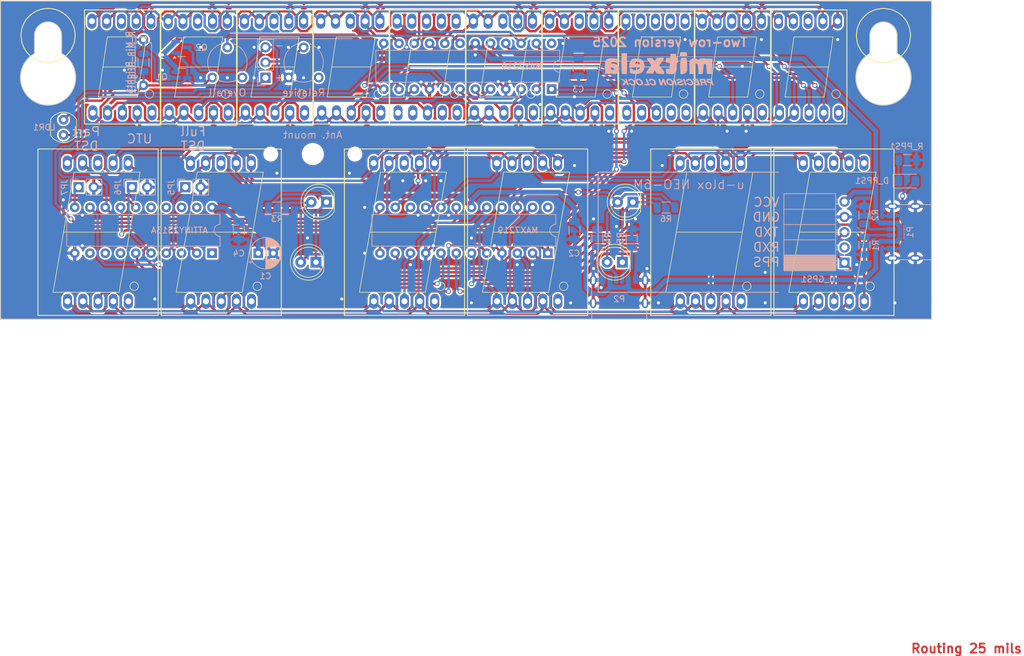
<source format=kicad_pcb>
(kicad_pcb (version 20240108) (generator "pcbnew") (generator_version "8.0")
  (layers (0 "F.Cu" signal) (31 "B.Cu" signal) (34 "B.Paste" user) (35 "F.Paste" user) (36 "B.SilkS" user "B.Silkscreen") (37 "F.SilkS" user "F.Silkscreen") (38 "B.Mask" user) (39 "F.Mask" user) (44 "Edge.Cuts" user))
  (net 0 "")
  (net 1 "GND")
  (net 2 "+5V")
  (net 3 "/dateE")
  (net 4 "/dateD")
  (net 5 "/dateC")
  (net 6 "/dateB")
  (net 7 "/dateA")
  (net 8 "/dateF")
  (net 9 "/dateG")
  (net 10 "/timeE")
  (net 11 "/timeD")
  (net 12 "/timeC")
  (net 13 "/timeB")
  (net 14 "/timeA")
  (net 15 "/timeF")
  (net 16 "/timeG")
  (net 17 "/timeDP")
  (net 18 "/dateDP")
  (net 19 "Net-(LDR1-Pad2)")
  (net 20 "/ISET_DATE")
  (net 21 "/ISET_TIME")
  (net 22 "/SPI_DATA")
  (net 23 "/SPI_CLK")
  (net 24 "/LD_TIME")
  (net 25 "Net-(DColonMS1-K)")
  (net 26 "/LD_DATE")
  (net 27 "Net-(UDateDrv1-DIG_6)")
  (net 28 "/DST_EN*")
  (net 31 "Net-(DColonHM1-K)")
  (net 34 "Net-(P1-CC2)")
  (net 37 "Net-(UDateDrv1-DIG_5)")
  (net 38 "/GPS_DATA")
  (net 40 "Net-(UTimeDrv1-DIG_6)")
  (net 46 "Net-(UDateDrv1-DIG_2)")
  (net 50 "Net-(UDateDrv1-DIG_4)")
  (net 61 "Net-(UDateDrv1-DIG_7)")
  (net 62 "Net-(UTimeDrv1-DIG_4)")
  (net 66 "Net-(UTimeDrv1-DIG_2)")
  (net 67 "Net-(UDateDrv1-DIG_1)")
  (net 69 "Net-(P1-CC1)")
  (net 71 "Net-(UTimeDrv1-DIG_7)")
  (net 72 "Net-(UTimeDrv1-DIG_5)")
  (net 76 "Net-(UDateDrv1-DIG_3)")
  (net 78 "Net-(UTimeDrv1-DIG_3)")
  (net 81 "Net-(D_PPS1-A)")
  (net 82 "Net-(D_PPS1-K)")
  (net 96 "Net-(UDateDrv1-DIG_0)")
  (net 98 "Net-(P2-CC1)")
  (net 99 "Net-(JP4-A)")
  (net 100 "Net-(JP4-C)")
  (net 101 "Net-(JP5-A)")
  (net 102 "Net-(JP6-A)")
  (net 104 "Net-(P2-CC2)")
  (footprint "LED_THT:LED_D5.0mm" (layer "F.Cu") (at 132.275 95 180)
    (property "Reference" "DColonMS2")
    (property "Value" "LED")
  )
  (footprint "LED_THT:LED_D5.0mm" (layer "F.Cu") (at 130.525 105 180)
    (property "Reference" "DColonMS1")
    (property "Value" "LED")
  )
  (footprint "LED_THT:LED_D5.0mm" (layer "F.Cu") (at 81.275 95 180)
    (property "Reference" "DColonHM2")
    (property "Value" "LED")
  )
  (footprint "precision clock:7seg0.8CC" (layer "F.Cu") (at 145.25 100)
    (property "Reference" "DTenSec1")
    (property "Value" "KCSC02-105")
  )
  (footprint "OptoDevice:R_LDR_4.9x4.2mm_P2.54mm_Vertical" (layer "F.Cu") (at 37.5 81.28 -90)
    (property "Reference" "LDR1")
    (property "Value" "LDR")
  )
  (footprint "LED_THT:LED_D5.0mm" (layer "F.Cu") (at 79.525 105 180)
    (property "Reference" "DColonHM1")
    (property "Value" "LED")
  )
  (footprint "precision clock:7seg0.56CC" (layer "F.Cu") (at 47.3 72.5)
    (property "Reference" "DMill1")
    (property "Value" "KCSC02-105")
  )
  (footprint "precision clock:7seg0.56CC" (layer "F.Cu") (at 110.8 72.5)
    (property "Reference" "DTenMonth1")
    (property "Value" "KCSC02-105")
  )
  (footprint "precision clock:7seg0.8CC" (layer "F.Cu") (at 43.25 100)
    (property "Reference" "DTenHr1")
    (property "Value" "KCSC02-105")
  )
  (footprint "precision clock:7seg0.8CC" (layer "F.Cu") (at 165.75 100)
    (property "Reference" "DSec1")
    (property "Value" "KCSC02-105")
  )
  (footprint "precision clock:7seg0.8CC" (layer "F.Cu") (at 114.75 100)
    (property "Reference" "DMin1")
    (property "Value" "KCSC02-105")
  )
  (footprint "precision clock:7seg0.56CC" (layer "F.Cu") (at 98.1 72.5)
    (property "Reference" "DHyphenYear1")
    (property "Value" "KCSC02-105")
  )
  (footprint "precision clock:7seg0.56CC" (layer "F.Cu") (at 136.2 72.5)
    (property "Reference" "DHyphenMonth1")
    (property "Value" "KCSC02-105")
  )
  (footprint "precision clock:7seg0.56CC" (layer "F.Cu") (at 72.7 72.5)
    (property "Reference" "DDecade1")
    (property "Value" "KCSC02-105")
  )
  (footprint "precision clock:7seg0.56CC" (layer "F.Cu") (at 161.6 72.5)
    (property "Reference" "DDay1")
    (property "Value" "KCSC02-105")
  )
  (footprint "precision clock:7seg0.56CC" (layer "F.Cu") (at 85.4 72.5)
    (property "Reference" "DYear1")
    (property "Value" "KCSC02-105")
  )
  (footprint "precision clock:7seg0.56CC" (layer "F.Cu") (at 60 72.5)
    (property "Reference" "DCentury1")
    (property "Value" "KCSC02-105")
  )
  (footprint "precision clock:7seg0.8CC" (layer "F.Cu") (at 63.75 100)
    (property "Reference" "DHr1")
    (property "Value" "KCSC02-105")
  )
  (footprint "precision clock:7seg0.56CC" (layer "F.Cu") (at 148.9 72.5)
    (property "Reference" "DTenDay1")
    (property "Value" "KCSC02-105")
  )
  (footprint "precision clock:7seg0.56CC" (layer "F.Cu") (at 123.5 72.5)
    (property "Reference" "DMonth1")
    (property "Value" "KCSC02-105")
  )
  (footprint "precision clock:7seg0.8CC" (layer "F.Cu") (at 94.25 100)
    (property "Reference" "DTenMin1")
    (property "Value" "KCSC02-105")
  )
  (footprint "MountingHole:MountingHole_3.2mm_M3" (layer "F.Cu") (at 79 87)
    (property "Reference" "H1")
    (property "Value" "MountingHole")
  )
  (footprint "MountingHole:MountingHole_2mm" (layer "F.Cu") (at 86 87)
    (property "Reference" "H2")
    (property "Value" "MountingHole")
  )
  (footprint "MountingHole:MountingHole_2mm" (layer "F.Cu") (at 72 87)
    (property "Reference" "H3")
    (property "Value" "MountingHole")
  )
  (footprint "LED_SMD:LED_1206_3216Metric" (layer "B.Cu") (at 177.9 91.5)
    (property "Reference" "D_PPS1")
    (property "Value" "LED")
  )
  (footprint "Package_DIP:DIP-20_W7.62mm" (layer "B.Cu") (at 62.225 103.495 90)
    (property "Reference" "U_CONTROL1")
    (property "Value" "ATTINY2313A")
  )
  (footprint "Resistor_THT:R_Axial_DIN0207_L6.3mm_D2.5mm_P7.62mm_Horizontal" (layer "B.Cu") (at 50.8 67.945 -90)
    (property "Reference" "R_Min_Bright1")
    (property "Value" "10M")
  )
  (footprint "Package_TO_SOT_SMD:SOT-23" (layer "B.Cu") (at 57.15 74.295)
    (property "Reference" "Q1")
    (property "Value" "MMBT3906")
  )
  (footprint "Package_TO_SOT_SMD:SOT-23" (layer "B.Cu") (at 57.15 69.215)
    (property "Reference" "Q2")
    (property "Value" "MMBT3906")
  )
  (footprint "Potentiometer_THT:Potentiometer_Piher_PT-6-V_Vertical" (layer "B.Cu") (at 62.27 74.255 90)
    (property "Reference" "R_Max_Bright1")
    (property "Value" "100K")
  )
  (footprint "Resistor_SMD:R_1206_3216Metric" (layer "B.Cu") (at 178 88)
    (property "Reference" "R_PPS1")
    (property "Value" "20K")
  )
  (footprint "Package_DIP:DIP-24_W7.62mm" (layer "B.Cu") (at 118.115 103.495 90)
    (property "Reference" "UTimeDrv1")
    (property "Value" "MAX7219")
  )
  (footprint "Package_DIP:DIP-24_W7.62mm" (layer "B.Cu") (at 118.75 76.19 90)
    (property "Reference" "UDateDrv1")
    (property "Value" "MAX7219")
  )
  (footprint "Connector_PinSocket_2.54mm:PinSocket_1x05_P2.54mm_Horizontal" (layer "B.Cu") (at 167.5 105.08)
    (property "Reference" "U_GPS1")
    (property "Value" "NEO-6M")
  )
  (footprint "Capacitor_SMD:C_1206_3216Metric" (layer "B.Cu") (at 123.25 72.5 -90)
    (property "Reference" "C3")
    (property "Value" "0.1uF")
  )
  (footprint "Capacitor_SMD:C_1206_3216Metric" (layer "B.Cu") (at 66.675 99.695 90)
    (property "Reference" "C4")
    (property "Value" "0.1uF")
  )
  (footprint "Resistor_SMD:R_1206_3216Metric" (layer "B.Cu") (at 126.365 100.965 90)
    (property "Reference" "R4")
    (property "Value" "5.1k")
  )
  (footprint "Resistor_SMD:R_1206_3216Metric" (layer "B.Cu") (at 170.815 97.155 90)
    (property "Reference" "R2")
    (property "Value" "5.1k")
  )
  (footprint "Resistor_SMD:R_1206_3216Metric" (layer "B.Cu") (at 73.025 95.885)
    (property "Reference" "R3")
    (property "Value" "150")
  )
  (footprint "Resistor_SMD:R_1206_3216Metric" (layer "B.Cu") (at 50.8 71.755 -90)
    (property "Reference" "R_Min_Bright2")
    (property "Value" "10M")
  )
  (footprint "Capacitor_SMD:C_1206_3216Metric" (layer "B.Cu") (at 122.555 99.695 -90)
    (property "Reference" "C2")
    (property "Value" "0.1uF")
  )
  (footprint "Connector_USB:USB_C_Receptacle_HRO_TYPE-C-31-M-17" (layer "B.Cu") (at 130 111 180)
    (property "Reference" "P2")
    (property "Value" "USB_C_Plug_USB2.0")
  )
  (footprint "Connector_PinHeader_2.54mm:PinHeader_1x02_P2.54mm_Vertical" (layer "B.Cu") (at 40 92.5 -90)
    (property "Reference" "JP7")
    (property "Value" "DST")
  )
  (footprint "Connector_USB:USB_C_Receptacle_HRO_TYPE-C-31-M-17" (layer "B.Cu") (at 178.5 100 -90)
    (property "Reference" "P1")
    (property "Value" "USB_C_Plug_USB2.0")
  )
  (footprint "Connector_PinHeader_2.54mm:PinHeader_1x03_P2.54mm_Vertical" (layer "B.Cu") (at 71.12 74.295)
    (property "Reference" "JP4")
    (property "Value" "Time_brt_mode")
  )
  (footprint "Connector_PinHeader_2.54mm:PinHeader_1x02_P2.54mm_Vertical" (layer "B.Cu") (at 57.78 92.5 -90)
    (property "Reference" "JP5")
    (property "Value" "UTC")
  )
  (footprint "Resistor_SMD:R_1206_3216Metric" (layer "B.Cu") (at 137.795 95.885)
    (property "Reference" "R6")
    (property "Value" "150")
  )
  (footprint "Potentiometer_THT:Potentiometer_Piher_PT-6-V_Vertical" (layer "B.Cu") (at 74.97 74.255 90)
    (property "Reference" "R_Time_brt_adj1")
    (property "Value" "100K")
  )
  (footprint "Capacitor_THT:CP_Radial_D5.0mm_P2.50mm" (layer "B.Cu") (at 69.914888 103.505)
    (property "Reference" "C1")
    (property "Value" "C_Polarized_Small_US")
  )
  (footprint "Resistor_SMD:R_1206_3216Metric" (layer "B.Cu") (at 170.815 102.235 -90)
    (property "Reference" "R1")
    (property "Value" "5.1k")
  )
  (footprint "Connector_PinHeader_2.54mm:PinHeader_1x02_P2.54mm_Vertical" (layer "B.Cu") (at 48.89 92.5 -90)
    (property "Reference" "JP6")
    (property "Value" "Perm_DST")
  )
  (footprint "Resistor_SMD:R_1206_3216Metric" (layer "B.Cu") (at 132.08 100.965 90)
    (property "Reference" "R5")
    (property "Value" "5.1k")
  )
  (gr_poly (pts (xy 140.970987 75.522242) (xy 141.213053 75.522242) (xy 140.848615 74.498932) (xy 140.60655 74.498932)) (stroke (width 0.04)) (fill solid) (layer "B.SilkS"))
  (gr_poly (pts (xy 140.323954 70.964156) (xy 140.322452 70.96447) (xy 140.320983 70.964995) (xy 140.319545 70.96573) (xy 140.318141 70.966675) (xy 140.316768 70.967829) (xy 140.315428 70.969194) (xy 140.31412 70.970768) (xy 140.312844 70.972553) (xy 140.3116 70.974547) (xy 140.310389 70.976751) (xy 140.309211 70.979166) (xy 140.308064 70.98179) (xy 140.30695 70.984624) (xy 140.305868 70.987668) (xy 140.304818 70.990922) (xy 140.303801 70.994386) (xy 140.302816 70.99806) (xy 140.301863 71.001944) (xy 140.300943 71.006038) (xy 140.300054 71.010341) (xy 140.299199 71.014855) (xy 140.297584 71.024512) (xy 140.296098 71.035009) (xy 140.294742 71.046346) (xy 140.293514 71.058523) (xy 140.292416 71.07154) (xy 140.289413 71.075284) (xy 140.286603 71.079287) (xy 140.283987 71.083549) (xy 140.281564 71.088069) (xy 140.279336 71.092849) (xy 140.277301 71.097886) (xy 140.27546 71.103183) (xy 140.273813 71.108738) (xy 140.27236 71.114551) (xy 140.2711 71.120623) (xy 140.270034 71.126954) (xy 140.269162 71.133544) (xy 140.268484 71.140392) (xy 140.268 71.147499) (xy 140.267709 71.154864) (xy 140.267612 71.162488) (xy 140.251076 71.236902) (xy 140.226272 71.261701) (xy 140.242808 71.286499) (xy 140.242808 71.294782) (xy 140.239805 71.298705) (xy 140.236995 71.302726) (xy 140.234379 71.306843) (xy 140.231957 71.311058) (xy 140.229728 71.315369) (xy 140.227693 71.319777) (xy 140.225852 71.324283) (xy 140.224205 71.328885) (xy 140.222752 71.333585) (xy 140.221492 71.338381) (xy 140.220427 71.343274) (xy 140.219555 71.348265) (xy 140.218876 71.353352) (xy 140.218392 71.358536) (xy 140.218101 71.363818) (xy 140.218004 71.369196) (xy 140.218004 71.43534) (xy 140.184932 71.518024) (xy 140.184932 71.534546) (xy 140.201468 71.559345) (xy 140.201468 71.617218) (xy 140.196462 71.61755) (xy 140.191779 71.618044) (xy 140.187419 71.618701) (xy 140.183381 71.61952) (xy 140.179667 71.620501) (xy 140.176276 71.621645) (xy 140.173208 71.622951) (xy 140.170462 71.62442) (xy 140.16804 71.626051) (xy 140.16695 71.626927) (xy 140.165941 71.627844) (xy 140.165012 71.628802) (xy 140.164164 71.6298) (xy 140.163397 71.630839) (xy 140.162711 71.631919) (xy 140.162105 71.633039) (xy 140.16158 71.634199) (xy 140.161136 71.635401) (xy 140.160773 71.636643) (xy 140.16049 71.637925) (xy 140.160288 71.639249) (xy 140.160167 71.640612) (xy 140.160127 71.642017) (xy 140.160127 71.650299) (xy 140.168395 71.782593) (xy 140.160127 71.807392) (xy 140.184931 71.865265) (xy 140.184874 71.866057) (xy 140.184705 71.86688) (xy 140.184422 71.867736) (xy 140.184027 71.868625) (xy 140.183518 71.869545) (xy 140.182896 71.870498) (xy 140.182161 71.871483) (xy 140.181314 71.8725) (xy 140.180353 71.87355) (xy 140.179279 71.874632) (xy 140.178092 71.875746) (xy 140.176792 71.876893) (xy 140.175379 71.878071) (xy 140.173853 71.879282) (xy 140.170462 71.881801) (xy 140.166618 71.884449) (xy 140.162323 71.887227) (xy 140.157575 71.890133) (xy 140.152375 71.893169) (xy 140.146723 71.896334) (xy 140.140619 71.899628) (xy 140.134062 71.903052) (xy 140.127054 71.906604) (xy 140.127054 72.071973) (xy 140.160125 72.113312) (xy 140.160125 72.187726) (xy 140.127054 72.245606) (xy 140.127054 72.328284) (xy 140.14359 72.353083) (xy 140.138583 72.354389) (xy 140.1339 72.355727) (xy 140.12954 72.357099) (xy 140.125503 72.358502) (xy 140.121788 72.359939) (xy 140.118397 72.361408) (xy 140.115329 72.362909) (xy 140.112583 72.364443) (xy 140.110161 72.366009) (xy 140.108062 72.367608) (xy 140.106285 72.369239) (xy 140.104832 72.370903) (xy 140.103702 72.372599) (xy 140.102894 72.374327) (xy 140.10241 72.376088) (xy 140.102248 72.377881) (xy 140.102248 72.40268) (xy 140.103173 72.4031) (xy 140.104137 72.404359) (xy 140.106188 72.409398) (xy 140.1084 72.417795) (xy 140.110774 72.429552) (xy 140.113309 72.444667) (xy 140.116006 72.463141) (xy 140.121884 72.510167) (xy 140.128409 72.570629) (xy 140.135579 72.644527) (xy 140.143395 72.73186) (xy 140.151858 72.83263) (xy 140.176661 73.26258) (xy 140.176661 73.361798) (xy 140.184929 73.394879) (xy 140.176661 73.427961) (xy 140.184929 73.47757) (xy 140.176661 73.485852) (xy 140.184929 73.543732) (xy 140.184929 73.659485) (xy 140.201465 73.676007) (xy 140.41644 73.676007) (xy 140.441243 73.69253) (xy 140.639681 73.69253) (xy 140.644881 73.68833) (xy 140.651179 73.684002) (xy 140.658576 73.679544) (xy 140.66707 73.674957) (xy 140.676662 73.670241) (xy 140.687353 73.665396) (xy 140.699142 73.660422) (xy 140.712028 73.655319) (xy 140.726013 73.650086) (xy 140.741096 73.644725) (xy 140.757278 73.639234) (xy 140.774557 73.633615) (xy 140.792934 73.627866) (xy 140.81241 73.621988) (xy 140.854655 73.609845) (xy 140.912533 73.593323) (xy 140.937336 73.585041) (xy 140.937417 73.581988) (xy 140.937659 73.579033) (xy 140.938063 73.576174) (xy 140.938628 73.573413) (xy 140.939355 73.570748) (xy 140.940243 73.56818) (xy 140.941293 73.56571) (xy 140.942504 73.563336) (xy 140.943877 73.561059) (xy 140.945411 73.558879) (xy 140.947106 73.556795) (xy 140.948964 73.554809) (xy 140.950982 73.55292) (xy 140.953162 73.551127) (xy 140.955504 73.549432) (xy 140.958007 73.547833) (xy 140.960671 73.546331) (xy 140.963497 73.544926) (xy 140.966485 73.543618) (xy 140.969634 73.542407) (xy 140.972945 73.541293) (xy 140.976417 73.540276) (xy 140.98005 73.539355) (xy 140.983845 73.538532) (xy 140.987801 73.537805) (xy 140.991919 73.537175) (xy 140.996199 73.536642) (xy 141.00064 73.536206) (xy 141.005242 73.535867) (xy 141.010006 73.535625) (xy 141.014932 73.53548) (xy 141.020019 73.535431) (xy 141.020115 73.532576) (xy 141.020406 73.529687) (xy 141.020891 73.526766) (xy 141.021569 73.523812) (xy 141.022441 73.520826) (xy 141.023507 73.517807) (xy 141.024766 73.514755) (xy 141.02622 73.51167) (xy 141.027867 73.508553) (xy 141.029708 73.505404) (xy 141.031742 73.502221) (xy 141.033971 73.499006) (xy 141.036393 73.495759) (xy 141.039009 73.492479) (xy 141.041819 73.489167) (xy 141.044822 73.485822) (xy 141.05309 73.494104) (xy 141.061358 73.494104) (xy 141.078379 73.482009) (xy 141.094302 73.470011) (xy 141.109127 73.45811) (xy 141.122853 73.446306) (xy 141.135482 73.434598) (xy 141.147012 73.422988) (xy 141.157444 73.411474) (xy 141.166778 73.400057) (xy 141.175014 73.388737) (xy 141.182152 73.377513) (xy 141.188191 73.366387) (xy 141.193133 73.355357) (xy 141.196976 73.344425) (xy 141.199722 73.333589) (xy 141.201369 73.32285) (xy 141.201918 73.312207) (xy 141.202208 73.306265) (xy 141.203081 73.299805) (xy 141.204534 73.292829) (xy 141.206569 73.285336) (xy 141.209185 73.277326) (xy 141.212382 73.268799) (xy 141.216161 73.259755) (xy 141.220521 73.250195) (xy 141.225463 73.240118) (xy 141.230986 73.229524) (xy 141.23709 73.218413) (xy 141.243776 73.206786) (xy 141.251043 73.194642) (xy 141.258891 73.181981) (xy 141.267321 73.168803) (xy 141.276332 73.155109) (xy 141.276332 73.072431) (xy 141.280434 73.068199) (xy 141.284471 73.063774) (xy 141.288443 73.059154) (xy 141.292351 73.054341) (xy 141.296195 73.049334) (xy 141.299973 73.044134) (xy 141.303688 73.03874) (xy 141.307337 73.033152) (xy 141.310922 73.02737) (xy 141.314443 73.021395) (xy 141.317899 73.015225) (xy 141.32129 73.008863) (xy 141.324617 73.002307) (xy 141.327879 72.995557) (xy 141.331076 72.988613) (xy 141.334209 72.981476) (xy 141.317673 72.956678) (xy 141.317673 72.931879) (xy 141.334209 72.90708) (xy 141.317673 72.882282) (xy 141.317673 72.791333) (xy 141.334209 72.766535) (xy 141.334209 72.667316) (xy 141.342477 72.634235) (xy 141.334209 72.601154) (xy 141.334209 72.510205) (xy 141.350745 72.485407) (xy 141.350745 72.468885) (xy 141.317673 72.427546) (xy 141.325941 72.419263) (xy 141.317673 72.361389) (xy 141.317673 72.212561) (xy 141.325941 72.162952) (xy 141.301137 72.113343) (xy 141.301137 72.063727) (xy 141.317673 72.038929) (xy 141.317673 72.022406) (xy 141.301137 71.997608) (xy 141.317673 71.981086) (xy 141.317673 71.873597) (xy 141.325941 71.840515) (xy 141.324843 71.832861) (xy 141.323616 71.825401) (xy 141.322259 71.818134) (xy 141.320774 71.811061) (xy 141.319159 71.804181) (xy 141.317415 71.797496) (xy 141.315542 71.791004) (xy 141.313539 71.784706) (xy 141.311408 71.778601) (xy 141.309147 71.772691) (xy 141.306757 71.766974) (xy 141.304238 71.761451) (xy 141.301589 71.756122) (xy 141.298812 71.750986) (xy 141.295905 71.746045) (xy 141.292869 71.741297) (xy 141.301137 71.699958) (xy 141.292869 71.50979) (xy 141.292869 71.476709) (xy 141.276333 71.451911) (xy 141.276333 71.319617) (xy 141.259797 71.303095) (xy 141.268065 71.294812) (xy 141.251529 71.137714) (xy 141.251529 71.07157) (xy 141.226726 70.980616) (xy 141.20192 70.964051) (xy 140.325488 70.964051)) (stroke (width -0.000001)) (fill solid) (layer "B.SilkS"))
  (gr_poly (pts (xy 138.64497 70.31911) (xy 138.570556 70.31911) (xy 138.569515 70.319313) (xy 138.568457 70.319668) (xy 138.567383 70.320178) (xy 138.566293 70.320841) (xy 138.565187 70.321658) (xy 138.564064 70.322628) (xy 138.562926 70.323752) (xy 138.561771 70.32503) (xy 138.560601 70.326461) (xy 138.559414 70.328046) (xy 138.558211 70.329784) (xy 138.556991 70.331677) (xy 138.555756 70.333723) (xy 138.554504 70.335922) (xy 138.551953 70.340783) (xy 138.549337 70.346257) (xy 138.546656 70.352347) (xy 138.543911 70.359051) (xy 138.541101 70.366371) (xy 138.538227 70.374304) (xy 138.535288 70.382853) (xy 138.532284 70.392017) (xy 138.529216 70.401795) (xy 138.529216 70.567157) (xy 138.545752 70.591956) (xy 138.529216 70.616754) (xy 138.529216 70.715973) (xy 138.51268 70.740772) (xy 138.51268 70.749054) (xy 138.529216 70.773853) (xy 138.529216 70.815192) (xy 138.496144 70.889606) (xy 138.496144 70.930951) (xy 138.51268 70.95575) (xy 138.51268 70.964032) (xy 138.487875 70.988831) (xy 138.46307 70.972309) (xy 138.272902 70.972309) (xy 138.248097 70.988831) (xy 138.074464 70.988831) (xy 138.049659 70.972309) (xy 137.818149 70.972309) (xy 137.793344 70.997107) (xy 137.793344 71.245154) (xy 137.776808 71.269953) (xy 137.776808 71.52627) (xy 137.775782 71.527259) (xy 137.774773 71.528418) (xy 137.77378 71.529747) (xy 137.772803 71.531245) (xy 137.770897 71.53475) (xy 137.769057 71.538933) (xy 137.76728 71.543794) (xy 137.765568 71.549333) (xy 137.763921 71.555551) (xy 137.762339 71.562446) (xy 137.760821 71.57002) (xy 137.759367 71.578272) (xy 137.757979 71.587202) (xy 137.756654 71.59681) (xy 137.755395 71.607096) (xy 137.7542 71.61806) (xy 137.753069 71.629703) (xy 137.752003 71.642023) (xy 137.760272 71.774317) (xy 137.842955 71.807398) (xy 137.9091 71.807398) (xy 137.933905 71.790876) (xy 138.049663 71.790876) (xy 138.091003 71.823957) (xy 138.115808 71.823957) (xy 138.140613 71.807434) (xy 138.165417 71.807434) (xy 138.206758 71.848774) (xy 138.347317 71.848774) (xy 138.35158 71.84577) (xy 138.356102 71.842961) (xy 138.360882 71.840345) (xy 138.36592 71.837923) (xy 138.371217 71.835695) (xy 138.376772 71.833661) (xy 138.382586 71.831821) (xy 138.388658 71.830174) (xy 138.394988 71.828721) (xy 138.401577 71.827462) (xy 138.408424 71.826396) (xy 138.41553 71.825525) (xy 138.422894 71.824847) (xy 138.430516 71.824362) (xy 138.438397 71.824072) (xy 138.446536 71.823975) (xy 138.446536 71.840497) (xy 138.421731 71.923181) (xy 138.413463 71.931464) (xy 138.429999 71.956263) (xy 138.429999 71.981061) (xy 138.413463 72.00586) (xy 138.429999 72.030658) (xy 138.429999 72.038941) (xy 138.413463 72.063739) (xy 138.429999 72.088538) (xy 138.429999 72.09682) (xy 138.413463 72.121619) (xy 138.413463 72.129901) (xy 138.438267 72.220856) (xy 138.446536 72.229139) (xy 138.43 72.245661) (xy 138.43 72.303534) (xy 138.424994 72.303866) (xy 138.420311 72.30436) (xy 138.415951 72.305017) (xy 138.411914 72.305836) (xy 138.408199 72.306817) (xy 138.404808 72.307961) (xy 138.40174 72.309267) (xy 138.398995 72.310736) (xy 138.396572 72.312367) (xy 138.395482 72.313243) (xy 138.394473 72.31416) (xy 138.393544 72.315118) (xy 138.392697 72.316116) (xy 138.39193 72.317155) (xy 138.391243 72.318234) (xy 138.390638 72.319355) (xy 138.390113 72.320515) (xy 138.389669 72.321717) (xy 138.389305 72.322959) (xy 138.389023 72.324241) (xy 138.388821 72.325565) (xy 138.3887 72.326928) (xy 138.388659 72.328333) (xy 138.388659 72.419287) (xy 138.413464 72.452369) (xy 138.413464 72.477167) (xy 138.396928 72.501966) (xy 138.413464 72.526764) (xy 138.413464 72.634247) (xy 138.410671 72.638093) (xy 138.407974 72.64239) (xy 138.405374 72.64714) (xy 138.402871 72.652341) (xy 138.400465 72.657995) (xy 138.398156 72.6641) (xy 138.395944 72.670657) (xy 138.393829 72.677665) (xy 138.39181 72.685126) (xy 138.389888 72.693038) (xy 138.388063 72.701402) (xy 138.386335 72.710218) (xy 138.384704 72.719486) (xy 138.38317 72.729206) (xy 138.381733 72.739377) (xy 138.380392 72.75) (xy 138.377566 72.754006) (xy 138.374773 72.757753) (xy 138.372012 72.761242) (xy 138.369283 72.764472) (xy 138.366586 72.767445) (xy 138.363922 72.770158) (xy 138.36129 72.772613) (xy 138.35869 72.77481) (xy 138.356122 72.776749) (xy 138.353587 72.778429) (xy 138.351083 72.77985) (xy 138.348613 72.781014) (xy 138.346174 72.781918) (xy 138.343768 72.782564) (xy 138.341393 72.782952) (xy 138.339052 72.783081) (xy 138.314247 72.774799) (xy 138.289442 72.840949) (xy 138.281173 72.840949) (xy 138.231564 72.79961) (xy 138.206759 72.816132) (xy 138.198491 72.816132) (xy 138.148881 72.774787) (xy 138.107541 72.799585) (xy 137.958713 72.799585) (xy 137.925641 72.816108) (xy 137.900836 72.807825) (xy 137.851227 72.816108) (xy 137.801617 72.816108) (xy 137.776812 72.840906) (xy 137.776812 72.857428) (xy 137.793348 72.882227) (xy 137.793348 73.031055) (xy 137.801617 73.163349) (xy 137.793348 73.171631) (xy 137.793348 73.179914) (xy 137.801617 73.270868) (xy 137.801617 73.337012) (xy 137.818153 73.361811) (xy 137.818153 73.535443) (xy 137.820592 73.542451) (xy 137.823256 73.549007) (xy 137.826147 73.555111) (xy 137.829264 73.560762) (xy 137.832606 73.565962) (xy 137.836175 73.570709) (xy 137.838045 73.572913) (xy 137.83997 73.575005) (xy 137.841953 73.576983) (xy 137.843991 73.578848) (xy 137.846087 73.5806) (xy 137.848239 73.582239) (xy 137.850447 73.583765) (xy 137.852712 73.585178) (xy 137.855033 73.586478) (xy 137.857411 73.587665) (xy 137.859845 73.588739) (xy 137.862336 73.5897) (xy 137.864884 73.590547) (xy 137.867488 73.591282) (xy 137.870148 73.591904) (xy 137.872865 73.592413) (xy 137.875639 73.592808) (xy 137.878469 73.593091) (xy 137.884298 73.593317) (xy 138.0662 73.626398) (xy 138.132345 73.634681) (xy 138.132434 73.635705) (xy 138.132701 73.636714) (xy 138.133145 73.637706) (xy 138.133766 73.638683) (xy 138.134566 73.639643) (xy 138.135543 73.640587) (xy 138.136697 73.641515) (xy 138.13803 73.642427) (xy 138.13954 73.643323) (xy 138.141227 73.644203) (xy 138.143092 73.645066) (xy 138.145135 73.645913) (xy 138.147355 73.646745) (xy 138.149754 73.64756) (xy 138.152329 73.648359) (xy 138.155083 73.649142) (xy 138.161122 73.65066) (xy 138.167872 73.652113) (xy 138.175333 73.653502) (xy 138.183504 73.654826) (xy 138.192386 73.656086) (xy 138.201979 73.657281) (xy 138.212282 73.658412) (xy 138.223295 73.659479) (xy 138.231564 73.667762) (xy 138.239833 73.659479) (xy 138.248102 73.659479) (xy 138.264638 73.676001) (xy 138.347319 73.676001) (xy 138.372123 73.692524) (xy 138.644975 73.692524) (xy 138.66978 73.676001) (xy 138.694584 73.692524) (xy 138.744194 73.692524) (xy 138.768998 73.676001) (xy 138.793803 73.692524) (xy 138.851681 73.692524) (xy 138.917827 73.659442) (xy 138.950899 73.667725) (xy 139.000509 73.651203) (xy 139.017045 73.667725) (xy 139.017125 73.666708) (xy 139.017368 73.665724) (xy 139.017771 73.664772) (xy 139.018336 73.663852) (xy 139.019063 73.662964) (xy 139.019951 73.662109) (xy 139.021001 73.661286) (xy 139.022212 73.660496) (xy 139.023585 73.659737) (xy 139.025119 73.659011) (xy 139.026815 73.658317) (xy 139.028672 73.657656) (xy 139.03069 73.657027) (xy 139.03287 73.65643) (xy 139.035212 73.655865) (xy 139.037715 73.655333) (xy 139.04038 73.654832) (xy 139.043206 73.654365) (xy 139.049342 73.653526) (xy 139.056125 73.652816) (xy 139.063553 73.652235) (xy 139.071628 73.651783) (xy 139.080348 73.651461) (xy 139.089714 73.651267) (xy 139.099727 73.651203) (xy 139.099848 73.650028) (xy 139.100211 73.64883) (xy 139.100817 73.647607) (xy 139.101664 73.64636) (xy 139.102755 73.645089) (xy 139.104087 73.643793) (xy 139.105661 73.642473) (xy 139.107478 73.641129) (xy 139.109537 73.63976) (xy 139.111838 73.638367) (xy 139.114382 73.63695) (xy 139.117167 73.635509) (xy 139.123466 73.632554) (xy 139.130733 73.629502) (xy 139.138969 73.626352) (xy 139.148173 73.623106) (xy 139.158347 73.619763) (xy 139.16949 73.616323) (xy 139.181602 73.612786) (xy 139.194682 73.609152) (xy 139.208732 73.605421) (xy 139.22375 73.601593) (xy 139.229047 73.594246) (xy 139.234602 73.58719) (xy 139.240416 73.580424) (xy 139.246488 73.573948) (xy 139.252818 73.567763) (xy 139.259407 73.561869) (xy 139.266254 73.556265) (xy 139.27336 73.550952) (xy 139.280724 73.54593) (xy 139.288346 73.541199) (xy 139.296227 73.536758) (xy 139.304366 73.532608) (xy 139.312763 73.528748) (xy 139.321419 73.52518) (xy 139.330333 73.521902) (xy 139.339506 73.518915) (xy 139.347773 73.461035) (xy 139.356041 73.469318) (xy 139.364309 73.469318) (xy 139.365327 73.469286) (xy 139.366312 73.469189) (xy 139.367265 73.469027) (xy 139.368185 73.468801) (xy 139.369073 73.46851) (xy 139.369929 73.468155) (xy 139.370753 73.467735) (xy 139.371544 73.46725) (xy 139.372303 73.466701) (xy 139.373029 73.466087) (xy 139.373724 73.465409) (xy 139.374386 73.464665) (xy 139.375016 73.463858) (xy 139.375613 73.462985) (xy 139.376178 73.462048) (xy 139.376711 73.461047) (xy 139.377212 73.459981) (xy 139.37768 73.45885) (xy 139.378116 73.457655) (xy 139.37852 73.456395) (xy 139.378891 73.45507) (xy 139.379231 73.453681) (xy 139.379537 73.452227) (xy 139.379812 73.450709) (xy 139.380054 73.449126) (xy 139.380264 73.447479) (xy 139.380442 73.445766) (xy 139.380587 73.44399) (xy 139.3807 73.442148) (xy 139.380781 73.440242) (xy 139.380829 73.438272) (xy 139.380845 73.436237) (xy 139.383849 73.436172) (xy 139.386659 73.435979) (xy 139.389275 73.435656) (xy 139.391697 73.435205) (xy 139.393926 73.434624) (xy 139.39596 73.433914) (xy 139.397801 73.433075) (xy 139.398649 73.432607) (xy 139.399448 73.432107) (xy 139.400199 73.431575) (xy 139.400902 73.43101) (xy 139.401556 73.430413) (xy 139.402161 73.429784) (xy 139.402718 73.429122) (xy 139.403227 73.428428) (xy 139.403687 73.427702) (xy 139.404099 73.426944) (xy 139.404462 73.426153) (xy 139.404777 73.42533) (xy 139.405044 73.424475) (xy 139.405262 73.423588) (xy 139.405431 73.422668) (xy 139.405552 73.421716) (xy 139.405625 73.420731) (xy 139.405649 73.419715) (xy 139.389113 73.394916) (xy 139.399772 73.389184) (xy 139.410042 73.382837) (xy 139.419925 73.375878) (xy 139.429421 73.368304) (xy 139.438529 73.360117) (xy 139.447249 73.351316) (xy 139.455582 73.341901) (xy 139.463527 73.331873) (xy 139.471085 73.321231) (xy 139.478255 73.309975) (xy 139.485038 73.298106) (xy 139.491433 73.285623) (xy 139.49744 73.272526) (xy 139.50306 73.258816) (xy 139.508292 73.244491) (xy 139.513137 73.229554) (xy 139.51614 73.223223) (xy 139.51895 73.216634) (xy 139.521566 73.209786) (xy 139.523989 73.202681) (xy 139.526217 73.195316) (xy 139.528252 73.187694) (xy 139.530093 73.179813) (xy 139.53174 73.171674) (xy 139.533193 73.163276) (xy 139.534453 73.154621) (xy 139.535518 73.145706) (xy 139.53639 73.136534) (xy 139.537069 73.127103) (xy 139.537553 73.117413) (xy 139.537844 73.107466) (xy 139.537941 73.09726) (xy 139.562745 73.055915) (xy 139.546209 73.031116) (xy 139.546209 72.998035) (xy 139.562745 72.973236) (xy 139.562745 72.874018) (xy 139.546209 72.849219) (xy 139.579281 72.79961) (xy 139.579281 72.725196) (xy 139.562745 72.700397) (xy 139.562745 72.683875) (xy 139.579281 72.659076) (xy 139.579281 72.642554) (xy 139.562745 72.617755) (xy 139.562745 72.551612) (xy 139.579281 72.526813) (xy 139.579281 72.518531) (xy 139.562745 72.493732) (xy 139.571013 72.468933) (xy 139.562745 72.460651) (xy 139.579281 72.444129) (xy 139.579281 72.41933) (xy 139.562745 72.394532) (xy 139.562745 72.386249) (xy 139.579281 72.361451) (xy 139.579281 72.328369) (xy 139.562745 72.303571) (xy 139.562745 72.229157) (xy 139.546209 72.204358) (xy 139.546209 71.981116) (xy 139.537941 71.931507) (xy 139.546209 71.923224) (xy 139.546209 71.914942) (xy 139.537941 71.815723) (xy 139.546209 71.807441) (xy 139.546209 71.799158) (xy 139.537941 71.766077) (xy 139.571013 71.766077) (xy 139.595817 71.782599) (xy 139.661962 71.782599) (xy 139.686766 71.766077) (xy 139.777717 71.766077) (xy 139.802521 71.741278) (xy 139.802521 71.559381) (xy 139.785985 71.534583) (xy 139.785985 71.443628) (xy 139.777717 71.36095) (xy 139.785985 71.327869) (xy 139.777717 71.121167) (xy 139.777717 71.046753) (xy 139.777636 71.045085) (xy 139.777394 71.043442) (xy 139.77699 71.041822) (xy 139.776425 71.040227) (xy 139.775698 71.038656) (xy 139.77481 71.03711) (xy 139.77376 71.035587) (xy 139.772549 71.034089) (xy 139.771176 71.032615) (xy 139.769642 71.031166) (xy 139.767947 71.02974) (xy 139.766089 71.028339) (xy 139.764071 71.026962) (xy 139.761891 71.02561) (xy 139.759549 71.024281) (xy 139.757046 71.022977) (xy 139.754382 71.021697) (xy 139.751556 71.020441) (xy 139.748568 71.01921) (xy 139.745419 71.018003) (xy 139.742109 71.01682) (xy 139.738637 71.015661) (xy 139.735003 71.014527) (xy 139.731208 71.013417) (xy 139.727252 71.012331) (xy 139.723134 71.011269) (xy 139.714413 71.009218) (xy 139.705047 71.007265) (xy 139.695035 71.005408) (xy 139.686767 70.997126) (xy 139.504866 70.997126) (xy 139.504866 70.856568) (xy 139.48833 70.831769) (xy 139.48833 70.352216) (xy 139.471794 70.335694) (xy 139.322966 70.335694) (xy 139.298162 70.319135) (xy 139.289894 70.319135) (xy 139.26509 70.335694) (xy 139.240286 70.319135) (xy 139.190677 70.319135) (xy 139.165873 70.335694) (xy 139.149337 70.335694) (xy 139.124533 70.319135) (xy 138.793803 70.319135) (xy 138.768994 70.302588) (xy 138.669775 70.302588)) (stroke (width -0.000001)) (fill solid) (layer "B.SilkS"))
  (gr_poly (pts (xy 134.718193 75.346772) (xy 134.154988 75.346772) (xy 134.217477 75.522242) (xy 135.022746 75.522242) (xy 134.658308 74.498932) (xy 134.416244 74.498932)) (stroke (width 0.04)) (fill solid) (layer "B.SilkS"))
  (gr_poly (pts (xy 131.230436 70.186841) (xy 131.106413 70.186841) (xy 131.081608 70.203363) (xy 130.659929 70.203363) (xy 130.635124 70.219886) (xy 130.593783 70.219886) (xy 130.568979 70.203363) (xy 130.395346 70.203363) (xy 130.370541 70.228162) (xy 130.370541 71.121131) (xy 130.354005 71.145929) (xy 130.354005 71.286487) (xy 130.337469 71.311286) (xy 130.337469 71.39397) (xy 130.354005 71.418769) (xy 130.354005 71.468378) (xy 130.337469 71.493177) (xy 130.337469 71.575855) (xy 130.354005 71.600653) (xy 130.354005 71.608936) (xy 130.337469 71.633734) (xy 130.337469 71.774292) (xy 130.354005 71.799091) (xy 130.354005 72.344788) (xy 130.370541 72.377869) (xy 130.37881 73.05586) (xy 130.395346 73.072419) (xy 130.395346 73.27912) (xy 130.411882 73.303919) (xy 130.411882 73.378333) (xy 130.420151 73.642914) (xy 130.444955 73.659436) (xy 130.726075 73.659436) (xy 130.75088 73.675959) (xy 131.08161 73.675959) (xy 131.106415 73.692481) (xy 131.246974 73.692481) (xy 131.271779 73.667682) (xy 131.271779 73.361756) (xy 131.288315 73.336957) (xy 131.288315 73.130255) (xy 131.304851 73.105457) (xy 131.304851 72.882215) (xy 131.313119 72.749921) (xy 131.304851 72.741639) (xy 131.304851 72.733356) (xy 131.329655 72.658942) (xy 131.329655 72.65066) (xy 131.313119 72.625861) (xy 131.313119 72.551447) (xy 131.329655 72.526648) (xy 131.329655 72.468769) (xy 131.313119 72.44397) (xy 131.313119 72.394361) (xy 131.329655 72.369562) (xy 131.326652 72.365749) (xy 131.323842 72.361548) (xy 131.321226 72.35696) (xy 131.318803 72.351984) (xy 131.316575 72.346621) (xy 131.31454 72.340871) (xy 131.312699 72.334734) (xy 131.311052 72.328209) (xy 131.309598 72.321297) (xy 131.308339 72.313998) (xy 131.307273 72.306312) (xy 131.306401 72.298239) (xy 131.305723 72.289778) (xy 131.305238 72.28093) (xy 131.304947 72.271695) (xy 131.304851 72.262073) (xy 131.304947 72.254936) (xy 131.305238 72.247993) (xy 131.305723 72.241243) (xy 131.306401 72.234686) (xy 131.307273 72.228324) (xy 131.308339 72.222155) (xy 131.309598 72.216179) (xy 131.311052 72.210398) (xy 131.312699 72.20481) (xy 131.31454 72.199415) (xy 131.316575 72.194215) (xy 131.318803 72.189208) (xy 131.321226 72.184395) (xy 131.323842 72.179776) (xy 131.326652 72.17535) (xy 131.329655 72.171119) (xy 131.329655 72.129779) (xy 131.313119 72.104981) (xy 131.313119 72.0719) (xy 131.329655 72.047101) (xy 131.329655 72.030579) (xy 131.304851 71.98097) (xy 131.313119 71.782532) (xy 131.304851 71.377387) (xy 131.313119 71.286432) (xy 131.304851 71.013581) (xy 131.304851 70.972242) (xy 131.313119 70.418268) (xy 131.329655 70.401746) (xy 131.313119 70.376947) (xy 131.313119 70.228119) (xy 131.312913 70.227078) (xy 131.312552 70.226021) (xy 131.312039 70.224948) (xy 131.311372 70.223859) (xy 131.310552 70.222753) (xy 131.309579 70.221631) (xy 131.308452 70.220493) (xy 131.307171 70.219339) (xy 131.305738 70.218169) (xy 131.304151 70.216982) (xy 131.302411 70.21578) (xy 131.300517 70.214561) (xy 131.29847 70.213326) (xy 131.296269 70.212074) (xy 131.291408 70.209523) (xy 131.285934 70.206907) (xy 131.279846 70.204227) (xy 131.273145 70.201481) (xy 131.26583 70.198671) (xy 131.257902 70.195795) (xy 131.24936 70.192855) (xy 131.240205 70.18985) (xy 131.230436 70.18678)) (stroke (width -0.000001)) (fill solid) (layer "B.SilkS"))
  (gr_poly (pts (xy 135.315319 74.482459) (xy 135.29059 74.483594) (xy 135.266724 74.485486) (xy 135.243719 74.488134) (xy 135.221576 74.49154) (xy 135.200295 74.495702) (xy 135.179877 74.500621) (xy 135.16032 74.506296) (xy 135.141626 74.512728) (xy 135.123793 74.519917) (xy 135.106823 74.527863) (xy 135.090714 74.536566) (xy 135.075468 74.546025) (xy 135.061084 74.556241) (xy 135.047561 74.567214) (xy 135.034901 74.578943) (xy 135.023032 74.591335) (xy 135.017518 74.597745) (xy 135.012286 74.604297) (xy 135.007334 74.610992) (xy 135.002663 74.61783) (xy 134.998274 74.62481) (xy 134.994165 74.631933) (xy 134.990336 74.639198) (xy 134.986789 74.646606) (xy 134.983523 74.654156) (xy 134.980537 74.661849) (xy 134.977832 74.669685) (xy 134.975409 74.677663) (xy 134.971404 74.694047) (xy 134.968522 74.711001) (xy 134.966764 74.728526) (xy 134.96613 74.746621) (xy 134.966619 74.765286) (xy 134.968231 74.784521) (xy 134.970967 74.804327) (xy 134.974826 74.824703) (xy 134.979809 74.845649) (xy 135.210573 74.845655) (xy 135.209525 74.834341) (xy 135.208921 74.823387) (xy 135.20876 74.812793) (xy 135.209041 74.802557) (xy 135.209766 74.79268) (xy 135.210934 74.783163) (xy 135.212545 74.774004) (xy 135.2146 74.765205) (xy 135.217097 74.756765) (xy 135.220037 74.748684) (xy 135.223421 74.740962) (xy 135.227248 74.7336) (xy 135.231517 74.726596) (xy 135.23623 74.719952) (xy 135.241386 74.713666) (xy 135.246985 74.70774) (xy 135.253027 74.702173) (xy 135.259513 74.696966) (xy 135.266441 74.692117) (xy 135.273812 74.687628) (xy 135.281627 74.683497) (xy 135.289884 74.679726) (xy 135.298585 74.676314) (xy 135.307729 74.673261) (xy 135.317316 74.670567) (xy 135.327346 74.668233) (xy 135.337819 74.666257) (xy 135.348735 74.664641) (xy 135.360094 74.663384) (xy 135.371897 74.662486) (xy 135.384142 74.661948) (xy 135.396831 74.661768) (xy 135.414671 74.662141) (xy 135.432285 74.663259) (xy 135.449673 74.665124) (xy 135.466834 74.667734) (xy 135.48377 74.671089) (xy 135.500479 74.675191) (xy 135.516963 74.680038) (xy 135.53322 74.68563) (xy 135.549251 74.691969) (xy 135.565056 74.699053) (xy 135.580635 74.706882) (xy 135.595988 74.715458) (xy 135.611114 74.724778) (xy 135.626015 74.734845) (xy 135.640689 74.745657) (xy 135.655137 74.757215) (xy 135.669261 74.769438) (xy 135.682961 74.782242) (xy 135.696238 74.795628) (xy 135.709091 74.809594) (xy 135.721521 74.824142) (xy 135.733528 74.839271) (xy 135.745111 74.85498) (xy 135.756271 74.871271) (xy 135.767008 74.888143) (xy 135.777321 74.905596) (xy 135.787211 74.92363) (xy 135.796677 74.942245) (xy 135.80572 74.961441) (xy 135.81434 74.981218) (xy 135.822537 75.001577) (xy 135.83031 75.022516) (xy 135.837342 75.043111) (xy 135.843566 75.063135) (xy 135.848981 75.08259) (xy 135.853588 75.101474) (xy 135.857388 75.119787) (xy 135.860379 75.137531) (xy 135.862561 75.154704) (xy 135.863936 75.171308) (xy 135.864502 75.187341) (xy 135.86426 75.202804) (xy 135.863209 75.217696) (xy 135.861351 75.232019) (xy 135.858684 75.245771) (xy 135.855209 75.258953) (xy 135.850926 75.271565) (xy 135.845834 75.283606) (xy 135.842893 75.289393) (xy 135.839766 75.294995) (xy 135.836455 75.300414) (xy 135.832958 75.30565) (xy 135.829276 75.310701) (xy 135.825408 75.315569) (xy 135.821356 75.320253) (xy 135.817118 75.324754) (xy 135.812695 75.32907) (xy 135.808087 75.333203) (xy 135.803294 75.337153) (xy 135.798316 75.340918) (xy 135.793152 75.3445) (xy 135.787804 75.347898) (xy 135.78227 75.351113) (xy 135.77655 75.354144) (xy 135.770646 75.356991) (xy 135.764557 75.359654) (xy 135.758282 75.362134) (xy 135.751822 75.36443) (xy 135.745177 75.366543) (xy 135.738347 75.368471) (xy 135.731331 75.370216) (xy 135.72413 75.371778) (xy 135.716745 75.373155) (xy 135.709174 75.374349) (xy 135.701417 75.375359) (xy 135.693476 75.376186) (xy 135.685349 75.376829) (xy 135.677038 75.377288) (xy 135.659858 75.377655) (xy 135.64584 75.377447) (xy 135.632027 75.376822) (xy 135.618418 75.37578) (xy 135.605013 75.374322) (xy 135.591813 75.372447) (xy 135.578818 75.370155) (xy 135.566028 75.367446) (xy 135.553442 75.364321) (xy 135.54106 75.360779) (xy 135.528884 75.35682) (xy 135.516911 75.352445) (xy 135.505144 75.347652) (xy 135.493581 75.342444) (xy 135.482223 75.336818) (xy 135.471069 75.330776) (xy 135.460119 75.324317) (xy 135.449431 75.317474) (xy 135.439058 75.31028) (xy 135.429002 75.302735) (xy 135.419262 75.294839) (xy 135.409838 75.286592) (xy 135.400731 75.277994) (xy 135.39194 75.269045) (xy 135.383465 75.259745) (xy 135.375307 75.250094) (xy 135.367465 75.240093) (xy 135.359939 75.22974) (xy 135.352729 75.219036) (xy 135.345836 75.207981) (xy 135.339259 75.196576) (xy 135.332998 75.184819) (xy 135.327054 75.172712) (xy 135.091444 75.172712) (xy 135.101053 75.194366) (xy 135.111434 75.21546) (xy 135.122586 75.235996) (xy 135.134509 75.255972) (xy 135.147205 75.275389) (xy 135.160672 75.294246) (xy 135.17491 75.312544) (xy 135.189921 75.330283) (xy 135.205702 75.347462) (xy 135.222256 75.364082) (xy 135.239581 75.380143) (xy 135.257678 75.395645) (xy 135.276546 75.410587) (xy 135.296186 75.42497) (xy 135.316597 75.438793) (xy 135.337781 75.452057) (xy 135.359472 75.464465) (xy 135.381534 75.476073) (xy 135.403966 75.48688) (xy 135.426769 75.496886) (xy 135.449942 75.506092) (xy 135.473486 75.514497) (xy 135.497401 75.522102) (xy 135.521686 75.528907) (xy 135.546341 75.53491) (xy 135.571367 75.540114) (xy 135.596763 75.544517) (xy 135.62253 75.548119) (xy 135.648668 75.550921) (xy 135.675176 75.552922) (xy 135.702054 75.554123) (xy 135.729303 75.554523) (xy 135.759368 75.553964) (xy 135.788241 75.552286) (xy 135.815921 75.549489) (xy 135.842408 75.545574) (xy 135.867702 75.54054) (xy 135.891804 75.534387) (xy 135.914714 75.527116) (xy 135.93643 75.518727) (xy 135.956955 75.509218) (xy 135.976286 75.498592) (xy 135.994425 75.486846) (xy 136.011371 75.473982) (xy 136.027124 75.46) (xy 136.041685 75.444898) (xy 136.055053 75.428679) (xy 136.067228 75.411341) (xy 136.078042 75.392869) (xy 136.087448 75.373596) (xy 136.095447 75.353523) (xy 136.102039 75.332649) (xy 136.107223 75.310974) (xy 136.111001 75.288499) (xy 136.113371 75.265223) (xy 136.114333 75.241146) (xy 136.113889 75.216268) (xy 136.112037 75.19059) (xy 136.108779 75.164111) (xy 136.104112 75.136832) (xy 136.098039 75.108752) (xy 136.090559 75.079871) (xy 136.081671 75.05019) (xy 136.071376 75.019709) (xy 136.059892 74.989056) (xy 136.047563 74.959216) (xy 136.034388 74.930187) (xy 136.020368 74.901969) (xy 136.005502 74.874564) (xy 135.98979 74.84797) (xy 135.973232 74.822187) (xy 135.955829 74.797216) (xy 135.937581 74.773057) (xy 135.918486 74.74971) (xy 135.898546 74.727173) (xy 135.877761 74.705449) (xy 135.856129 74.684536) (xy 135.833652 74.664435) (xy 135.81033 74.645145) (xy 135.786162 74.626667) (xy 135.761368 74.609158) (xy 135.73617 74.592779) (xy 135.710567 74.577529) (xy 135.684559 74.563409) (xy 135.658147 74.550419) (xy 135.63133 74.538559) (xy 135.604109 74.527828) (xy 135.576483 74.518226) (xy 135.548453 74.509754) (xy 135.520017 74.502412) (xy 135.491178 74.4962) (xy 135.461933 74.491117) (xy 135.432284 74.487163) (xy 135.402231 74.484339) (xy 135.371773 74.482645) (xy 135.34091 74.48208)) (stroke (width 0.04)) (fill solid) (layer "B.SilkS"))
  (gr_poly (pts (xy 132.724919 71.096332) (xy 132.691847 71.096332) (xy 132.667042 71.07981) (xy 132.642238 71.07981) (xy 132.551288 71.104608) (xy 132.543019 71.112891) (xy 132.319777 71.112891) (xy 132.312138 71.113214) (xy 132.304209 71.114183) (xy 132.29599 71.115798) (xy 132.287479 71.118059) (xy 132.278678 71.120966) (xy 132.269586 71.124519) (xy 132.260204 71.128718) (xy 132.250531 71.133563) (xy 132.240567 71.139054) (xy 132.230312 71.14519) (xy 132.219767 71.151973) (xy 132.208931 71.159402) (xy 132.197804 71.167476) (xy 132.186387 71.176197) (xy 132.174679 71.185563) (xy 132.16268 71.195575) (xy 132.162567 71.196383) (xy 132.162228 71.197255) (xy 132.161662 71.198192) (xy 132.160871 71.199193) (xy 132.159854 71.200259) (xy 132.15861 71.201389) (xy 132.157141 71.202584) (xy 132.155445 71.203844) (xy 132.151376 71.206557) (xy 132.146402 71.209528) (xy 132.140524 71.212757) (xy 132.133741 71.216245) (xy 132.126054 71.219991) (xy 132.117463 71.223995) (xy 132.107968 71.228258) (xy 132.097568 71.232779) (xy 132.086264 71.237559) (xy 132.074055 71.242597) (xy 132.060942 71.247894) (xy 132.046925 71.253449) (xy 132.046836 71.254945) (xy 132.04657 71.256595) (xy 132.046126 71.258399) (xy 132.045504 71.260356) (xy 132.043728 71.26473) (xy 132.041241 71.269719) (xy 132.038043 71.275321) (xy 132.034135 71.281538) (xy 132.029517 71.288369) (xy 132.024188 71.295813) (xy 132.018148 71.303872) (xy 132.011398 71.312545) (xy 132.003937 71.321831) (xy 131.995766 71.331732) (xy 131.986884 71.342246) (xy 131.977292 71.353374) (xy 131.966989 71.365116) (xy 131.955975 71.377472) (xy 131.955927 71.378936) (xy 131.955781 71.380489) (xy 131.9552 71.383862) (xy 131.954231 71.38759) (xy 131.952875 71.391674) (xy 131.951131 71.396114) (xy 131.948999 71.400909) (xy 131.94648 71.40606) (xy 131.943573 71.411567) (xy 131.940279 71.417429) (xy 131.936597 71.423646) (xy 131.932527 71.43022) (xy 131.92807 71.437149) (xy 131.923225 71.444433) (xy 131.917993 71.452073) (xy 131.912373 71.460069) (xy 131.906366 71.468421) (xy 131.905978 71.472378) (xy 131.904815 71.477531) (xy 131.902878 71.483878) (xy 131.900164 71.49142) (xy 131.896676 71.500157) (xy 131.892413 71.510089) (xy 131.887374 71.521216) (xy 131.881561 71.533538) (xy 131.867608 71.561766) (xy 131.850555 71.594774) (xy 131.830401 71.632561) (xy 131.807147 71.675129) (xy 131.80705 71.677277) (xy 131.806759 71.679586) (xy 131.806275 71.682057) (xy 131.805597 71.68469) (xy 131.803659 71.690439) (xy 131.800946 71.696835) (xy 131.797458 71.703876) (xy 131.793194 71.711563) (xy 131.788156 71.719896) (xy 131.782342 71.728875) (xy 131.775753 71.738499) (xy 131.768389 71.74877) (xy 131.76025 71.759686) (xy 131.751336 71.771249) (xy 131.741647 71.783457) (xy 131.731182 71.796311) (xy 131.719943 71.809811) (xy 131.707928 71.823957) (xy 131.707928 71.906635) (xy 131.691392 71.931433) (xy 131.691392 72.005848) (xy 131.674856 72.030646) (xy 131.674856 72.047168) (xy 131.691392 72.071967) (xy 131.691392 72.088489) (xy 131.674856 72.113288) (xy 131.674856 72.12981) (xy 131.699661 72.220765) (xy 131.70793 72.229047) (xy 131.70793 72.303461) (xy 131.65832 72.427484) (xy 131.65832 72.543238) (xy 131.699661 72.617652) (xy 131.757539 72.609369) (xy 131.873291 72.609369) (xy 131.898095 72.625891) (xy 131.914631 72.625891) (xy 131.939436 72.609369) (xy 132.022119 72.609369) (xy 132.038655 72.592847) (xy 132.046924 72.601129) (xy 132.146142 72.601129) (xy 132.154411 72.592847) (xy 132.16268 72.592847) (xy 132.179216 72.609369) (xy 132.261899 72.609369) (xy 132.272799 72.606481) (xy 132.28328 72.603496) (xy 132.293341 72.600414) (xy 132.302981 72.597234) (xy 132.312202 72.593957) (xy 132.321004 72.590583) (xy 132.329385 72.587112) (xy 132.337346 72.583543) (xy 132.344888 72.579877) (xy 132.352009 72.576114) (xy 132.358711 72.572254) (xy 132.364993 72.568297) (xy 132.370855 72.564242) (xy 132.376297 72.56009) (xy 132.38132 72.555842) (xy 132.385922 72.551496) (xy 132.501677 72.551496) (xy 132.526481 72.568018) (xy 132.658774 72.568018) (xy 132.683578 72.551496) (xy 132.824138 72.551496) (xy 132.848942 72.568018) (xy 132.857211 72.568018) (xy 132.882016 72.551496) (xy 133.394645 72.543213) (xy 133.427717 72.510132) (xy 133.444253 72.526654) (xy 133.44393 72.535907) (xy 133.442961 72.54558) (xy 133.441347 72.555673) (xy 133.439086 72.566186) (xy 133.436179 72.577118) (xy 133.432626 72.588471) (xy 133.428427 72.600243) (xy 133.423583 72.612435) (xy 133.418092 72.625048) (xy 133.411956 72.63808) (xy 133.405173 72.651532) (xy 133.397744 72.665404) (xy 133.38967 72.679696) (xy 133.380949 72.694408) (xy 133.371583 72.70954) (xy 133.36157 72.725092) (xy 133.361433 72.728758) (xy 133.361021 72.732521) (xy 133.360335 72.73638) (xy 133.359374 72.740337) (xy 133.358139 72.74439) (xy 133.356629 72.748541) (xy 133.354844 72.752788) (xy 133.352785 72.757132) (xy 133.350452 72.761573) (xy 133.347844 72.766111) (xy 133.341804 72.775477) (xy 133.334666 72.785231) (xy 133.32643 72.795372) (xy 133.317096 72.805901) (xy 133.306664 72.816818) (xy 133.295134 72.828122) (xy 133.282506 72.839813) (xy 133.268779 72.851892) (xy 133.253955 72.864359) (xy 133.238032 72.877213) (xy 133.221011 72.890454) (xy 132.9895 72.981409) (xy 132.832403 73.022748) (xy 132.61743 73.022748) (xy 132.615666 73.021222) (xy 132.613732 73.019745) (xy 132.611628 73.018316) (xy 132.609355 73.016935) (xy 132.604301 73.01432) (xy 132.598568 73.011898) (xy 132.592157 73.00967) (xy 132.585067 73.007636) (xy 132.5773 73.005795) (xy 132.568854 73.004148) (xy 132.55973 73.002696) (xy 132.549928 73.001436) (xy 132.539447 73.000371) (xy 132.528288 72.999499) (xy 132.516451 72.998821) (xy 132.503936 72.998337) (xy 132.490742 72.998046) (xy 132.47687 72.99795) (xy 132.443799 72.99795) (xy 132.278435 72.940076) (xy 132.273057 72.934537) (xy 132.267776 72.928772) (xy 132.262593 72.922781) (xy 132.257506 72.916564) (xy 132.252516 72.910121) (xy 132.247623 72.903452) (xy 132.242827 72.896556) (xy 132.238127 72.889434) (xy 132.233525 72.882087) (xy 132.229019 72.874513) (xy 132.224611 72.866713) (xy 132.220299 72.858687) (xy 132.216084 72.850435) (xy 132.211966 72.841957) (xy 132.207945 72.833253) (xy 132.20402 72.824323) (xy 132.198271 72.821287) (xy 132.192393 72.818381) (xy 132.186385 72.815603) (xy 132.180249 72.812955) (xy 132.173983 72.810436) (xy 132.167588 72.808046) (xy 132.161064 72.805785) (xy 132.15441 72.803653) (xy 132.147628 72.80165) (xy 132.140716 72.799777) (xy 132.133675 72.798032) (xy 132.126505 72.796416) (xy 132.119206 72.794929) (xy 132.111777 72.793571) (xy 132.10422 72.792342) (xy 132.096533 72.791242) (xy 132.055192 72.77472) (xy 132.055128 72.773312) (xy 132.054934 72.771929) (xy 132.054611 72.770569) (xy 132.054159 72.769234) (xy 132.053577 72.767923) (xy 132.052867 72.766636) (xy 132.052027 72.765373) (xy 132.051058 72.764134) (xy 132.04996 72.762919) (xy 132.048733 72.761729) (xy 132.047376 72.760562) (xy 132.04589 72.75942) (xy 132.044276 72.758301) (xy 132.042532 72.757207) (xy 132.040658 72.756137) (xy 132.038656 72.755091) (xy 132.036524 72.75407) (xy 132.034263 72.753072) (xy 132.031873 72.752098) (xy 132.029354 72.751149) (xy 132.026706 72.750224) (xy 132.023928 72.749323) (xy 132.021021 72.748446) (xy 132.017985 72.747593) (xy 132.01482 72.746764) (xy 132.011526 72.745959) (xy 132.00455 72.744423) (xy 131.997057 72.742982) (xy 131.989047 72.741639) (xy 131.988886 72.737053) (xy 131.988401 72.732597) (xy 131.987594 72.72827) (xy 131.986463 72.724072) (xy 131.98501 72.720003) (xy 131.983233 72.716063) (xy 131.981134 72.712252) (xy 131.978712 72.70857) (xy 131.975967 72.705018) (xy 131.972898 72.701594) (xy 131.969507 72.6983) (xy 131.965793 72.695135) (xy 131.961756 72.692098) (xy 131.957396 72.689191) (xy 131.952712 72.686414) (xy 131.947706 72.683765) (xy 131.881561 72.683765) (xy 131.84022 72.708564) (xy 131.831952 72.700281) (xy 131.823683 72.700281) (xy 131.814672 72.702026) (xy 131.806242 72.704158) (xy 131.798394 72.706677) (xy 131.791127 72.709584) (xy 131.787711 72.711183) (xy 131.784441 72.712879) (xy 131.781316 72.714671) (xy 131.778337 72.716561) (xy 131.775503 72.718547) (xy 131.772814 72.72063) (xy 131.77027 72.72281) (xy 131.767872 72.725087) (xy 131.76562 72.727461) (xy 131.763512 72.729932) (xy 131.76155 72.7325) (xy 131.759733 72.735164) (xy 131.758062 72.737926) (xy 131.756536 72.740784) (xy 131.755155 72.743739) (xy 131.75392 72.746791) (xy 131.75283 72.74994) (xy 131.751885 72.753186) (xy 131.751086 72.756528) (xy 131.750432 72.759968) (xy 131.749923 72.763505) (xy 131.74956 72.767138) (xy 131.749342 72.770868) (xy 131.749269 72.774695) (xy 131.749269 73.006208) (xy 131.732733 73.031006) (xy 131.732733 73.055805) (xy 131.757538 73.113684) (xy 131.749269 73.171558) (xy 131.757538 73.204639) (xy 131.749269 73.295594) (xy 131.749269 73.378278) (xy 131.732733 73.403077) (xy 131.732733 73.46095) (xy 131.734481 73.466037) (xy 131.736367 73.470962) (xy 131.738389 73.475726) (xy 131.740549 73.480329) (xy 131.742846 73.48477) (xy 131.745281 73.489049) (xy 131.747853 73.493167) (xy 131.750562 73.497124) (xy 131.753408 73.500919) (xy 131.756391 73.504552) (xy 131.759512 73.508024) (xy 131.76277 73.511335) (xy 131.766166 73.514484) (xy 131.769698 73.517472) (xy 131.773368 73.520298) (xy 131.777175 73.522963) (xy 131.781119 73.525466) (xy 131.785201 73.527807) (xy 131.78942 73.529988) (xy 131.793776 73.532006) (xy 131.798269 73.533864) (xy 131.8029 73.535559) (xy 131.807668 73.537094) (xy 131.812573 73.538466) (xy 131.817616 73.539678) (xy 131.822795 73.540727) (xy 131.828112 73.541616) (xy 131.833567 73.542342) (xy 131.839158 73.542908) (xy 131.844887 73.543311) (xy 131.856756 73.543634) (xy 131.947706 73.543634) (xy 131.948663 73.544651) (xy 131.949725 73.545635) (xy 131.950891 73.546588) (xy 131.952163 73.547507) (xy 131.95354 73.548395) (xy 131.955021 73.54925) (xy 131.956608 73.550073) (xy 131.9583 73.550864) (xy 131.961998 73.552348) (xy 131.966116 73.553703) (xy 131.970653 73.55493) (xy 131.975611 73.556027) (xy 131.980989 73.556995) (xy 131.986786 73.557834) (xy 131.993004 73.558544) (xy 131.999641 73.559124) (xy 132.006698 73.559576) (xy 132.014175 73.559899) (xy 132.022072 73.560092) (xy 132.030389 73.560157) (xy 132.030462 73.561057) (xy 132.03068 73.56195) (xy 132.031043 73.562834) (xy 132.031552 73.563711) (xy 132.032206 73.564579) (xy 132.033005 73.565439) (xy 132.03395 73.566291) (xy 132.03504 73.567135) (xy 132.036275 73.567971) (xy 132.037656 73.568799) (xy 132.039182 73.569618) (xy 132.040854 73.57043) (xy 132.04267 73.571233) (xy 132.044632 73.572029) (xy 132.04674 73.572816) (xy 132.048993 73.573595) (xy 132.051391 73.574366) (xy 132.053934 73.575129) (xy 132.059457 73.57663) (xy 132.065561 73.578099) (xy 132.072247 73.579535) (xy 132.079514 73.580939) (xy 132.087362 73.58231) (xy 132.095792 73.583649) (xy 132.104803 73.584955) (xy 132.104876 73.585856) (xy 132.105094 73.586748) (xy 132.105457 73.587633) (xy 132.105966 73.588509) (xy 132.10662 73.589377) (xy 132.107419 73.590238) (xy 132.108364 73.59109) (xy 132.109454 73.591934) (xy 132.110689 73.592769) (xy 132.11207 73.593597) (xy 132.113596 73.594417) (xy 132.115268 73.595228) (xy 132.117084 73.596032) (xy 132.119047 73.596827) (xy 132.121154 73.597614) (xy 132.123407 73.598394) (xy 132.125805 73.599165) (xy 132.128348 73.599927) (xy 132.133871 73.601429) (xy 132.139975 73.602898) (xy 132.146661 73.604334) (xy 132.153928 73.605738) (xy 132.161776 73.607109) (xy 132.170206 73.608448) (xy 132.179217 73.609754) (xy 132.179395 73.610936) (xy 132.179928 73.612159) (xy 132.180816 73.613422) (xy 132.182059 73.614726) (xy 132.183658 73.61607) (xy 132.185612 73.617454) (xy 132.187922 73.618879) (xy 132.190586 73.620344) (xy 132.196981 73.623396) (xy 132.204797 73.626609) (xy 132.214034 73.629984) (xy 132.224693 73.633521) (xy 132.236772 73.637219) (xy 132.250273 73.641079) (xy 132.265194 73.645101) (xy 132.281537 73.649284) (xy 132.299301 73.653629) (xy 132.318486 73.658135) (xy 132.339092 73.662804) (xy 132.361119 73.667633) (xy 132.369388 73.675916) (xy 132.716653 73.675916) (xy 132.741458 73.692438) (xy 132.882017 73.692438) (xy 132.906822 73.675916) (xy 132.989505 73.675916) (xy 133.014309 73.659394) (xy 133.113528 73.659394) (xy 133.237552 73.626313) (xy 133.24582 73.61803) (xy 133.320231 73.61803) (xy 133.321188 73.617013) (xy 133.32225 73.616029) (xy 133.323416 73.615077) (xy 133.324688 73.614157) (xy 133.326065 73.61327) (xy 133.327546 73.612414) (xy 133.329133 73.611591) (xy 133.330825 73.610801) (xy 133.334523 73.609316) (xy 133.338641 73.607961) (xy 133.343178 73.606735) (xy 133.348136 73.605638) (xy 133.353514 73.60467) (xy 133.359311 73.603831) (xy 133.365529 73.603121) (xy 133.372166 73.60254) (xy 133.379223 73.602089) (xy 133.3867 73.601766) (xy 133.394597 73.601572) (xy 133.402914 73.601508) (xy 133.403035 73.600467) (xy 133.403399 73.59941) (xy 133.404004 73.598337) (xy 133.404852 73.597247) (xy 133.405942 73.596142) (xy 133.407274 73.59502) (xy 133.408849 73.593882) (xy 133.410666 73.592728) (xy 133.412725 73.591558) (xy 133.415026 73.590371) (xy 133.417569 73.589168) (xy 133.420355 73.587949) (xy 133.426653 73.585463) (xy 133.43392 73.582912) (xy 133.442156 73.580296) (xy 133.451361 73.577615) (xy 133.461534 73.57487) (xy 133.472677 73.572059) (xy 133.484789 73.569184) (xy 133.497869 73.566244) (xy 133.511919 73.563239) (xy 133.526938 73.560169) (xy 133.692302 73.485755) (xy 133.907275 73.295587) (xy 133.998225 73.15503) (xy 134.002909 73.149233) (xy 134.007657 73.142693) (xy 134.012469 73.13541) (xy 134.017346 73.127384) (xy 134.022288 73.118616) (xy 134.027294 73.109104) (xy 134.032365 73.09885) (xy 134.0375 73.087853) (xy 134.0427 73.076113) (xy 134.047965 73.06363) (xy 134.053294 73.050404) (xy 134.058688 73.036436) (xy 134.064146 73.021724) (xy 134.069669 73.00627) (xy 134.080908 72.973133) (xy 134.082349 72.972971) (xy 134.083831 72.972487) (xy 134.085352 72.971679) (xy 134.086915 72.970549) (xy 134.088517 72.969095) (xy 134.09016 72.967319) (xy 134.091844 72.96522) (xy 134.093568 72.962798) (xy 134.095332 72.960052) (xy 134.097136 72.956984) (xy 134.098981 72.953593) (xy 134.100867 72.949879) (xy 134.104759 72.941481) (xy 134.108812 72.931792) (xy 134.113027 72.920811) (xy 134.117403 72.908538) (xy 134.121941 72.894973) (xy 134.12664 72.880116) (xy 134.131501 72.863968) (xy 134.136524 72.846527) (xy 134.141708 72.827794) (xy 134.147053 72.80777) (xy 134.149879 72.800939) (xy 134.152672 72.793364) (xy 134.155434 72.785047) (xy 134.158163 72.775987) (xy 134.160859 72.766185) (xy 134.163524 72.75564) (xy 134.168756 72.732321) (xy 134.173859 72.706031) (xy 134.178833 72.676769) (xy 134.183678 72.644537) (xy 134.188394 72.609333) (xy 134.196663 72.60105) (xy 134.196663 72.435688) (xy 134.213199 72.410889) (xy 134.213199 72.328205) (xy 134.196663 72.303406) (xy 134.238003 72.262067) (xy 134.238003 72.220728) (xy 134.233902 72.216496) (xy 134.229865 72.212071) (xy 134.225892 72.207451) (xy 134.221984 72.202638) (xy 134.218141 72.197632) (xy 134.214362 72.192431) (xy 134.210648 72.187037) (xy 134.206998 72.181449) (xy 134.203413 72.175667) (xy 134.199892 72.169692) (xy 134.196436 72.163523) (xy 134.193045 72.15716) (xy 134.189718 72.150604) (xy 134.186456 72.143854) (xy 134.183258 72.13691) (xy 134.180125 72.129773) (xy 134.180125 72.121491) (xy 134.179544 72.09948) (xy 134.1778 72.07634) (xy 134.174893 72.052068) (xy 134.171462 72.030652) (xy 133.444255 72.030652) (xy 133.41945 72.047174) (xy 133.419386 72.046158) (xy 133.419192 72.045173) (xy 133.418869 72.044221) (xy 133.418417 72.043301) (xy 133.417835 72.042414) (xy 133.417125 72.041559) (xy 133.416285 72.040736) (xy 133.415316 72.039945) (xy 133.414218 72.039187) (xy 133.412991 72.038461) (xy 133.411634 72.037767) (xy 133.410148 72.037105) (xy 133.408533 72.036476) (xy 133.406789 72.035879) (xy 133.404916 72.035314) (xy 133.402914 72.034782) (xy 133.400782 72.034282) (xy 133.398521 72.033814) (xy 133.396131 72.033378) (xy 133.393612 72.032975) (xy 133.390963 72.032604) (xy 133.388186 72.032265) (xy 133.385279 72.031959) (xy 133.382243 72.031685) (xy 133.375784 72.031233) (xy 133.368807 72.03091) (xy 133.361315 72.030717) (xy 133.353305 72.030652) (xy 133.336769 72.01413) (xy 133.3285 72.01413) (xy 133.080453 72.005848) (xy 133.063917 71.989325) (xy 132.948163 71.989325) (xy 132.923358 71.972803) (xy 132.807603 71.972803) (xy 132.782799 71.989325) (xy 132.72492 71.989325) (xy 132.667042 71.890107) (xy 132.667042 71.873584) (xy 132.67179 71.862586) (xy 132.676732 71.851815) (xy 132.681868 71.841269) (xy 132.687197 71.830949) (xy 132.69272 71.820856) (xy 132.698437 71.810989) (xy 132.704347 71.801348) (xy 132.710451 71.791933) (xy 132.716749 71.782744) (xy 132.723241 71.773782) (xy 132.729927 71.765045) (xy 132.736806 71.756535) (xy 132.743879 71.748251) (xy 132.751146 71.740193) (xy 132.758607 71.732362) (xy 132.766261 71.724756) (xy 132.766261 71.675147) (xy 132.793908 71.659644) (xy 132.818971 71.646207) (xy 132.84145 71.634838) (xy 132.861345 71.625535) (xy 132.878657 71.6183) (xy 132.886344 71.615457) (xy 132.893385 71.613132) (xy 132.89978 71.611323) (xy 132.905529 71.610031) (xy 132.910632 71.609255) (xy 132.915089 71.608997) (xy 132.989503 71.608997) (xy 133.017053 71.609611) (xy 133.043893 71.611452) (xy 133.070021 71.61452) (xy 133.09544 71.618816) (xy 133.120148 71.624339) (xy 133.144145 71.631089) (xy 133.167431 71.639067) (xy 133.190007 71.648272) (xy 133.211873 71.658705) (xy 133.233028 71.670364) (xy 133.253472 71.683251) (xy 133.273206 71.697366) (xy 133.292229 71.712707) (xy 133.310542 71.729276) (xy 133.328144 71.747072) (xy 133.345036 71.766095) (xy 133.427719 71.931464) (xy 133.444255 72.030652) (xy 134.171462 72.030652) (xy 134.170823 72.026666) (xy 134.165591 72.000134) (xy 134.159196 71.972471) (xy 134.151639 71.943678) (xy 134.142918 71.913754) (xy 134.133035 71.8827) (xy 134.121989 71.850515) (xy 134.109781 71.8172) (xy 134.096409 71.782754) (xy 134.081875 71.747178) (xy 134.066179 71.710471) (xy 134.049319 71.672635) (xy 134.031297 71.633667) (xy 134.030716 71.618617) (xy 134.028972 71.603437) (xy 134.026065 71.588127) (xy 134.021995 71.572689) (xy 134.016763 71.557121) (xy 134.010368 71.541424) (xy 134.00281 71.525598) (xy 133.99409 71.509642) (xy 133.984207 71.493558) (xy 133.973161 71.477344) (xy 133.960953 71.461001) (xy 133.947581 71.444529) (xy 133.933047 71.427928) (xy 133.917351 71.411198) (xy 133.900491 71.394339) (xy 133.882469 71.37735) (xy 133.882316 71.374867) (xy 133.881855 71.372327) (xy 133.881088 71.36973) (xy 133.880014 71.367077) (xy 133.878634 71.364368) (xy 133.876946 71.361602) (xy 133.874952 71.358779) (xy 133.87265 71.3559) (xy 133.870042 71.352965) (xy 133.867128 71.349973) (xy 133.863906 71.346925) (xy 133.860377 71.34382) (xy 133.856542 71.340659) (xy 133.8524 71.337441) (xy 133.847951 71.334167) (xy 133.843195 71.330836) (xy 133.832763 71.324005) (xy 133.821103 71.316948) (xy 133.808216 71.309665) (xy 133.794102 71.302157) (xy 133.778761 71.294422) (xy 133.762192 71.286461) (xy 133.744396 71.278274) (xy 133.725372 71.269861) (xy 133.717103 71.261579) (xy 133.667494 71.261579) (xy 133.659225 71.269861) (xy 133.650956 71.269861) (xy 133.650819 71.267912) (xy 133.650407 71.265938) (xy 133.649721 71.26394) (xy 133.64876 71.261917) (xy 133.647525 71.259871) (xy 133.646015 71.2578) (xy 133.64423 71.255705) (xy 133.642171 71.253585) (xy 133.639838 71.251442) (xy 133.63723 71.249274) (xy 133.634347 71.247082) (xy 133.63119 71.244866) (xy 133.627759 71.242625) (xy 133.624052 71.24036) (xy 133.620072 71.238071) (xy 133.615816 71.235758) (xy 133.611287 71.23342) (xy 133.606482 71.231058) (xy 133.59605 71.226262) (xy 133.58452 71.221369) (xy 133.571892 71.216378) (xy 133.558165 71.211291) (xy 133.543341 71.206107) (xy 133.527418 71.200825) (xy 133.510397 71.195447) (xy 133.460788 71.162366) (xy 133.452519 71.170649) (xy 133.44425 71.170649) (xy 133.444202 71.169632) (xy 133.444056 71.168647) (xy 133.443814 71.167695) (xy 133.443475 71.166776) (xy 133.443039 71.165888) (xy 133.442506 71.165033) (xy 133.441876 71.16421) (xy 133.44115 71.163419) (xy 133.440326 71.162661) (xy 133.439406 71.161935) (xy 133.438388 71.161241) (xy 133.437274 71.160579) (xy 133.436063 71.15995) (xy 133.434755 71.159353) (xy 133.43335 71.158789) (xy 133.431848 71.158256) (xy 133.430249 71.157756) (xy 133.428554 71.157288) (xy 133.426761 71.156853) (xy 133.424872 71.156449) (xy 133.422885 71.156078) (xy 133.420802 71.155739) (xy 133.418622 71.155433) (xy 133.416345 71.155159) (xy 133.413971 71.154917) (xy 133.4115 71.154707) (xy 133.408933 71.15453) (xy 133.406268 71.154384) (xy 133.403507 71.154271) (xy 133.400648 71.154191) (xy 133.397693 71.154142) (xy 133.394641 71.154126) (xy 133.394455 71.152703) (xy 133.393898 71.151271) (xy 133.392969 71.149831) (xy 133.391669 71.148382) (xy 133.389998 71.146926) (xy 133.387955 71.145461) (xy 133.385541 71.143988) (xy 133.382755 71.142507) (xy 133.379598 71.141018) (xy 133.37607 71.139521) (xy 133.367898 71.136502) (xy 133.358241 71.13345) (xy 133.347098 71.130365) (xy 133.33447 71.127248) (xy 133.320356 71.124099) (xy 133.304756 71.120916) (xy 133.28767 71.117701) (xy 133.269099 71.114454) (xy 133.249042 71.111174) (xy 133.227499 71.107862) (xy 133.204471 71.104517) (xy 133.196202 71.096234) (xy 133.113519 71.096234) (xy 133.08872 71.07981) (xy 132.749724 71.07981)) (stroke (width -0.000001)) (fill solid) (layer "B.SilkS"))
  (gr_poly (pts (xy 139.369829 75.522242) (xy 139.611894 75.522242) (xy 139.247456 74.498932) (xy 139.005391 74.498932)) (stroke (width 0.04)) (fill solid) (layer "B.SilkS"))
  (gr_poly (pts (xy 131.15327 74.94812) (xy 130.533374 74.498932) (xy 130.247737 74.498932) (xy 130.874316 74.939698) (xy 130.562149 75.522235) (xy 130.851013 75.522235) (xy 131.075731 75.07024) (xy 131.235756 75.179737) (xy 131.357734 75.522242) (xy 131.5998 75.522242) (xy 131.235362 74.498932) (xy 130.993297 74.498932)) (stroke (width 0.04)) (fill solid) (layer "B.SilkS"))
  (gr_poly (pts (xy 133.121614 74.482673) (xy 133.091523 74.484433) (xy 133.062618 74.487367) (xy 133.0349 74.491474) (xy 133.00837 74.496755) (xy 132.983026 74.503209) (xy 132.95887 74.510836) (xy 132.9359 74.519637) (xy 132.914117 74.529611) (xy 132.893522 74.540759) (xy 132.874113 74.55308) (xy 132.855891 74.566575) (xy 132.838857 74.581243) (xy 132.823009 74.597084) (xy 132.808348 74.614099) (xy 132.794874 74.632288) (xy 132.782675 74.65126) (xy 132.771965 74.670977) (xy 132.762743 74.691441) (xy 132.755009 74.71265) (xy 132.748765 74.734604) (xy 132.744008 74.757305) (xy 132.74074 74.780751) (xy 132.738961 74.804943) (xy 132.73867 74.829881) (xy 132.739868 74.855565) (xy 132.742554 74.881995) (xy 132.746729 74.90917) (xy 132.752392 74.937091) (xy 132.759544 74.965758) (xy 132.768185 74.995171) (xy 132.778314 75.02533) (xy 132.788937 75.053459) (xy 132.800559 75.080995) (xy 132.813181 75.10794) (xy 132.826802 75.134292) (xy 132.841423 75.160053) (xy 132.857043 75.185221) (xy 132.873663 75.209797) (xy 132.891282 75.233781) (xy 132.9099 75.257173) (xy 132.929518 75.279972) (xy 132.950135 75.30218) (xy 132.971752 75.323795) (xy 132.994368 75.344818) (xy 133.017983 75.365249) (xy 133.042598 75.385087) (xy 133.068213 75.404334) (xy 133.094263 75.422521) (xy 133.120715 75.439535) (xy 133.147569 75.455376) (xy 133.174824 75.470043) (xy 133.202481 75.483537) (xy 133.23054 75.495858) (xy 133.259 75.507006) (xy 133.287861 75.51698) (xy 133.317125 75.52578) (xy 133.34679 75.533407) (xy 133.376856 75.539861) (xy 133.407325 75.545142) (xy 133.438194 75.549249) (xy 133.469466 75.552182) (xy 133.501139 75.553942) (xy 133.533214 75.554529) (xy 133.564681 75.553942) (xy 133.594936 75.552182) (xy 133.623979 75.549249) (xy 133.65181 75.545142) (xy 133.678429 75.539861) (xy 133.703836 75.533407) (xy 133.72803 75.52578) (xy 133.751013 75.51698) (xy 133.772783 75.507006) (xy 133.793341 75.495858) (xy 133.812687 75.483537) (xy 133.830821 75.470043) (xy 133.847742 75.455376) (xy 133.863451 75.439535) (xy 133.877949 75.422521) (xy 133.891234 75.404334) (xy 133.891237 75.404334) (xy 133.903191 75.385225) (xy 133.913697 75.365448) (xy 133.922755 75.345001) (xy 133.930364 75.323885) (xy 133.936524 75.302101) (xy 133.941236 75.279647) (xy 133.944499 75.256524) (xy 133.946313 75.232732) (xy 133.946679 75.208271) (xy 133.945597 75.183141) (xy 133.943713 75.163945) (xy 133.696292 75.163945) (xy 133.69609 75.179928) (xy 133.695019 75.195418) (xy 133.693079 75.210415) (xy 133.690269 75.224918) (xy 133.68659 75.238928) (xy 133.682042 75.252444) (xy 133.676625 75.265468) (xy 133.670338 75.277997) (xy 133.666856 75.283956) (xy 133.663193 75.289726) (xy 133.65935 75.295306) (xy 133.655325 75.300697) (xy 133.65112 75.3059) (xy 133.646734 75.310913) (xy 133.642167 75.315736) (xy 133.637419 75.320371) (xy 133.63249 75.324817) (xy 133.627381 75.329073) (xy 133.622091 75.33314) (xy 133.616619 75.337018) (xy 133.610968 75.340707) (xy 133.605135 75.344207) (xy 133.599121 75.347518) (xy 133.592927 75.350639) (xy 133.586551 75.353571) (xy 133.579995 75.356314) (xy 133.573258 75.358868) (xy 133.566341 75.361233) (xy 133.559242 75.363408) (xy 133.551963 75.365395) (xy 133.544502 75.367192) (xy 133.536861 75.3688) (xy 133.529039 75.370219) (xy 133.521037 75.371449) (xy 133.512853 75.372489) (xy 133.504489 75.37334) (xy 133.487217 75.374475) (xy 133.469223 75.374854) (xy 133.451154 75.374475) (xy 133.433257 75.37334) (xy 133.415531 75.371449) (xy 133.397977 75.3688) (xy 133.380595 75.365395) (xy 133.363385 75.361233) (xy 133.346347 75.356314) (xy 133.32948 75.350639) (xy 133.312786 75.344207) (xy 133.296263 75.337018) (xy 133.279911 75.329073) (xy 133.263732 75.320371) (xy 133.247724 75.310913) (xy 133.231888 75.300697) (xy 133.216224 75.289726) (xy 133.200732 75.277997) (xy 133.185393 75.265654) (xy 133.170592 75.252838) (xy 133.156329 75.239552) (xy 133.142604 75.225794) (xy 133.129417 75.211564) (xy 133.116768 75.196863) (xy 133.104658 75.181691) (xy 133.093085 75.166047) (xy 133.082051 75.149932) (xy 133.071555 75.133345) (xy 133.061597 75.116287) (xy 133.052177 75.098758) (xy 133.043295 75.080757) (xy 133.034951 75.062285) (xy 133.027145 75.043341) (xy 133.019877 75.023926) (xy 133.012944 75.003484) (xy 133.006891 74.983568) (xy 133.001719 74.964178) (xy 132.997429 74.945315) (xy 132.994019 74.926979) (xy 132.99149 74.909169) (xy 132.989842 74.891886) (xy 132.989074 74.875129) (xy 132.989188 74.858898) (xy 132.990183 74.843194) (xy 132.992058 74.828016) (xy 132.994815 74.813365) (xy 132.998452 74.79924) (xy 133.00297 74.785641) (xy 133.00837 74.772568) (xy 133.01465 74.760022) (xy 133.018003 74.753977) (xy 133.021545 74.748124) (xy 133.025274 74.742463) (xy 133.029192 74.736994) (xy 133.033298 74.731717) (xy 133.037592 74.726631) (xy 133.042074 74.721738) (xy 133.046745 74.717036) (xy 133.051603 74.712526) (xy 133.05665 74.708208) (xy 133.061884 74.704083) (xy 133.067307 74.700149) (xy 133.072918 74.696406) (xy 133.078717 74.692856) (xy 133.084704 74.689498) (xy 133.090879 74.686332) (xy 133.097242 74.683357) (xy 133.103794 74.680574) (xy 133.110533 74.677984) (xy 133.117461 74.675585) (xy 133.124577 74.673378) (xy 133.131881 74.671363) (xy 133.139373 74.66954) (xy 133.147053 74.667909) (xy 133.154921 74.66647) (xy 133.162977 74.665222) (xy 133.171222 74.664167) (xy 133.179655 74.663303) (xy 133.188275 74.662631) (xy 133.197084 74.662152) (xy 133.215266 74.661768) (xy 133.215272 74.661768) (xy 133.233539 74.662152) (xy 133.251625 74.663303) (xy 133.26953 74.665222) (xy 133.287255 74.667909) (xy 133.304799 74.671363) (xy 133.322163 74.675585) (xy 133.339346 74.680574) (xy 133.356349 74.686332) (xy 133.373172 74.692856) (xy 133.389814 74.700149) (xy 133.406275 74.708208) (xy 133.422556 74.717036) (xy 133.438656 74.726631) (xy 133.454576 74.736994) (xy 133.470316 74.748124) (xy 133.485875 74.760022) (xy 133.501024 74.772382) (xy 133.51566 74.785247) (xy 133.529783 74.798616) (xy 133.543391 74.812489) (xy 133.556486 74.826867) (xy 133.569067 74.841749) (xy 133.581134 74.857135) (xy 133.592687 74.873026) (xy 133.603727 74.889421) (xy 133.614252 74.906321) (xy 133.624264 74.923725) (xy 133.633763 74.941633) (xy 133.642747 74.960046) (xy 133.651218 74.978963) (xy 133.659175 74.998385) (xy 133.666618 75.018311) (xy 133.67337 75.038242) (xy 133.679252 75.05768) (xy 133.684265 75.076625) (xy 133.688409 75.095076) (xy 133.691683 75.113033) (xy 133.694089 75.130497) (xy 133.695625 75.147468) (xy 133.696292 75.163945) (xy 133.943713 75.163945) (xy 133.943066 75.157342) (xy 133.939086 75.130874) (xy 133.933657 75.103737) (xy 133.92678 75.07593) (xy 133.918455 75.047455) (xy 133.90868 75.018311) (xy 133.897696 74.989167) (xy 133.885739 74.960691) (xy 133.872811 74.932885) (xy 133.85891 74.905748) (xy 133.844037 74.87928) (xy 133.828193 74.853481) (xy 133.811376 74.828351) (xy 133.793587 74.80389) (xy 133.774826 74.780098) (xy 133.755093 74.756975) (xy 133.734388 74.734521) (xy 133.712711 74.712736) (xy 133.690061 74.691621) (xy 133.66644 74.671174) (xy 133.641846 74.651396) (xy 133.616281 74.632288) (xy 133.589858 74.614099) (xy 133.563097 74.597084) (xy 133.535997 74.581243) (xy 133.508559 74.566575) (xy 133.480782 74.55308) (xy 133.452667 74.540759) (xy 133.424213 74.529611) (xy 133.39542 74.519637) (xy 133.366289 74.510836) (xy 133.33682 74.503209) (xy 133.307012 74.496755) (xy 133.276865 74.491474) (xy 133.24638 74.487367) (xy 133.215556 74.484433) (xy 133.184394 74.482673) (xy 133.152893 74.482087)) (stroke (width 0.04)) (fill solid) (layer "B.SilkS"))
  (gr_poly (pts (xy 144.801028 74.49925) (xy 144.779393 74.500204) (xy 144.758665 74.501794) (xy 144.738845 74.50402) (xy 144.719932 74.506882) (xy 144.701926 74.510381) (xy 144.684827 74.514515) (xy 144.668636 74.519285) (xy 144.653352 74.524692) (xy 144.638976 74.530734) (xy 144.625506 74.537413) (xy 144.612945 74.544727) (xy 144.60129 74.552678) (xy 144.590543 74.561265) (xy 144.580703 74.570488) (xy 144.57177 74.580347) (xy 144.567552 74.585507) (xy 144.563576 74.590809) (xy 144.559843 74.596254) (xy 144.556354 74.601842) (xy 144.553107 74.607572) (xy 144.550103 74.613445) (xy 144.547343 74.619461) (xy 144.544825 74.625619) (xy 144.542551 74.631919) (xy 144.54052 74.638362) (xy 144.538731 74.644948) (xy 144.537186 74.651676) (xy 144.534824 74.66556) (xy 144.533435 74.680014) (xy 144.533018 74.695039) (xy 144.533573 74.710634) (xy 144.5351 74.726798) (xy 144.537599 74.743533) (xy 144.541071 74.760839) (xy 144.545514 74.778714) (xy 144.55093 74.797159) (xy 144.557318 74.816175) (xy 144.564544 74.835405) (xy 144.572352 74.854141) (xy 144.58074 74.872384) (xy 144.589708 74.890133) (xy 144.599258 74.907389) (xy 144.609388 74.924152) (xy 144.620099 74.940421) (xy 144.63139 74.956196) (xy 144.643263 74.971478) (xy 144.655716 74.986267) (xy 144.668749 75.000562) (xy 144.682364 75.014364) (xy 144.696559 75.027672) (xy 144.711335 75.040487) (xy 144.726692 75.052808) (xy 144.742629 75.064637) (xy 144.75898 75.075855) (xy 144.775577 75.086349) (xy 144.792421 75.09612) (xy 144.809511 75.105167) (xy 144.826848 75.11349) (xy 144.844431 75.121089) (xy 144.862261 75.127965) (xy 144.880338 75.134117) (xy 144.898661 75.139545) (xy 144.91723 75.144249) (xy 144.936046 75.148229) (xy 144.955109 75.151486) (xy 144.974418 75.154019) (xy 144.993974 75.155828) (xy 145.013776 75.156914) (xy 145.033825 75.157276) (xy 145.335598 75.157276) (xy 145.465576 75.522242) (xy 145.707641 75.522242) (xy 145.515177 74.981818) (xy 145.27311 74.981818) (xy 145.047183 74.981818) (xy 145.024106 74.98122) (xy 145.002079 74.979427) (xy 144.981101 74.976439) (xy 144.961173 74.972255) (xy 144.942293 74.966876) (xy 144.924464 74.960302) (xy 144.907683 74.952532) (xy 144.891952 74.943566) (xy 144.87727 74.933406) (xy 144.863638 74.92205) (xy 144.851055 74.909498) (xy 144.839521 74.895751) (xy 144.829037 74.880809) (xy 144.819602 74.864671) (xy 144.811217 74.847338) (xy 144.803881 74.828809) (xy 144.800621 74.819142) (xy 144.79784 74.809793) (xy 144.795539 74.800762) (xy 144.793715 74.792049) (xy 144.792371 74.783654) (xy 144.791506 74.775578) (xy 144.791119 74.767819) (xy 144.791212 74.760378) (xy 144.791783 74.753255) (xy 144.792833 74.74645) (xy 144.794362 74.739963) (xy 144.796369 74.733794) (xy 144.798856 74.727943) (xy 144.801821 74.722411) (xy 144.805266 74.717196) (xy 144.809189 74.712299) (xy 144.811233 74.709969) (xy 144.813405 74.707712) (xy 144.815704 74.70553) (xy 144.81813 74.703422) (xy 144.820684 74.701387) (xy 144.823364 74.699427) (xy 144.826172 74.69754) (xy 144.829107 74.695728) (xy 144.835359 74.692325) (xy 144.84212 74.689218) (xy 144.849389 74.686406) (xy 144.857167 74.683891) (xy 144.865454 74.681671) (xy 144.87425 74.679748) (xy 144.883554 74.67812) (xy 144.893368 74.676788) (xy 144.90369 74.675752) (xy 144.914521 74.675012) (xy 144.925861 74.674568) (xy 144.93771 74.674421) (xy 145.163637 74.674421) (xy 145.27311 74.981818) (xy 145.515177 74.981818) (xy 145.343203 74.498932) (xy 144.823571 74.498932)) (stroke (width 0.04)) (fill solid) (layer "B.SilkS"))
  (gr_poly (pts (xy 128.541194 71.055024) (xy 128.433706 71.055024) (xy 128.41717 71.071546) (xy 128.408902 71.063263) (xy 128.351024 71.063263) (xy 128.311039 71.076827) (xy 128.274801 71.088582) (xy 128.242309 71.098529) (xy 128.213564 71.106668) (xy 128.188566 71.112998) (xy 128.167314 71.117519) (xy 128.149809 71.120232) (xy 128.142461 71.120911) (xy 128.13605 71.121137) (xy 127.987222 71.17901) (xy 127.959785 71.19797) (xy 127.933802 71.216606) (xy 127.909271 71.234919) (xy 127.886195 71.252909) (xy 127.864571 71.270576) (xy 127.844401 71.287921) (xy 127.825684 71.304942) (xy 127.808421 71.32164) (xy 127.792611 71.338014) (xy 127.778255 71.354066) (xy 127.765352 71.369795) (xy 127.753902 71.385201) (xy 127.743906 71.400283) (xy 127.735363 71.415042) (xy 127.728274 71.429479) (xy 127.722638 71.443592) (xy 127.681297 71.59242) (xy 127.679262 71.593858) (xy 127.677292 71.595586) (xy 127.675387 71.597606) (xy 127.673546 71.599915) (xy 127.67177 71.602516) (xy 127.670058 71.605407) (xy 127.668411 71.608589) (xy 127.666828 71.612061) (xy 127.66531 71.615824) (xy 127.663857 71.619878) (xy 127.661144 71.628857) (xy 127.65869 71.638999) (xy 127.656493 71.650304) (xy 127.654555 71.662771) (xy 127.652876 71.676401) (xy 127.651455 71.691193) (xy 127.650292 71.707148) (xy 127.649388 71.724265) (xy 127.648742 71.742545) (xy 127.648354 71.761988) (xy 127.648225 71.782593) (xy 127.631689 71.799115) (xy 127.631689 71.947943) (xy 127.615153 71.972742) (xy 127.615153 72.262128) (xy 127.606885 72.311737) (xy 127.615153 72.353083) (xy 127.615153 72.444031) (xy 127.631689 72.46883) (xy 127.631689 72.485352) (xy 127.615153 72.51015) (xy 127.615153 72.543232) (xy 127.631689 72.56803) (xy 127.631689 72.584552) (xy 127.615153 72.609351) (xy 127.615153 72.642432) (xy 127.631689 72.667231) (xy 127.631689 72.766449) (xy 127.615153 72.791248) (xy 127.615153 72.898731) (xy 127.631689 72.923529) (xy 127.631689 73.320404) (xy 127.615153 73.345203) (xy 127.615153 73.394812) (xy 127.631689 73.419611) (xy 127.631689 73.609778) (xy 127.67303 73.659388) (xy 127.846663 73.659388) (xy 127.871467 73.642865) (xy 128.169124 73.642865) (xy 128.293147 73.634583) (xy 128.342756 73.642865) (xy 128.541194 73.634583) (xy 128.565999 73.601502) (xy 128.565999 73.518824) (xy 128.582535 73.518824) (xy 128.764436 73.601502) (xy 128.764573 73.603178) (xy 128.764985 73.604846) (xy 128.765671 73.606505) (xy 128.766632 73.608157) (xy 128.767868 73.6098) (xy 128.769378 73.611436) (xy 128.771162 73.613063) (xy 128.773221 73.614682) (xy 128.775555 73.616293) (xy 128.778163 73.617896) (xy 128.781045 73.619491) (xy 128.784202 73.621078) (xy 128.787634 73.622656) (xy 128.79134 73.624227) (xy 128.795321 73.625789) (xy 128.799576 73.627343) (xy 128.804106 73.62889) (xy 128.80891 73.630428) (xy 128.819342 73.63348) (xy 128.830873 73.636499) (xy 128.843501 73.639486) (xy 128.857227 73.642441) (xy 128.872052 73.645363) (xy 128.887975 73.648253) (xy 128.904995 73.651111) (xy 128.954605 73.667633) (xy 128.962874 73.675916) (xy 129.037288 73.675916) (xy 129.062092 73.692438) (xy 129.359749 73.692438) (xy 129.384553 73.675916) (xy 129.458967 73.675916) (xy 129.468156 73.668988) (xy 129.477636 73.662157) (xy 129.487406 73.655423) (xy 129.497466 73.648785) (xy 129.507818 73.642245) (xy 129.51846 73.635802) (xy 129.529393 73.629455) (xy 129.540616 73.623205) (xy 129.552131 73.617052) (xy 129.563935 73.610996) (xy 129.588417 73.599176) (xy 129.614062 73.587742) (xy 129.640869 73.576697) (xy 129.640942 73.575648) (xy 129.64116 73.574567) (xy 129.641523 73.573453) (xy 129.642032 73.572307) (xy 129.642686 73.571129) (xy 129.643485 73.569918) (xy 129.64443 73.568675) (xy 129.64552 73.5674) (xy 129.646755 73.566092) (xy 129.648136 73.564752) (xy 129.649662 73.56338) (xy 129.651333 73.561975) (xy 129.65315 73.560538) (xy 129.655112 73.559069) (xy 129.65722 73.557567) (xy 129.659472 73.556033) (xy 129.664414 73.552868) (xy 129.669937 73.549573) (xy 129.676041 73.546149) (xy 129.682727 73.542596) (xy 129.689994 73.538913) (xy 129.697842 73.535101) (xy 129.706272 73.531159) (xy 129.715283 73.527088) (xy 129.847575 73.411335) (xy 129.971599 73.204627) (xy 130.012939 73.055799) (xy 130.021208 72.824292) (xy 130.018485 72.816126) (xy 129.128239 72.816126) (xy 129.128094 72.824188) (xy 129.127658 72.832097) (xy 129.126931 72.839853) (xy 129.125914 72.847455) (xy 129.124606 72.854903) (xy 129.123007 72.862198) (xy 129.121118 72.86934) (xy 129.118937 72.876329) (xy 129.116467 72.883164) (xy 129.113705 72.889845) (xy 129.110653 72.896373) (xy 129.10731 72.902748) (xy 129.103677 72.908969) (xy 129.099753 72.915037) (xy 129.095538 72.920951) (xy 129.091032 72.926712) (xy 129.086236 72.93232) (xy 129.081149 72.937774) (xy 129.075771 72.943075) (xy 129.070103 72.948222) (xy 129.064144 72.953216) (xy 129.057895 72.958056) (xy 129.044523 72.967277) (xy 129.029989 72.975884) (xy 129.014293 72.983877) (xy 128.997433 72.991257) (xy 128.979411 72.998023) (xy 128.863656 72.998023) (xy 128.731364 72.940149) (xy 128.731316 72.938232) (xy 128.73117 72.936355) (xy 128.730928 72.934518) (xy 128.730589 72.932722) (xy 128.730153 72.930966) (xy 128.72962 72.92925) (xy 128.72899 72.927575) (xy 128.728264 72.92594) (xy 128.72744 72.924346) (xy 128.72652 72.922791) (xy 128.725502 72.921278) (xy 128.724388 72.919804) (xy 128.723177 72.918371) (xy 128.721869 72.916978) (xy 128.720464 72.915625) (xy 128.718962 72.914313) (xy 128.717363 72.913041) (xy 128.715668 72.91181) (xy 128.713875 72.910619) (xy 128.711986 72.909468) (xy 128.709999 72.908357) (xy 128.707916 72.907287) (xy 128.705736 72.906257) (xy 128.703459 72.905268) (xy 128.701085 72.904319) (xy 128.698614 72.90341) (xy 128.693382 72.901713) (xy 128.687762 72.900178) (xy 128.681755 72.898804) (xy 128.607341 72.82439) (xy 128.607341 72.708637) (xy 128.599072 72.675556) (xy 128.615608 72.634211) (xy 128.607339 72.601129) (xy 128.623875 72.584607) (xy 128.632144 72.59289) (xy 128.673485 72.584607) (xy 128.698289 72.584607) (xy 128.702133 72.587398) (xy 128.706428 72.590093) (xy 128.711176 72.592691) (xy 128.716376 72.595193) (xy 128.722028 72.597598) (xy 128.728133 72.599907) (xy 128.734689 72.60212) (xy 128.741698 72.604235) (xy 128.749159 72.606255) (xy 128.757071 72.608178) (xy 128.765437 72.610004) (xy 128.774254 72.611734) (xy 128.783523 72.613367) (xy 128.793245 72.614904) (xy 128.803418 72.616345) (xy 128.814044 72.617688) (xy 128.822314 72.625965) (xy 128.896728 72.625965) (xy 128.897826 72.627491) (xy 128.899054 72.628968) (xy 128.90041 72.630397) (xy 128.901896 72.631777) (xy 128.903511 72.633109) (xy 128.905255 72.634393) (xy 128.907128 72.635628) (xy 128.909131 72.636815) (xy 128.911262 72.637953) (xy 128.913523 72.639043) (xy 128.915913 72.640084) (xy 128.918432 72.641077) (xy 128.923858 72.642918) (xy 128.929801 72.644564) (xy 128.93626 72.646017) (xy 128.943237 72.647277) (xy 128.95073 72.648342) (xy 128.95874 72.649214) (xy 128.967266 72.649892) (xy 128.97631 72.650376) (xy 128.98587 72.650666) (xy 128.995947 72.650763) (xy 129.010998 72.662794) (xy 129.025144 72.674598) (xy 129.038386 72.686176) (xy 129.050724 72.697528) (xy 129.062158 72.708655) (xy 129.072687 72.719555) (xy 129.082311 72.730229) (xy 129.091032 72.740677) (xy 129.098848 72.750899) (xy 129.10576 72.760895) (xy 129.111767 72.770666) (xy 129.11687 72.78021) (xy 129.121069 72.789528) (xy 129.124363 72.79862) (xy 129.126753 72.807486) (xy 129.128239 72.816126) (xy 130.018485 72.816126) (xy 130.012939 72.799494) (xy 130.021208 72.774695) (xy 130.012939 72.601062) (xy 130.012939 72.58454) (xy 130.005059 72.565937) (xy 129.997954 72.547333) (xy 129.991624 72.52873) (xy 129.986068 72.510126) (xy 129.981288 72.491523) (xy 129.977283 72.472919) (xy 129.974053 72.454316) (xy 129.971599 72.435712) (xy 129.929353 72.374991) (xy 129.889433 72.320988) (xy 129.870345 72.296506) (xy 129.851839 72.273704) (xy 129.833913 72.252581) (xy 129.816569 72.233138) (xy 129.799807 72.215374) (xy 129.783625 72.19929) (xy 129.768026 72.184885) (xy 129.753007 72.17216) (xy 129.73857 72.161115) (xy 129.724714 72.151749) (xy 129.71144 72.144063) (xy 129.698747 72.138056) (xy 129.698036 72.136576) (xy 129.696938 72.134974) (xy 129.695452 72.133251) (xy 129.693579 72.131407) (xy 129.68867 72.127356) (xy 129.68221 72.122819) (xy 129.6742 72.117798) (xy 129.66464 72.112292) (xy 129.65353 72.106301) (xy 129.640869 72.099825) (xy 129.626658 72.092864) (xy 129.610897 72.085419) (xy 129.593586 72.077489) (xy 129.574724 72.069074) (xy 129.554312 72.060174) (xy 129.532349 72.05079) (xy 129.483774 72.030567) (xy 129.448246 72.017325) (xy 129.41401 72.005504) (xy 129.381066 71.995105) (xy 129.349414 71.986126) (xy 129.319054 71.978569) (xy 129.289987 71.972433) (xy 129.262211 71.967717) (xy 129.235727 71.964423) (xy 129.227458 71.95614) (xy 129.219189 71.964423) (xy 129.21092 71.964423) (xy 129.210864 71.963406) (xy 129.210694 71.962422) (xy 129.210412 71.96147) (xy 129.210016 71.96055) (xy 129.209507 71.959662) (xy 129.208886 71.958807) (xy 129.208151 71.957984) (xy 129.207303 71.957194) (xy 129.206342 71.956435) (xy 129.205268 71.955709) (xy 129.204081 71.955015) (xy 129.202781 71.954354) (xy 129.201368 71.953725) (xy 129.199842 71.953128) (xy 129.198203 71.952563) (xy 129.196451 71.952031) (xy 129.194586 71.95153) (xy 129.192607 71.951063) (xy 129.190516 71.950627) (xy 129.188312 71.950224) (xy 129.185994 71.949853) (xy 129.183564 71.949514) (xy 129.18102 71.949207) (xy 129.178364 71.948933) (xy 129.175594 71.948691) (xy 129.172712 71.948481) (xy 129.166607 71.948159) (xy 129.160051 71.947965) (xy 129.153042 71.947901) (xy 129.136506 71.931379) (xy 129.012483 71.931379) (xy 128.987678 71.914856) (xy 128.79751 71.906574) (xy 128.780974 71.890052) (xy 128.648681 71.890052) (xy 128.632145 71.873529) (xy 128.639655 71.860513) (xy 128.647196 71.848336) (xy 128.65477 71.836999) (xy 128.662376 71.826502) (xy 128.670014 71.816845) (xy 128.677685 71.808027) (xy 128.685388 71.80005) (xy 128.693123 71.792912) (xy 128.700891 71.786614) (xy 128.708691 71.781155) (xy 128.716523 71.776537) (xy 128.724387 71.772758) (xy 128.732284 71.769819) (xy 128.740214 71.76772) (xy 128.748175 71.76646) (xy 128.756169 71.76604) (xy 128.93807 71.708167) (xy 129.086899 71.708167) (xy 129.107133 71.708458) (xy 129.128046 71.70933) (xy 129.149637 71.710783) (xy 129.171906 71.712818) (xy 129.194853 71.715434) (xy 129.218479 71.718631) (xy 129.267766 71.72677) (xy 129.319765 71.737235) (xy 129.374478 71.750025) (xy 129.431903 71.76514) (xy 129.492042 71.782581) (xy 129.492338 71.784029) (xy 129.492964 71.785533) (xy 129.493922 71.787095) (xy 129.49521 71.788712) (xy 129.49683 71.790387) (xy 129.49878 71.792118) (xy 129.501062 71.793905) (xy 129.503674 71.79575) (xy 129.506618 71.79765) (xy 129.509892 71.799608) (xy 129.517434 71.803693) (xy 129.5263 71.808004) (xy 129.53649 71.812542) (xy 129.548004 71.817306) (xy 129.560842 71.822296) (xy 129.575004 71.827513) (xy 129.590491 71.832957) (xy 129.607301 71.838627) (xy 129.625435 71.844523) (xy 129.644893 71.850646) (xy 129.665675 71.856995) (xy 129.806234 71.856995) (xy 129.839306 71.823914) (xy 129.839306 71.658551) (xy 129.82277 71.633753) (xy 129.82277 71.203803) (xy 129.78143 71.162458) (xy 129.773161 71.17074) (xy 129.764892 71.17074) (xy 129.764311 71.169775) (xy 129.763083 71.168689) (xy 129.758691 71.166153) (xy 129.751714 71.163132) (xy 129.742154 71.159628) (xy 129.73001 71.155639) (xy 129.715282 71.151166) (xy 129.678075 71.140766) (xy 129.630533 71.128428) (xy 129.572656 71.114154) (xy 129.504443 71.097941) (xy 129.425895 71.079792) (xy 129.419823 71.079727) (xy 129.41401 71.079534) (xy 129.408455 71.079211) (xy 129.403158 71.078759) (xy 129.398119 71.078179) (xy 129.393339 71.077469) (xy 129.388818 71.07663) (xy 129.384554 71.075662) (xy 129.38055 71.074565) (xy 129.376803 71.073339) (xy 129.373315 71.071983) (xy 129.370085 71.070499) (xy 129.367114 71.068885) (xy 129.364401 71.067142) (xy 129.361946 71.06527) (xy 129.35975 71.063269) (xy 129.268799 71.063269) (xy 129.26053 71.071552) (xy 129.252261 71.071552) (xy 129.235725 71.05503) (xy 129.086897 71.05503) (xy 129.062092 71.038465) (xy 128.565999 71.038465)) (stroke (width -0.000001)) (fill solid) (layer "B.SilkS"))
  (gr_poly (pts (xy 140.738901 70.021454) (xy 140.606609 70.021454) (xy 140.565268 70.013172) (xy 140.515658 70.021454) (xy 140.22627 70.021454) (xy 140.201466 70.004932) (xy 140.18493 70.029731) (xy 140.18493 70.120685) (xy 140.143589 70.203369) (xy 140.160125 70.228168) (xy 140.160125 70.236451) (xy 140.102247 70.385279) (xy 140.102247 70.393561) (xy 140.118783 70.41836) (xy 140.118783 70.443158) (xy 140.069174 70.476239) (xy 140.069174 70.501038) (xy 140.102246 70.542377) (xy 140.093978 70.55066) (xy 140.093978 70.567182) (xy 140.102246 70.575464) (xy 140.102246 70.583747) (xy 140.060904 70.625092) (xy 140.060904 70.64989) (xy 140.093976 70.716034) (xy 141.301139 70.716034) (xy 141.317675 70.699512) (xy 141.317675 70.666431) (xy 141.292871 70.63335) (xy 141.301139 70.583741) (xy 141.298943 70.562166) (xy 141.296488 70.542917) (xy 141.293775 70.525994) (xy 141.290804 70.511396) (xy 141.289221 70.504969) (xy 141.287574 70.499123) (xy 141.285862 70.493859) (xy 141.284086 70.489176) (xy 141.282245 70.485074) (xy 141.28034 70.481554) (xy 141.27837 70.478615) (xy 141.276335 70.476258) (xy 141.276335 70.368769) (xy 141.259799 70.34397) (xy 141.276335 70.319171) (xy 141.276335 70.310889) (xy 141.275301 70.309751) (xy 141.274268 70.308403) (xy 141.272201 70.305078) (xy 141.270134 70.300913) (xy 141.268067 70.295907) (xy 141.266 70.290062) (xy 141.263933 70.283377) (xy 141.261866 70.275852) (xy 141.259799 70.267488) (xy 141.257732 70.258283) (xy 141.255665 70.248238) (xy 141.253598 70.237354) (xy 141.251531 70.225629) (xy 141.249464 70.213065) (xy 141.247397 70.19966) (xy 141.24533 70.185416) (xy 141.243263 70.170331) (xy 141.218459 70.13725) (xy 141.218459 70.046302) (xy 141.193655 70.021503) (xy 141.061364 70.021503) (xy 140.995218 70.029785) (xy 140.929072 70.021503) (xy 140.805048 70.021503) (xy 140.78024 70.004932) (xy 140.763704 70.004932)) (stroke (width -0.000001)) (fill solid) (layer "B.SilkS"))
  (gr_poly (pts (xy 137.018614 75.195179) (xy 136.770656 74.498932) (xy 136.52859 74.498932) (xy 136.893028 75.522242) (xy 137.135092 75.522242) (xy 137.355969 74.814771) (xy 137.607925 75.522242) (xy 137.849991 75.522242) (xy 137.485553 74.498932) (xy 137.237033 74.498932)) (stroke (width 0.04)) (fill solid) (layer "B.SilkS"))
  (gr_poly (pts (xy 142.295336 74.674408) (xy 142.903725 74.674408) (xy 142.98621 74.906018) (xy 142.423006 74.906018) (xy 142.485496 75.081482) (xy 143.048701 75.081476) (xy 143.143185 75.346778) (xy 142.505748 75.346778) (xy 142.568237 75.522248) (xy 143.447738 75.522248) (xy 143.083301 74.498938) (xy 142.232847 74.498938)) (stroke (width 0.04)) (fill solid) (layer "B.SilkS"))
  (gr_poly (pts (xy 141.505624 74.482459) (xy 141.480896 74.483594) (xy 141.457029 74.485486) (xy 141.434024 74.488134) (xy 141.411881 74.49154) (xy 141.3906 74.495702) (xy 141.370182 74.500621) (xy 141.350625 74.506296) (xy 141.331931 74.512728) (xy 141.314098 74.519917) (xy 141.297128 74.527863) (xy 141.281019 74.536566) (xy 141.265773 74.546025) (xy 141.251389 74.556241) (xy 141.237867 74.567214) (xy 141.225207 74.578943) (xy 141.213337 74.591335) (xy 141.207824 74.597745) (xy 141.202591 74.604297) (xy 141.19764 74.610992) (xy 141.192969 74.61783) (xy 141.188579 74.62481) (xy 141.18447 74.631933) (xy 141.180642 74.639198) (xy 141.177094 74.646606) (xy 141.173828 74.654156) (xy 141.170842 74.661849) (xy 141.168138 74.669685) (xy 141.165714 74.677663) (xy 141.161709 74.694047) (xy 141.158827 74.711001) (xy 141.157069 74.728526) (xy 141.156435 74.746621) (xy 141.156924 74.765286) (xy 141.158536 74.784521) (xy 141.161272 74.804327) (xy 141.165131 74.824703) (xy 141.170114 74.845649) (xy 141.400876 74.845655) (xy 141.399829 74.834341) (xy 141.399225 74.823387) (xy 141.399063 74.812793) (xy 141.399345 74.802557) (xy 141.40007 74.79268) (xy 141.401238 74.783163) (xy 141.402849 74.774004) (xy 141.404903 74.765205) (xy 141.407401 74.756765) (xy 141.410341 74.748684) (xy 141.413725 74.740962) (xy 141.417551 74.7336) (xy 141.421821 74.726596) (xy 141.426534 74.719952) (xy 141.43169 74.713666) (xy 141.437289 74.70774) (xy 141.443331 74.702173) (xy 141.449816 74.696966) (xy 141.456744 74.692117) (xy 141.464116 74.687628) (xy 141.47193 74.683497) (xy 141.480188 74.679726) (xy 141.488889 74.676314) (xy 141.498032 74.673261) (xy 141.507619 74.670567) (xy 141.517649 74.668233) (xy 141.528122 74.666257) (xy 141.539039 74.664641) (xy 141.550398 74.663384) (xy 141.5622 74.662486) (xy 141.574446 74.661948) (xy 141.587134 74.661768) (xy 141.604974 74.662141) (xy 141.622588 74.663259) (xy 141.639976 74.665124) (xy 141.657138 74.667734) (xy 141.674073 74.671089) (xy 141.690783 74.675191) (xy 141.707266 74.680038) (xy 141.723523 74.68563) (xy 141.739554 74.691969) (xy 141.755359 74.699053) (xy 141.770938 74.706882) (xy 141.786291 74.715458) (xy 141.801418 74.724778) (xy 141.816318 74.734845) (xy 141.830993 74.745657) (xy 141.845441 74.757215) (xy 141.859565 74.769438) (xy 141.873265 74.782242) (xy 141.886542 74.795628) (xy 141.899395 74.809594) (xy 141.911826 74.824142) (xy 141.923832 74.839271) (xy 141.935416 74.85498) (xy 141.946576 74.871271) (xy 141.957313 74.888143) (xy 141.967626 74.905596) (xy 141.977516 74.92363) (xy 141.986983 74.942245) (xy 141.996026 74.961441) (xy 142.004646 74.981218) (xy 142.012842 75.001577) (xy 142.020615 75.022516) (xy 142.027647 75.043111) (xy 142.033871 75.063135) (xy 142.039286 75.08259) (xy 142.043894 75.101474) (xy 142.047693 75.119787) (xy 142.050684 75.137531) (xy 142.052866 75.154704) (xy 142.054241 75.171308) (xy 142.054807 75.187341) (xy 142.054565 75.202804) (xy 142.053514 75.217696) (xy 142.051656 75.232019) (xy 142.048989 75.245771) (xy 142.045514 75.258953) (xy 142.041231 75.271565) (xy 142.036139 75.283606) (xy 142.033198 75.289393) (xy 142.030072 75.294995) (xy 142.02676 75.300414) (xy 142.023263 75.30565) (xy 142.019581 75.310701) (xy 142.015714 75.315569) (xy 142.011661 75.320253) (xy 142.007424 75.324754) (xy 142.003001 75.32907) (xy 141.998393 75.333203) (xy 141.9936 75.337153) (xy 141.988621 75.340918) (xy 141.983458 75.3445) (xy 141.978109 75.347899) (xy 141.972575 75.351113) (xy 141.966856 75.354144) (xy 141.960951 75.356991) (xy 141.954862 75.359654) (xy 141.948587 75.362134) (xy 141.942127 75.36443) (xy 141.935482 75.366543) (xy 141.928652 75.368471) (xy 141.921636 75.370216) (xy 141.914436 75.371778) (xy 141.90705 75.373155) (xy 141.899479 75.374349) (xy 141.891723 75.375359) (xy 141.883781 75.376186) (xy 141.875655 75.376829) (xy 141.867343 75.377288) (xy 141.850164 75.377655) (xy 141.836146 75.377447) (xy 141.822332 75.376822) (xy 141.808723 75.37578) (xy 141.795319 75.374322) (xy 141.782119 75.372447) (xy 141.769124 75.370155) (xy 141.756333 75.367446) (xy 141.743747 75.364321) (xy 141.731366 75.360779) (xy 141.719189 75.35682) (xy 141.707217 75.352445) (xy 141.695449 75.347652) (xy 141.683886 75.342444) (xy 141.672528 75.336818) (xy 141.661374 75.330776) (xy 141.650425 75.324317) (xy 141.639736 75.317474) (xy 141.629364 75.31028) (xy 141.619307 75.302735) (xy 141.609568 75.294839) (xy 141.600144 75.286592) (xy 141.591037 75.277994) (xy 141.582246 75.269045) (xy 141.573771 75.259745) (xy 141.565612 75.250094) (xy 141.55777 75.240093) (xy 141.550244 75.22974) (xy 141.543035 75.219036) (xy 141.536141 75.207981) (xy 141.529564 75.196576) (xy 141.523303 75.184819) (xy 141.517359 75.172712) (xy 141.281749 75.172712) (xy 141.291358 75.194366) (xy 141.301739 75.21546) (xy 141.312891 75.235996) (xy 141.324815 75.255972) (xy 141.33751 75.275389) (xy 141.350977 75.294246) (xy 141.365216 75.312544) (xy 141.380226 75.330283) (xy 141.396008 75.347462) (xy 141.412561 75.364082) (xy 141.429886 75.380143) (xy 141.447983 75.395645) (xy 141.466851 75.410587) (xy 141.486491 75.42497) (xy 141.506903 75.438793) (xy 141.528086 75.452057) (xy 141.549777 75.464465) (xy 141.571839 75.476073) (xy 141.594272 75.48688) (xy 141.617074 75.496886) (xy 141.640248 75.506092) (xy 141.663792 75.514497) (xy 141.687706 75.522102) (xy 141.711991 75.528907) (xy 141.736646 75.53491) (xy 141.761672 75.540114) (xy 141.787068 75.544517) (xy 141.812835 75.548119) (xy 141.838972 75.550921) (xy 141.86548 75.552922) (xy 141.892358 75.554123) (xy 141.919607 75.554523) (xy 141.949672 75.553964) (xy 141.978545 75.552286) (xy 142.006225 75.549489) (xy 142.032712 75.545574) (xy 142.058007 75.54054) (xy 142.082109 75.534387) (xy 142.105018 75.527116) (xy 142.126734 75.518727) (xy 142.147259 75.509218) (xy 142.16659 75.498592) (xy 142.184729 75.486846) (xy 142.201675 75.473982) (xy 142.217428 75.46) (xy 142.231989 75.444898) (xy 142.245357 75.428679) (xy 142.257533 75.411341) (xy 142.268346 75.392869) (xy 142.277752 75.373596) (xy 142.285751 75.353523) (xy 142.292343 75.332649) (xy 142.297528 75.310974) (xy 142.301305 75.288499) (xy 142.303675 75.265223) (xy 142.304638 75.241146) (xy 142.304194 75.216268) (xy 142.302342 75.19059) (xy 142.299083 75.164111) (xy 142.294417 75.136832) (xy 142.288344 75.108752) (xy 142.280864 75.079871) (xy 142.271976 75.05019) (xy 142.261681 75.019709) (xy 142.250198 74.989056) (xy 142.237869 74.959216) (xy 142.224694 74.930187) (xy 142.210673 74.901969) (xy 142.195807 74.874564) (xy 142.180095 74.84797) (xy 142.163538 74.822187) (xy 142.146135 74.797216) (xy 142.127886 74.773057) (xy 142.108792 74.74971) (xy 142.088852 74.727173) (xy 142.068066 74.705449) (xy 142.046434 74.684536) (xy 142.023957 74.664435) (xy 142.000635 74.645145) (xy 141.976466 74.626667) (xy 141.951672 74.609158) (xy 141.926474 74.592779) (xy 141.900871 74.577529) (xy 141.874863 74.563409) (xy 141.848451 74.550419) (xy 141.821635 74.538559) (xy 141.794413 74.527828) (xy 141.766787 74.518226) (xy 141.738757 74.509754) (xy 141.710322 74.502412) (xy 141.681482 74.4962) (xy 141.652238 74.491117) (xy 141.622589 74.487163) (xy 141.592536 74.484339) (xy 141.562078 74.482645) (xy 141.531215 74.48208)) (stroke (width 0.04)) (fill solid) (layer "B.SilkS"))
  (gr_poly (pts (xy 139.924407 74.482196) (xy 139.90942 74.482524) (xy 139.894662 74.48307) (xy 139.880134 74.483836) (xy 139.865835 74.48482) (xy 139.851765 74.486024) (xy 139.837924 74.487446) (xy 139.824313 74.489087) (xy 139.810398 74.49108) (xy 139.796453 74.493556) (xy 139.782479 74.496516) (xy 139.768475 74.499959) (xy 139.754441 74.503886) (xy 139.740378 74.508296) (xy 139.726285 74.51319) (xy 139.712163 74.518567) (xy 139.70512 74.521257) (xy 139.698256 74.524057) (xy 139.691569 74.526965) (xy 139.68506 74.529983) (xy 139.678729 74.53311) (xy 139.672575 74.536346) (xy 139.666599 74.539691) (xy 139.660801 74.543146) (xy 139.65518 74.54671) (xy 139.649737 74.550383) (xy 139.644472 74.554166) (xy 139.639384 74.558058) (xy 139.634474 74.562059) (xy 139.629742 74.56617) (xy 139.625187 74.57039) (xy 139.62081 74.57472) (xy 139.616562 74.57904) (xy 139.612518 74.583579) (xy 139.608678 74.588338) (xy 139.605042 74.593316) (xy 139.601611 74.598514) (xy 139.598384 74.603931) (xy 139.595361 74.609568) (xy 139.592542 74.615424) (xy 139.589928 74.621499) (xy 139.587518 74.627794) (xy 139.585312 74.634309) (xy 139.58331 74.641043) (xy 139.581512 74.647996) (xy 139.579919 74.655169) (xy 139.57853 74.662561) (xy 139.577345 74.670172) (xy 139.576151 74.677794) (xy 139.575264 74.68557) (xy 139.574683 74.693498) (xy 139.57441 74.701581) (xy 139.574443 74.709817) (xy 139.574783 74.718206) (xy 139.57543 74.726749) (xy 139.576384 74.735445) (xy 139.577644 74.744295) (xy 139.579212 74.753298) (xy 139.581086 74.762455) (xy 139.583268 74.771765) (xy 139.585756 74.781229) (xy 139.588551 74.790846) (xy 139.591653 74.800617) (xy 139.595061 74.810541) (xy 139.59508 74.810553) (xy 139.821007 74.810553) (xy 139.818524 74.800709) (xy 139.816584 74.791176) (xy 139.815186 74.781957) (xy 139.814332 74.77305) (xy 139.814021 74.764455) (xy 139.814254 74.756173) (xy 139.815029 74.748203) (xy 139.816347 74.740546) (xy 139.818209 74.733202) (xy 139.820614 74.72617) (xy 139.823561 74.719451) (xy 139.827052 74.713044) (xy 139.831086 74.706949) (xy 139.835663 74.701167) (xy 139.840784 74.695698) (xy 139.846447 74.690541) (xy 139.852653 74.685697) (xy 139.859403 74.681165) (xy 139.866696 74.676946) (xy 139.874531 74.67304) (xy 139.88291 74.669446) (xy 139.891832 74.666164) (xy 139.901298 74.663195) (xy 139.911306 74.660538) (xy 139.921857 74.658194) (xy 139.932952 74.656163) (xy 139.944589 74.654444) (xy 139.95677 74.653038) (xy 139.969494 74.651944) (xy 139.982761 74.651163) (xy 139.996571 74.650694) (xy 140.010924 74.650537) (xy 140.022522 74.650674) (xy 140.033914 74.651086) (xy 140.045101 74.651771) (xy 140.056083 74.65273) (xy 140.066861 74.653964) (xy 140.077433 74.655471) (xy 140.0878 74.657253) (xy 140.097963 74.659308) (xy 140.10792 74.661638) (xy 140.117673 74.664242) (xy 140.12722 74.66712) (xy 140.136563 74.670272) (xy 140.1457 74.673698) (xy 140.154633 74.677398) (xy 140.163361 74.681372) (xy 140.171883 74.68562) (xy 140.18006 74.689924) (xy 140.187874 74.694414) (xy 140.195326 74.69909) (xy 140.202416 74.703953) (xy 140.209144 74.709002) (xy 140.21551 74.714238) (xy 140.221513 74.71966) (xy 140.227154 74.725269) (xy 140.232433 74.731064) (xy 140.23735 74.737046) (xy 140.241905 74.743214) (xy 140.246097 74.749569) (xy 140.249927 74.756111) (xy 140.253395 74.762839) (xy 140.256501 74.769754) (xy 140.259244 74.776856) (xy 140.261522 74.783765) (xy 140.263356 74.790454) (xy 140.264746 74.796924) (xy 140.265693 74.803175) (xy 140.266195 74.809206) (xy 140.266254 74.815018) (xy 140.26587 74.820611) (xy 140.265041 74.825985) (xy 140.263769 74.831139) (xy 140.262053 74.836073) (xy 140.259894 74.840789) (xy 140.257291 74.845285) (xy 140.254244 74.849562) (xy 140.250753 74.85362) (xy 140.246819 74.857459) (xy 140.242441 74.861078) (xy 140.237451 74.864397) (xy 140.231807 74.867682) (xy 140.225508 74.870934) (xy 140.218554 74.874153) (xy 140.210946 74.877339) (xy 140.202682 74.880492) (xy 140.193764 74.883612) (xy 140.184191 74.886699) (xy 140.173964 74.889753) (xy 140.163081 74.892774) (xy 140.151544 74.895762) (xy 140.139352 74.898717) (xy 140.126505 74.901638) (xy 140.113004 74.904527) (xy 140.098848 74.907383) (xy 140.084037 74.910205) (xy 139.911062 74.941083) (xy 139.89234 74.944746) (xy 139.87442 74.948717) (xy 139.857303 74.952994) (xy 139.840988 74.957579) (xy 139.825477 74.96247) (xy 139.810768 74.967668) (xy 139.796862 74.973173) (xy 139.783758 74.978985) (xy 139.771458 74.985104) (xy 139.75996 74.99153) (xy 139.749265 74.998263) (xy 139.739373 75.005302) (xy 139.730284 75.012649) (xy 139.721997 75.020302) (xy 139.714513 75.028263) (xy 139.707832 75.03653) (xy 139.701856 75.044991) (xy 139.696612 75.053881) (xy 139.692101 75.063197) (xy 139.688322 75.072942) (xy 139.685275 75.083113) (xy 139.68296 75.093713) (xy 139.681378 75.10474) (xy 139.680528 75.116194) (xy 139.68041 75.128077) (xy 139.681024 75.140386) (xy 139.682371 75.153124) (xy 139.68445 75.166289) (xy 139.687261 75.179881) (xy 139.690804 75.193901) (xy 139.69508 75.208349) (xy 139.700088 75.223224) (xy 139.707429 75.242438) (xy 139.715578 75.261125) (xy 139.724535 75.279285) (xy 139.734301 75.29692) (xy 139.744876 75.314027) (xy 139.756259 75.330609) (xy 139.76845 75.346664) (xy 139.781451 75.362192) (xy 139.795259 75.377194) (xy 139.809877 75.39167) (xy 139.825302 75.405619) (xy 139.841537 75.419042) (xy 139.85858 75.431938) (xy 139.876431 75.444308) (xy 139.895091 75.456152) (xy 139.91456 75.467469) (xy 139.93464 75.478007) (xy 139.95526 75.487866) (xy 139.976419 75.497045) (xy 139.998118 75.505544) (xy 140.020356 75.513363) (xy 140.043134 75.520503) (xy 140.066451 75.526962) (xy 140.090308 75.532741) (xy 140.114704 75.537841) (xy 140.13964 75.54226) (xy 140.165115 75.546) (xy 140.19113 75.549059) (xy 140.217684 75.551439) (xy 140.244778 75.553139) (xy 140.272411 75.554159) (xy 140.300583 75.554499) (xy 140.328312 75.554159) (xy 140.355018 75.553139) (xy 140.380699 75.551439) (xy 140.405357 75.549059) (xy 140.428991 75.546) (xy 140.4516 75.54226) (xy 140.473187 75.537841) (xy 140.493749 75.532741) (xy 140.513287 75.526962) (xy 140.531802 75.520503) (xy 140.549293 75.513363) (xy 140.565759 75.505544) (xy 140.581203 75.497045) (xy 140.595622 75.487866) (xy 140.609017 75.478007) (xy 140.621389 75.467469) (xy 140.627081 75.461954) (xy 140.632498 75.456288) (xy 140.637642 75.450472) (xy 140.64251 75.444505) (xy 140.647105 75.438387) (xy 140.651425 75.432118) (xy 140.655471 75.425699) (xy 140.659243 75.419129) (xy 140.66274 75.412408) (xy 140.665962 75.405536) (xy 140.668911 75.398514) (xy 140.671585 75.39134) (xy 140.673985 75.384016) (xy 140.67611 75.376541) (xy 140.677961 75.368916) (xy 140.679538 75.361139) (xy 140.68084 75.353212) (xy 140.681868 75.345134) (xy 140.682622 75.336905) (xy 140.683101 75.328526) (xy 140.683236 75.311315) (xy 140.682274 75.2935) (xy 140.680215 75.275083) (xy 140.677058 75.256062) (xy 140.672804 75.236438) (xy 140.667452 75.216211) (xy 140.431843 75.216211) (xy 140.434428 75.22641) (xy 140.436426 75.236302) (xy 140.437835 75.245886) (xy 140.438655 75.255164) (xy 140.438887 75.264134) (xy 140.43853 75.272797) (xy 140.437585 75.281153) (xy 140.436052 75.289202) (xy 140.43393 75.296944) (xy 140.431219 75.304379) (xy 140.42792 75.311507) (xy 140.424033 75.318328) (xy 140.419557 75.324842) (xy 140.414493 75.331049) (xy 140.40884 75.336949) (xy 140.402598 75.342542) (xy 140.395789 75.347813) (xy 140.38843 75.352745) (xy 140.380521 75.357336) (xy 140.372062 75.361587) (xy 140.363054 75.365498) (xy 140.353496 75.369069) (xy 140.343388 75.3723) (xy 140.33273 75.37519) (xy 140.321523 75.377741) (xy 140.309766 75.379951) (xy 140.297459 75.381822) (xy 140.284602 75.383352) (xy 140.271196 75.384542) (xy 140.257239 75.385392) (xy 140.242733 75.385902) (xy 140.227678 75.386072) (xy 140.214093 75.38593) (xy 140.200772 75.385502) (xy 140.187715 75.38479) (xy 140.174923 75.383792) (xy 140.162394 75.38251) (xy 140.15013 75.380943) (xy 140.13813 75.37909) (xy 140.126393 75.376953) (xy 140.114921 75.37453) (xy 140.103714 75.371823) (xy 140.09277 75.36883) (xy 140.08209 75.365553) (xy 140.071675 75.36199) (xy 140.061524 75.358142) (xy 140.051636 75.354009) (xy 140.042013 75.349591) (xy 140.032534 75.344921) (xy 140.02348 75.340032) (xy 140.014853 75.334922) (xy 140.006651 75.329594) (xy 139.998876 75.324046) (xy 139.991527 75.318278) (xy 139.984604 75.312291) (xy 139.978107 75.306085) (xy 139.972036 75.299659) (xy 139.966391 75.293013) (xy 139.961172 75.286148) (xy 139.95638 75.279063) (xy 139.952013 75.271759) (xy 139.948073 75.264236) (xy 139.944558 75.256492) (xy 139.94147 75.248529) (xy 139.938955 75.240918) (xy 139.936909 75.233526) (xy 139.935331 75.226353) (xy 139.934223 75.2194) (xy 139.933583 75.212666) (xy 139.933413 75.206151) (xy 139.933711 75.199856) (xy 139.934478 75.19378) (xy 139.935714 75.187924) (xy 139.937419 75.182287) (xy 139.939592 75.176869) (xy 139.942235 75.171671) (xy 139.945346 75.166692) (xy 139.948927 75.161932) (xy 139.952976 75.157391) (xy 139.957494 75.15307) (xy 139.962545 75.148915) (xy 139.96819 75.144869) (xy 139.974428 75.140933) (xy 139.98126 75.137106) (xy 139.988686 75.133389) (xy 139.996705 75.129781) (xy 140.005319 75.126283) (xy 140.014526 75.122895) (xy 140.024326 75.119616) (xy 140.034721 75.116446) (xy 140.045709 75.113387) (xy 140.057291 75.110437) (xy 140.069467 75.107596) (xy 140.082236 75.104865) (xy 140.095599 75.102244) (xy 140.109556 75.099732) (xy 140.264164 75.07165) (xy 140.284792 75.067833) (xy 140.30452 75.063753) (xy 140.323347 75.05941) (xy 140.341274 75.054804) (xy 140.3583 75.049935) (xy 140.374426 75.044802) (xy 140.38965 75.039406) (xy 140.403974 75.033747) (xy 140.417398 75.027825) (xy 140.429921 75.02164) (xy 140.441543 75.015192) (xy 140.452264 75.008481) (xy 140.462085 75.001506) (xy 140.471005 74.994269) (xy 140.479025 74.986768) (xy 140.486144 74.979004) (xy 140.489385 74.975002) (xy 140.492439 74.97089) (xy 140.495305 74.966668) (xy 140.497984 74.962336) (xy 140.500476 74.957895) (xy 140.502781 74.953344) (xy 140.504899 74.948684) (xy 140.506829 74.943913) (xy 140.508573 74.939033) (xy 140.510129 74.934044) (xy 140.511498 74.928944) (xy 140.51268 74.923735) (xy 140.514482 74.912988) (xy 140.515535 74.901802) (xy 140.515839 74.890178) (xy 140.515395 74.878115) (xy 140.514201 74.865613) (xy 140.512259 74.852672) (xy 140.509569 74.839292) (xy 140.506129 74.825474) (xy 140.501941 74.811217) (xy 140.497004 74.796521) (xy 140.489959 74.778016) (xy 140.482198 74.760048) (xy 140.473721 74.742617) (xy 140.464527 74.725724) (xy 140.454618 74.709367) (xy 140.443991 74.693549) (xy 140.432649 74.678267) (xy 140.42059 74.663523) (xy 140.407814 74.649316) (xy 140.394322 74.635646) (xy 140.380114 74.622514) (xy 140.36519 74.609919) (xy 140.349549 74.597861) (xy 140.333192 74.58634) (xy 140.316118 74.575357) (xy 140.298328 74.564911) (xy 140.279665 74.554881) (xy 140.260501 74.545499) (xy 140.240836 74.536763) (xy 140.220671 74.528675) (xy 140.200004 74.521233) (xy 140.178837 74.514439) (xy 140.157169 74.508292) (xy 140.135001 74.502792) (xy 140.112331 74.497939) (xy 140.089161 74.493733) (xy 140.06549 74.490174) (xy 140.041318 74.487263) (xy 140.016646 74.484998) (xy 139.991472 74.483381) (xy 139.965798 74.48241) (xy 139.939623 74.482087)) (stroke (width 0.04)) (fill solid) (layer "B.SilkS"))
  (gr_poly (pts (xy 131.892372 74.482459) (xy 131.867643 74.483594) (xy 131.843776 74.485486) (xy 131.820771 74.488134) (xy 131.798628 74.49154) (xy 131.777348 74.495702) (xy 131.756929 74.500621) (xy 131.737373 74.506296) (xy 131.718678 74.512728) (xy 131.700845 74.519917) (xy 131.683875 74.527863) (xy 131.667767 74.536566) (xy 131.65252 74.546025) (xy 131.638136 74.556241) (xy 131.624614 74.567214) (xy 131.611953 74.578943) (xy 131.600084 74.591335) (xy 131.594571 74.597745) (xy 131.589338 74.604297) (xy 131.584387 74.610992) (xy 131.579716 74.61783) (xy 131.575326 74.62481) (xy 131.571217 74.631933) (xy 131.567389 74.639198) (xy 131.563841 74.646606) (xy 131.560575 74.654156) (xy 131.557589 74.661849) (xy 131.554885 74.669685) (xy 131.552461 74.677663) (xy 131.548456 74.694047) (xy 131.545574 74.711001) (xy 131.543816 74.728526) (xy 131.543182 74.746621) (xy 131.543671 74.765286) (xy 131.545283 74.784521) (xy 131.548019 74.804327) (xy 131.551879 74.824703) (xy 131.556862 74.845649) (xy 131.787623 74.845655) (xy 131.786576 74.834341) (xy 131.785972 74.823387) (xy 131.78581 74.812793) (xy 131.786092 74.802557) (xy 131.786817 74.79268) (xy 131.787985 74.783163) (xy 131.789596 74.774004) (xy 131.791651 74.765205) (xy 131.794148 74.756765) (xy 131.797088 74.748684) (xy 131.800472 74.740962) (xy 131.804298 74.7336) (xy 131.808568 74.726596) (xy 131.813281 74.719952) (xy 131.818437 74.713666) (xy 131.824036 74.70774) (xy 131.830078 74.702173) (xy 131.836563 74.696966) (xy 131.843492 74.692117) (xy 131.850863 74.687628) (xy 131.858678 74.683497) (xy 131.866935 74.679726) (xy 131.875636 74.676314) (xy 131.88478 74.673261) (xy 131.894366 74.670567) (xy 131.904396 74.668233) (xy 131.91487 74.666257) (xy 131.925786 74.664641) (xy 131.937145 74.663384) (xy 131.948947 74.662486) (xy 131.961193 74.661948) (xy 131.973881 74.661768) (xy 131.991721 74.662141) (xy 132.009335 74.663259) (xy 132.026723 74.665124) (xy 132.043885 74.667734) (xy 132.060821 74.671089) (xy 132.07753 74.675191) (xy 132.094014 74.680038) (xy 132.110271 74.68563) (xy 132.126302 74.691969) (xy 132.142107 74.699053) (xy 132.157686 74.706882) (xy 132.173039 74.715458) (xy 132.188165 74.724778) (xy 132.203066 74.734845) (xy 132.21774 74.745657) (xy 132.232188 74.757215) (xy 132.246312 74.769438) (xy 132.260012 74.782242) (xy 132.273289 74.795628) (xy 132.286143 74.809594) (xy 132.298573 74.824142) (xy 132.31058 74.839271) (xy 132.322163 74.85498) (xy 132.333323 74.871271) (xy 132.34406 74.888143) (xy 132.354373 74.905596) (xy 132.364263 74.92363) (xy 132.37373 74.942245) (xy 132.382773 74.961441) (xy 132.391393 74.981218) (xy 132.399589 75.001577) (xy 132.407362 75.022516) (xy 132.414394 75.043111) (xy 132.420618 75.063135) (xy 132.426033 75.08259) (xy 132.430641 75.101474) (xy 132.43444 75.119787) (xy 132.437431 75.137531) (xy 132.439613 75.154704) (xy 132.440988 75.171308) (xy 132.441554 75.187341) (xy 132.441312 75.202804) (xy 132.440262 75.217696) (xy 132.438403 75.232019) (xy 132.435736 75.245771) (xy 132.432261 75.258953) (xy 132.427978 75.271565) (xy 132.422886 75.283606) (xy 132.419945 75.289393) (xy 132.416819 75.294995) (xy 132.413507 75.300414) (xy 132.41001 75.30565) (xy 132.406328 75.310701) (xy 132.402461 75.315569) (xy 132.398408 75.320253) (xy 132.394171 75.324754) (xy 132.389748 75.32907) (xy 132.38514 75.333203) (xy 132.380347 75.337153) (xy 132.375368 75.340918) (xy 132.370205 75.3445) (xy 132.364856 75.347898) (xy 132.359322 75.351113) (xy 132.353603 75.354144) (xy 132.347698 75.356991) (xy 132.341609 75.359654) (xy 132.335334 75.362134) (xy 132.328874 75.36443) (xy 132.322229 75.366543) (xy 132.315399 75.368471) (xy 132.308383 75.370216) (xy 132.301183 75.371778) (xy 132.293797 75.373155) (xy 132.286226 75.374349) (xy 132.27847 75.375359) (xy 132.270528 75.376186) (xy 132.262402 75.376829) (xy 132.25409 75.377288) (xy 132.236911 75.377655) (xy 132.222893 75.377447) (xy 132.209079 75.376822) (xy 132.19547 75.37578) (xy 132.182065 75.374322) (xy 132.168866 75.372447) (xy 132.155871 75.370155) (xy 132.14308 75.367446) (xy 132.130494 75.364321) (xy 132.118113 75.360779) (xy 132.105936 75.35682) (xy 132.093964 75.352445) (xy 132.082196 75.347652) (xy 132.070633 75.342444) (xy 132.059275 75.336818) (xy 132.048121 75.330776) (xy 132.037172 75.324317) (xy 132.026483 75.317474) (xy 132.01611 75.31028) (xy 132.006054 75.302735) (xy 131.996314 75.294839) (xy 131.986891 75.286592) (xy 131.977783 75.277994) (xy 131.968992 75.269045) (xy 131.960518 75.259745) (xy 131.952359 75.250094) (xy 131.944517 75.240093) (xy 131.936991 75.22974) (xy 131.929782 75.219036) (xy 131.922888 75.207981) (xy 131.916311 75.196576) (xy 131.91005 75.184819) (xy 131.904106 75.172712) (xy 131.668496 75.172712) (xy 131.678105 75.194366) (xy 131.688486 75.21546) (xy 131.699638 75.235996) (xy 131.711562 75.255972) (xy 131.724257 75.275389) (xy 131.737724 75.294246) (xy 131.751963 75.312544) (xy 131.766973 75.330283) (xy 131.782755 75.347462) (xy 131.799308 75.364082) (xy 131.816633 75.380143) (xy 131.83473 75.395645) (xy 131.853598 75.410587) (xy 131.873238 75.42497) (xy 131.89365 75.438793) (xy 131.914833 75.452057) (xy 131.936524 75.464465) (xy 131.958586 75.476073) (xy 131.981018 75.48688) (xy 132.003821 75.496886) (xy 132.026995 75.506092) (xy 132.050538 75.514497) (xy 132.074453 75.522102) (xy 132.098738 75.528907) (xy 132.123393 75.53491) (xy 132.148419 75.540114) (xy 132.173816 75.544517) (xy 132.199583 75.548119) (xy 132.22572 75.550921) (xy 132.252228 75.552922) (xy 132.279106 75.554123) (xy 132.306355 75.554523) (xy 132.33642 75.553964) (xy 132.365293 75.552286) (xy 132.392973 75.549489) (xy 132.41946 75.545574) (xy 132.444755 75.54054) (xy 132.468857 75.534387) (xy 132.491766 75.527116) (xy 132.513483 75.518727) (xy 132.534007 75.509218) (xy 132.553338 75.498592) (xy 132.571477 75.486846) (xy 132.588423 75.473982) (xy 132.604176 75.46) (xy 132.618737 75.444898) (xy 132.632105 75.428679) (xy 132.644281 75.411341) (xy 132.655094 75.392869) (xy 132.6645 75.373596) (xy 132.672499 75.353523) (xy 132.679091 75.332649) (xy 132.684276 75.310974) (xy 132.688053 75.288499) (xy 132.690423 75.265223) (xy 132.691386 75.241146) (xy 132.690941 75.216268) (xy 132.68909 75.19059) (xy 132.685831 75.164111) (xy 132.681165 75.136832) (xy 132.675091 75.108752) (xy 132.667611 75.079871) (xy 132.658723 75.05019) (xy 132.648428 75.019709) (xy 132.636945 74.989056) (xy 132.624616 74.959216) (xy 132.611441 74.930187) (xy 132.597421 74.901969) (xy 132.582555 74.874564) (xy 132.566843 74.84797) (xy 132.550286 74.822187) (xy 132.532883 74.797216) (xy 132.514634 74.773057) (xy 132.49554 74.74971) (xy 132.4756 74.727173) (xy 132.454814 74.705449) (xy 132.433182 74.684536) (xy 132.410705 74.664435) (xy 132.387382 74.645145) (xy 132.363214 74.626667) (xy 132.33842 74.609158) (xy 132.313222 74.592779) (xy 132.287619 74.577529) (xy 132.261612 74.563409) (xy 132.235199 74.550419) (xy 132.208383 74.538559) (xy 132.181161 74.527828) (xy 132.153535 74.518226) (xy 132.125505 74.509754) (xy 132.09707 74.502412) (xy 132.06823 74.4962) (xy 132.038986 74.491117) (xy 132.009337 74.487163) (xy 131.979283 74.484339) (xy 131.948825 74.482645) (xy 131.917962 74.48208)) (stroke (width 0.04)) (fill solid) (layer "B.SilkS"))
  (gr_line (start 126.5 90) (end 156.5 90) (stroke (width 0.15)) (layer "B.SilkS"))
  (gr_line (start 126.5 110) (end 156.5 110) (stroke (width 0.15)) (layer "B.SilkS"))
  (gr_poly (pts (xy 137.167026 70.939234) (xy 137.117416 70.939234) (xy 137.092611 70.922712) (xy 137.084343 70.922712) (xy 137.059538 70.939234) (xy 136.985124 70.939234) (xy 136.960319 70.922712) (xy 136.943783 70.939234) (xy 136.720541 70.939234) (xy 136.695736 70.955756) (xy 136.522104 70.955756) (xy 136.497299 70.972278) (xy 136.290593 70.972278) (xy 136.282777 70.97738) (xy 136.274832 70.983387) (xy 136.266757 70.990298) (xy 136.258554 70.998113) (xy 136.250221 71.006833) (xy 136.241759 71.016457) (xy 136.233168 71.026986) (xy 136.224447 71.03842) (xy 136.215598 71.050757) (xy 136.206619 71.064) (xy 136.197511 71.078146) (xy 136.188274 71.093197) (xy 136.178907 71.109153) (xy 136.169412 71.126013) (xy 136.159787 71.143777) (xy 136.150033 71.162445) (xy 136.146497 71.165206) (xy 136.142605 71.168838) (xy 136.138357 71.173343) (xy 136.133755 71.17872) (xy 136.128797 71.184969) (xy 136.123484 71.19209) (xy 136.117816 71.200084) (xy 136.111793 71.20895) (xy 136.105414 71.218687) (xy 136.09868 71.229298) (xy 136.09159 71.24078) (xy 136.084146 71.253134) (xy 136.076346 71.266361) (xy 136.068191 71.280459) (xy 136.050815 71.311274) (xy 136.039801 71.322239) (xy 136.029498 71.332914) (xy 136.019906 71.343298) (xy 136.011024 71.353391) (xy 136.002852 71.363194) (xy 135.995392 71.372705) (xy 135.988642 71.381926) (xy 135.982602 71.390857) (xy 135.977273 71.399496) (xy 135.972654 71.407845) (xy 135.968746 71.415902) (xy 135.965549 71.42367) (xy 135.963062 71.431146) (xy 135.961286 71.438332) (xy 135.96022 71.445227) (xy 135.959865 71.451831) (xy 135.95783 71.451872) (xy 135.95586 71.451993) (xy 135.953954 71.452195) (xy 135.952113 71.452477) (xy 135.950337 71.452841) (xy 135.948625 71.453285) (xy 135.946978 71.45381) (xy 135.945396 71.454415) (xy 135.943878 71.455102) (xy 135.942425 71.455869) (xy 135.941036 71.456717) (xy 135.939712 71.457646) (xy 135.938452 71.458655) (xy 135.937257 71.459745) (xy 135.936127 71.460916) (xy 135.935061 71.462168) (xy 135.93406 71.4635) (xy 135.933123 71.464913) (xy 135.932251 71.466407) (xy 135.931444 71.467982) (xy 135.930701 71.469637) (xy 135.930022 71.471373) (xy 135.929409 71.47319) (xy 135.92886 71.475088) (xy 135.928375 71.477067) (xy 135.927955 71.479126) (xy 135.9276 71.481266) (xy 135.927309 71.483486) (xy 135.927083 71.485788) (xy 135.926922 71.48817) (xy 135.926825 71.490633) (xy 135.926793 71.493177) (xy 135.885452 71.493177) (xy 135.884568 71.489967) (xy 135.883207 71.486281) (xy 135.879057 71.47748) (xy 135.873001 71.466773) (xy 135.865039 71.45416) (xy 135.855172 71.439642) (xy 135.8434 71.423219) (xy 135.829722 71.404889) (xy 135.814138 71.384655) (xy 135.796649 71.362514) (xy 135.777254 71.338468) (xy 135.732747 71.28466) (xy 135.680619 71.223229) (xy 135.620868 71.154175) (xy 135.616087 71.14116) (xy 135.611049 71.128984) (xy 135.605752 71.117648) (xy 135.600196 71.107151) (xy 135.594382 71.097495) (xy 135.58831 71.088678) (xy 135.58198 71.0807) (xy 135.575391 71.073563) (xy 135.568544 71.067265) (xy 135.561439 71.061807) (xy 135.554075 71.057189) (xy 135.550296 71.055194) (xy 135.546452 71.05341) (xy 135.542544 71.051835) (xy 135.538572 71.050471) (xy 135.534535 71.049316) (xy 135.530433 71.048372) (xy 135.526267 71.047637) (xy 135.522036 71.047112) (xy 135.51338 71.046692) (xy 135.488575 71.021894) (xy 134.612144 71.021894) (xy 134.58734 71.046692) (xy 134.58734 71.088031) (xy 134.587396 71.090123) (xy 134.587566 71.092263) (xy 134.588244 71.096688) (xy 134.589374 71.101307) (xy 134.590957 71.10612) (xy 134.592992 71.111126) (xy 134.595479 71.116326) (xy 134.598418 71.12172) (xy 134.601809 71.127307) (xy 134.605653 71.133089) (xy 134.609948 71.139063) (xy 134.614696 71.145232) (xy 134.619896 71.151594) (xy 134.625548 71.15815) (xy 134.631653 71.1649) (xy 134.638209 71.171843) (xy 134.645218 71.17898) (xy 134.650563 71.191527) (xy 134.656781 71.204882) (xy 134.66387 71.219044) (xy 134.671832 71.234013) (xy 134.680665 71.249791) (xy 134.690371 71.266375) (xy 134.712398 71.301967) (xy 134.737913 71.340789) (xy 134.766916 71.382841) (xy 134.799407 71.428124) (xy 134.835386 71.476636) (xy 135.009019 71.749488) (xy 135.009237 71.752063) (xy 135.009891 71.755139) (xy 135.012507 71.762793) (xy 135.016868 71.772449) (xy 135.022972 71.784108) (xy 135.03082 71.79777) (xy 135.040413 71.813434) (xy 135.051749 71.831101) (xy 135.06483 71.850771) (xy 135.079654 71.872443) (xy 135.096223 71.896118) (xy 135.134593 71.949475) (xy 135.179939 72.010842) (xy 135.232261 72.080219) (xy 135.232318 72.082552) (xy 135.232488 72.084901) (xy 135.23277 72.087266) (xy 135.233166 72.089648) (xy 135.233674 72.092046) (xy 135.234296 72.09446) (xy 135.235879 72.099336) (xy 135.237914 72.104277) (xy 135.240401 72.109283) (xy 135.24334 72.114354) (xy 135.246731 72.119489) (xy 135.250575 72.124689) (xy 135.25487 72.129953) (xy 135.259618 72.135282) (xy 135.264818 72.140676) (xy 135.27047 72.146135) (xy 135.276574 72.151658) (xy 135.283131 72.157245) (xy 135.29014 72.162897) (xy 135.323211 72.245581) (xy 135.166115 72.444019) (xy 135.164431 72.4441) (xy 135.162739 72.444342) (xy 135.16104 72.444746) (xy 135.159332 72.445311) (xy 135.157616 72.446038) (xy 135.155892 72.446926) (xy 135.15416 72.447976) (xy 135.15242 72.449187) (xy 135.150672 72.45056) (xy 135.148916 72.452094) (xy 135.147151 72.45379) (xy 135.145379 72.455647) (xy 135.143599 72.457666) (xy 135.14181 72.459846) (xy 135.140014 72.462188) (xy 135.138209 72.464691) (xy 135.136396 72.467355) (xy 135.134575 72.470182) (xy 135.132747 72.473169) (xy 135.13091 72.476318) (xy 135.127212 72.483101) (xy 135.123481 72.49053) (xy 135.119718 72.498604) (xy 135.115923 72.507325) (xy 135.112096 72.516691) (xy 135.108236 72.526703) (xy 134.893263 72.77475) (xy 134.893069 72.779529) (xy 134.892488 72.784567) (xy 134.891519 72.789863) (xy 134.890162 72.795418) (xy 134.888418 72.801231) (xy 134.886287 72.807303) (xy 134.883768 72.813634) (xy 134.880861 72.820223) (xy 134.877566 72.82707) (xy 134.873885 72.834176) (xy 134.869815 72.841541) (xy 134.865358 72.849164) (xy 134.860513 72.857045) (xy 134.855281 72.865185) (xy 134.849661 72.873583) (xy 134.843654 72.882239) (xy 134.840912 72.883253) (xy 134.838115 72.884484) (xy 134.83526 72.885934) (xy 134.83235 72.887602) (xy 134.829382 72.889487) (xy 134.826358 72.891591) (xy 134.823278 72.893913) (xy 134.820141 72.896452) (xy 134.813698 72.902186) (xy 134.807028 72.908791) (xy 134.800133 72.916268) (xy 134.793011 72.924617) (xy 134.785664 72.933838) (xy 134.77809 72.943931) (xy 134.77029 72.954896) (xy 134.762264 72.966733) (xy 134.754012 72.979441) (xy 134.745534 72.993021) (xy 134.736829 73.007473) (xy 134.727899 73.022797) (xy 134.68856 73.071308) (xy 134.652193 73.118657) (xy 134.618797 73.164843) (xy 134.588372 73.209867) (xy 134.560919 73.253727) (xy 134.548307 73.275222) (xy 134.536437 73.296425) (xy 134.525311 73.317338) (xy 134.514927 73.33796) (xy 134.505286 73.358292) (xy 134.496388 73.378333) (xy 134.488119 73.56023) (xy 134.512924 73.576752) (xy 134.645215 73.576752) (xy 134.670019 73.593274) (xy 134.71136 73.593274) (xy 134.736165 73.576752) (xy 134.876724 73.576752) (xy 134.901529 73.593274) (xy 134.98421 73.593274) (xy 135.058624 73.601557) (xy 135.066893 73.593274) (xy 135.124771 73.601557) (xy 135.182647 73.601557) (xy 135.207452 73.618079) (xy 135.240524 73.618079) (xy 135.265329 73.601557) (xy 135.505107 73.601557) (xy 135.529912 73.618079) (xy 135.604326 73.618079) (xy 135.605852 73.618006) (xy 135.607329 73.617788) (xy 135.608758 73.617425) (xy 135.610139 73.616916) (xy 135.611471 73.616262) (xy 135.612755 73.615463) (xy 135.613991 73.614518) (xy 135.615177 73.613428) (xy 135.616316 73.612193) (xy 135.617406 73.610812) (xy 135.618448 73.609286) (xy 135.619441 73.607614) (xy 135.620385 73.605798) (xy 135.621282 73.603836) (xy 135.62213 73.601728) (xy 135.622929 73.599475) (xy 135.62368 73.597077) (xy 135.624382 73.594534) (xy 135.625036 73.591845) (xy 135.625642 73.589011) (xy 135.626199 73.586031) (xy 135.626708 73.582907) (xy 135.627168 73.579637) (xy 135.62758 73.576221) (xy 135.627943 73.57266) (xy 135.628258 73.568954) (xy 135.628525 73.565103) (xy 135.628743 73.561106) (xy 135.628912 73.556963) (xy 135.629033 73.552676) (xy 135.629106 73.548243) (xy 135.62913 73.543665) (xy 135.630846 73.54356) (xy 135.632635 73.543245) (xy 135.634496 73.54272) (xy 135.63643 73.541985) (xy 135.638436 73.541041) (xy 135.640516 73.539886) (xy 135.642667 73.538522) (xy 135.644892 73.536947) (xy 135.647189 73.535163) (xy 135.649559 73.533168) (xy 135.652002 73.530964) (xy 135.654517 73.52855) (xy 135.659765 73.523091) (xy 135.665304 73.516793) (xy 135.671134 73.509656) (xy 135.677254 73.501678) (xy 135.683665 73.49286) (xy 135.690367 73.483203) (xy 135.697359 73.472706) (xy 135.704642 73.461369) (xy 135.712216 73.449192) (xy 135.72008 73.436176) (xy 135.725071 73.429765) (xy 135.730222 73.422417) (xy 135.735535 73.414132) (xy 135.74101 73.404911) (xy 135.746646 73.394753) (xy 135.752444 73.383658) (xy 135.758403 73.371627) (xy 135.764523 73.35866) (xy 135.770805 73.344755) (xy 135.777249 73.329915) (xy 135.783853 73.314137) (xy 135.79062 73.297424) (xy 135.804636 73.261187) (xy 135.819299 73.221204) (xy 135.822836 73.214454) (xy 135.826728 73.207639) (xy 135.830975 73.20076) (xy 135.835577 73.193816) (xy 135.840535 73.186807) (xy 135.845848 73.179734) (xy 135.851516 73.172597) (xy 135.85754 73.165394) (xy 135.863919 73.158127) (xy 135.870653 73.150796) (xy 135.877742 73.1434) (xy 135.885187 73.135939) (xy 135.892986 73.128414) (xy 135.901142 73.120824) (xy 135.909652 73.11317) (xy 135.918518 73.105451) (xy 135.935054 73.105451) (xy 135.984663 73.138532) (xy 135.984663 73.179871) (xy 135.984695 73.180888) (xy 135.984792 73.181872) (xy 135.984954 73.182824) (xy 135.98518 73.183744) (xy 135.985471 73.184631) (xy 135.985826 73.185487) (xy 135.986246 73.18631) (xy 135.98673 73.1871) (xy 135.987279 73.187859) (xy 135.987893 73.188585) (xy 135.988571 73.189279) (xy 135.989314 73.18994) (xy 135.990121 73.190569) (xy 135.990993 73.191166) (xy 135.99193 73.191731) (xy 135.992931 73.192263) (xy 135.993997 73.192764) (xy 135.995128 73.193231) (xy 135.996322 73.193667) (xy 135.997582 73.19407) (xy 135.998906 73.194441) (xy 136.000295 73.19478) (xy 136.001748 73.195087) (xy 136.003266 73.195361) (xy 136.004849 73.195603) (xy 136.006496 73.195812) (xy 136.008208 73.19599) (xy 136.009984 73.196135) (xy 136.011825 73.196248) (xy 136.01373 73.196329) (xy 136.0157 73.196377) (xy 136.017735 73.196393) (xy 136.017735 73.237738) (xy 136.034271 73.254261) (xy 136.04254 73.245978) (xy 136.050808 73.245978) (xy 136.051002 73.253147) (xy 136.051584 73.260188) (xy 136.052553 73.267099) (xy 136.053909 73.273881) (xy 136.055653 73.280534) (xy 136.057785 73.287058) (xy 136.060304 73.293453) (xy 136.063211 73.299719) (xy 136.066505 73.305856) (xy 136.070187 73.311863) (xy 136.074256 73.317742) (xy 136.078714 73.323491) (xy 136.083558 73.329111) (xy 136.08879 73.334602) (xy 136.09441 73.339964) (xy 136.100418 73.345197) (xy 136.100515 73.348265) (xy 136.100805 73.351268) (xy 136.10129 73.354207) (xy 136.101968 73.357082) (xy 136.10284 73.359891) (xy 136.103906 73.362637) (xy 136.105166 73.365318) (xy 136.106619 73.367934) (xy 136.108266 73.370486) (xy 136.110107 73.372973) (xy 136.112142 73.375396) (xy 136.114371 73.377754) (xy 136.116793 73.380048) (xy 136.119409 73.382277) (xy 136.122219 73.384442) (xy 136.125223 73.386542) (xy 136.125319 73.388422) (xy 136.12561 73.390448) (xy 136.126095 73.392619) (xy 136.126773 73.394936) (xy 136.127645 73.397398) (xy 136.128711 73.400005) (xy 136.131424 73.405656) (xy 136.134912 73.411889) (xy 136.139175 73.418703) (xy 136.144214 73.426099) (xy 136.150027 73.434076) (xy 136.156616 73.442635) (xy 136.16398 73.451776) (xy 136.172119 73.461499) (xy 136.181033 73.471803) (xy 136.190723 73.482689) (xy 136.201187 73.494156) (xy 136.212427 73.506205) (xy 136.224441 73.518836) (xy 136.226476 73.5189) (xy 136.228446 73.519094) (xy 136.230351 73.519417) (xy 136.232192 73.519869) (xy 136.233969 73.520451) (xy 136.23568 73.521161) (xy 136.237327 73.522001) (xy 136.23891 73.522969) (xy 136.240428 73.524068) (xy 136.241881 73.525295) (xy 136.24327 73.526651) (xy 136.244594 73.528137) (xy 136.245854 73.529752) (xy 136.247049 73.531495) (xy 136.248179 73.533369) (xy 136.249245 73.535371) (xy 136.250246 73.537503) (xy 136.251183 73.539763) (xy 136.252055 73.542153) (xy 136.252862 73.544672) (xy 136.253605 73.547321) (xy 136.254283 73.550098) (xy 136.254897 73.553005) (xy 136.255446 73.556041) (xy 136.255931 73.559206) (xy 136.25635 73.5625) (xy 136.256706 73.565924) (xy 136.256996 73.569477) (xy 136.257222 73.573158) (xy 136.257384 73.57697) (xy 136.257481 73.58091) (xy 136.257513 73.58498) (xy 136.282318 73.601502) (xy 136.381543 73.601502) (xy 136.406347 73.618024) (xy 136.422883 73.601502) (xy 136.455955 73.601502) (xy 136.48076 73.618024) (xy 136.604783 73.618024) (xy 136.629588 73.634546) (xy 136.670932 73.634546) (xy 136.695736 73.618024) (xy 136.745346 73.618024) (xy 136.770151 73.634546) (xy 136.91071 73.634546) (xy 136.943782 73.659345) (xy 136.952051 73.659345) (xy 136.985122 73.634546) (xy 136.988498 73.634643) (xy 136.991905 73.634934) (xy 136.995345 73.635418) (xy 136.998817 73.636096) (xy 137.002321 73.636968) (xy 137.005858 73.638033) (xy 137.009427 73.639292) (xy 137.013028 73.640745) (xy 137.016662 73.642392) (xy 137.020327 73.644232) (xy 137.024025 73.646267) (xy 137.027756 73.648495) (xy 137.031519 73.650916) (xy 137.035314 73.653532) (xy 137.039141 73.656342) (xy 137.043001 73.659345) (xy 137.150488 73.659345) (xy 137.151344 73.660245) (xy 137.152361 73.661138) (xy 137.15354 73.662022) (xy 137.154881 73.662899) (xy 137.158046 73.664627) (xy 137.161857 73.666323) (xy 137.166314 73.667987) (xy 137.171417 73.669618) (xy 137.177166 73.671217) (xy 137.183561 73.672783) (xy 137.190602 73.674317) (xy 137.198289 73.675818) (xy 137.206622 73.677287) (xy 137.215601 73.678724) (xy 137.225226 73.680127) (xy 137.235496 73.681499) (xy 137.246413 73.682837) (xy 137.257976 73.684143) (xy 137.266244 73.692426) (xy 137.315854 73.692426) (xy 137.340658 73.675904) (xy 137.348927 73.675904) (xy 137.373732 73.692426) (xy 137.431604 73.692426) (xy 137.464676 73.659345) (xy 137.472944 73.361689) (xy 137.464676 73.212854) (xy 137.431604 73.179773) (xy 137.431604 73.138434) (xy 137.44814 73.113636) (xy 137.415068 73.097113) (xy 137.390263 73.105396) (xy 137.357191 73.047516) (xy 137.315851 73.055799) (xy 137.3008 73.04346) (xy 137.287687 73.032284) (xy 137.276512 73.022272) (xy 137.267275 73.013423) (xy 137.263383 73.009434) (xy 137.259975 73.005736) (xy 137.257053 73.002329) (xy 137.254614 72.999213) (xy 137.25266 72.996387) (xy 137.251191 72.993853) (xy 137.250206 72.991608) (xy 137.249705 72.989655) (xy 137.249705 72.981372) (xy 137.257974 72.940033) (xy 137.25579 72.93921) (xy 137.25363 72.938289) (xy 137.251494 72.937271) (xy 137.249383 72.936157) (xy 137.247296 72.934946) (xy 137.245233 72.933637) (xy 137.243194 72.932232) (xy 137.241179 72.93073) (xy 137.239189 72.929132) (xy 137.237223 72.927436) (xy 137.235281 72.925643) (xy 137.233363 72.923754) (xy 137.229601 72.919684) (xy 137.225935 72.915227) (xy 137.222366 72.910382) (xy 137.218894 72.90515) (xy 137.215519 72.899531) (xy 137.21224 72.893523) (xy 137.209059 72.887129) (xy 137.205974 72.880346) (xy 137.202987 72.873177) (xy 137.200096 72.865619) (xy 137.196091 72.865522) (xy 137.192345 72.865232) (xy 137.188857 72.864748) (xy 137.185627 72.86407) (xy 137.182656 72.863198) (xy 137.181267 72.862689) (xy 137.179943 72.862132) (xy 137.178683 72.861527) (xy 137.177488 72.860873) (xy 137.176358 72.860171) (xy 137.175292 72.85942) (xy 137.174291 72.858621) (xy 137.173354 72.857774) (xy 137.172482 72.856878) (xy 137.171675 72.855933) (xy 137.170932 72.85494) (xy 137.170254 72.853899) (xy 137.16964 72.852809) (xy 137.169091 72.851671) (xy 137.168607 72.850484) (xy 137.168187 72.849249) (xy 137.167831 72.847965) (xy 137.167541 72.846633) (xy 137.167315 72.845253) (xy 137.167153 72.843824) (xy 137.167056 72.842347) (xy 137.167024 72.840821) (xy 137.166984 72.839804) (xy 137.166862 72.83882) (xy 137.166661 72.837867) (xy 137.166378 72.836948) (xy 137.166015 72.83606) (xy 137.165571 72.835205) (xy 137.165046 72.834382) (xy 137.16444 72.833591) (xy 137.163754 72.832833) (xy 137.162987 72.832107) (xy 137.162139 72.831413) (xy 137.16121 72.830752) (xy 137.160201 72.830122) (xy 137.159111 72.829525) (xy 137.15794 72.828961) (xy 137.156689 72.828428) (xy 137.155357 72.827928) (xy 137.153944 72.82746) (xy 137.15245 72.827025) (xy 137.150875 72.826621) (xy 137.14922 72.82625) (xy 137.147484 72.825912) (xy 137.145667 72.825605) (xy 137.14377 72.825331) (xy 137.141792 72.825089) (xy 137.139733 72.824879) (xy 137.137593 72.824702) (xy 137.135373 72.824557) (xy 137.133071 72.824444) (xy 137.130689 72.824363) (xy 137.128227 72.824315) (xy 137.125683 72.824298) (xy 137.117415 72.816016) (xy 137.117415 72.807733) (xy 137.133951 72.774652) (xy 137.125682 72.76637) (xy 137.117413 72.76637) (xy 137.092608 72.799451) (xy 137.092608 72.76637) (xy 137.100877 72.725031) (xy 137.051268 72.708509) (xy 137.051268 72.658899) (xy 137.046262 72.658835) (xy 137.041579 72.658641) (xy 137.037218 72.658319) (xy 137.033181 72.657867) (xy 137.029467 72.657286) (xy 137.026076 72.656576) (xy 137.023008 72.655737) (xy 137.020262 72.654769) (xy 137.01784 72.653672) (xy 137.015741 72.652446) (xy 137.013964 72.651091) (xy 137.012511 72.649606) (xy 137.011905 72.648816) (xy 137.011381 72.647993) (xy 137.010936 72.647138) (xy 137.010573 72.64625) (xy 137.01029 72.64533) (xy 137.010089 72.644378) (xy 137.009967 72.643394) (xy 137.009927 72.642377) (xy 136.968586 72.601032) (xy 136.968554 72.600015) (xy 136.968457 72.599031) (xy 136.968296 72.598079) (xy 136.96807 72.597159) (xy 136.967779 72.596271) (xy 136.967424 72.595416) (xy 136.967004 72.594593) (xy 136.966519 72.593803) (xy 136.96597 72.593044) (xy 136.965357 72.592318) (xy 136.964678 72.591624) (xy 136.963936 72.590963) (xy 136.963128 72.590333) (xy 136.962256 72.589737) (xy 136.96132 72.589172) (xy 136.960318 72.588639) (xy 136.959253 72.588139) (xy 136.958122 72.587671) (xy 136.956927 72.587236) (xy 136.955668 72.586833) (xy 136.954343 72.586461) (xy 136.952955 72.586123) (xy 136.951501 72.585816) (xy 136.949983 72.585542) (xy 136.948401 72.5853) (xy 136.946754 72.58509) (xy 136.945042 72.584913) (xy 136.943266 72.584768) (xy 136.941425 72.584655) (xy 136.939519 72.584574) (xy 136.937549 72.584526) (xy 136.935515 72.58451) (xy 136.918979 72.543171) (xy 136.935515 72.526648) (xy 136.918979 72.50185) (xy 136.918979 72.460504) (xy 136.811491 72.427423) (xy 136.811491 72.386084) (xy 136.794955 72.369562) (xy 136.793421 72.369522) (xy 136.791919 72.369401) (xy 136.79045 72.369199) (xy 136.789013 72.368916) (xy 136.787608 72.368553) (xy 136.786235 72.368109) (xy 136.784895 72.367584) (xy 136.783587 72.366978) (xy 136.782311 72.366292) (xy 136.781067 72.365524) (xy 136.779856 72.364677) (xy 136.778677 72.363748) (xy 136.777531 72.362739) (xy 136.776417 72.361648) (xy 136.775335 72.360477) (xy 136.774285 72.359226) (xy 136.773268 72.357893) (xy 136.772283 72.35648) (xy 136.77133 72.354986) (xy 136.770409 72.353412) (xy 136.769521 72.351756) (xy 136.768665 72.35002) (xy 136.767842 72.348203) (xy 136.767051 72.346305) (xy 136.766292 72.344327) (xy 136.765565 72.342268) (xy 136.764209 72.337907) (xy 136.762981 72.333224) (xy 136.761883 72.328217) (xy 136.760357 72.328185) (xy 136.75888 72.328088) (xy 136.757451 72.327926) (xy 136.75607 72.3277) (xy 136.754738 72.327409) (xy 136.753454 72.327054) (xy 136.752218 72.326634) (xy 136.751031 72.326149) (xy 136.749893 72.3256) (xy 136.748803 72.324986) (xy 136.747761 72.324307) (xy 136.746768 72.323564) (xy 136.745823 72.322757) (xy 136.744927 72.321884) (xy 136.744079 72.320947) (xy 136.74328 72.319946) (xy 136.742529 72.31888) (xy 136.741827 72.317749) (xy 136.741173 72.316554) (xy 136.740567 72.315294) (xy 136.74001 72.313969) (xy 136.739501 72.31258) (xy 136.739041 72.311126) (xy 136.738629 72.309608) (xy 136.738266 72.308025) (xy 136.737951 72.306377) (xy 136.737684 72.304665) (xy 136.737466 72.302889) (xy 136.737297 72.301047) (xy 136.737176 72.299141) (xy 136.737103 72.297171) (xy 136.737079 72.295136) (xy 136.704007 72.245526) (xy 136.679202 72.262049) (xy 136.670933 72.262049) (xy 136.670933 72.253766) (xy 136.670966 72.25249) (xy 136.671062 72.251246) (xy 136.671224 72.250034) (xy 136.67145 72.248855) (xy 136.671741 72.247708) (xy 136.672096 72.246593) (xy 136.672516 72.245511) (xy 136.673 72.244461) (xy 136.673549 72.243443) (xy 136.674163 72.242458) (xy 136.674841 72.241505) (xy 136.675584 72.240585) (xy 136.676392 72.239697) (xy 136.677264 72.238841) (xy 136.6782 72.238018) (xy 136.679201 72.237226) (xy 136.680267 72.236468) (xy 136.681398 72.235741) (xy 136.682593 72.235047) (xy 136.683852 72.234386) (xy 136.685176 72.233756) (xy 136.686565 72.233159) (xy 136.688019 72.232595) (xy 136.689536 72.232062) (xy 136.691119 72.231562) (xy 136.692766 72.231095) (xy 136.694478 72.230659) (xy 136.696254 72.230256) (xy 136.7 72.229547) (xy 136.704005 72.228968) (xy 136.704005 72.220685) (xy 136.695736 72.212403) (xy 136.695736 72.20412) (xy 136.69828 72.20408) (xy 136.700743 72.203959) (xy 136.703124 72.203757) (xy 136.705426 72.203474) (xy 136.707646 72.203111) (xy 136.709786 72.202667) (xy 136.711845 72.202142) (xy 136.713823 72.201536) (xy 136.71572 72.20085) (xy 136.717537 72.200083) (xy 136.719273 72.199235) (xy 136.720928 72.198306) (xy 136.722503 72.197297) (xy 136.723997 72.196206) (xy 136.72541 72.195036) (xy 136.726742 72.193784) (xy 136.727993 72.192451) (xy 136.729164 72.191038) (xy 136.730254 72.189544) (xy 136.731264 72.18797) (xy 136.732192 72.186314) (xy 136.73304 72.184578) (xy 136.733807 72.182761) (xy 136.734493 72.180864) (xy 136.735099 72.178885) (xy 136.735624 72.176826) (xy 136.736068 72.174686) (xy 136.736431 72.172465) (xy 136.736714 72.170164) (xy 136.736916 72.167782) (xy 136.737037 72.165319) (xy 136.737077 72.162775) (xy 136.737239 72.155767) (xy 136.737723 72.149211) (xy 136.73853 72.143108) (xy 136.739661 72.137456) (xy 136.741114 72.132257) (xy 136.742891 72.127509) (xy 136.7439 72.125305) (xy 136.74499 72.123214) (xy 136.746161 72.121236) (xy 136.747412 72.119371) (xy 136.748745 72.117619) (xy 136.750158 72.115979) (xy 136.751651 72.114453) (xy 136.753226 72.11304) (xy 136.754881 72.111741) (xy 136.756617 72.110554) (xy 136.758434 72.10948) (xy 136.760331 72.108519) (xy 136.762309 72.107671) (xy 136.764368 72.106936) (xy 136.766508 72.106315) (xy 136.768729 72.105806) (xy 136.77103 72.10541) (xy 136.773412 72.105128) (xy 136.775874 72.104958) (xy 136.778418 72.104901) (xy 136.782455 72.10112) (xy 136.786298 72.097016) (xy 136.789947 72.09259) (xy 136.793403 72.087841) (xy 136.796665 72.082769) (xy 136.799733 72.077374) (xy 136.802608 72.071657) (xy 136.805288 72.065617) (xy 136.807775 72.059254) (xy 136.810069 72.052569) (xy 136.812168 72.045561) (xy 136.814074 72.038231) (xy 136.815785 72.030578) (xy 136.817303 72.022602) (xy 136.818628 72.014304) (xy 136.819758 72.005683) (xy 136.844563 71.98916) (xy 136.869368 72.005683) (xy 136.877636 72.005683) (xy 136.894172 71.98916) (xy 136.894172 71.947821) (xy 136.900487 71.947628) (xy 136.90651 71.947046) (xy 136.912243 71.946077) (xy 136.917685 71.944721) (xy 136.920298 71.943898) (xy 136.922837 71.942977) (xy 136.925304 71.94196) (xy 136.927698 71.940846) (xy 136.930019 71.939634) (xy 136.932268 71.938326) (xy 136.934444 71.936922) (xy 136.936547 71.93542) (xy 136.938578 71.933821) (xy 136.940536 71.932126) (xy 136.942422 71.930333) (xy 136.944234 71.928444) (xy 136.945974 71.926457) (xy 136.947642 71.924374) (xy 136.949236 71.922194) (xy 136.950758 71.919917) (xy 136.953584 71.915072) (xy 136.956119 71.90984) (xy 136.958364 71.90422) (xy 136.960318 71.898212) (xy 136.952049 71.873413) (xy 137.067804 71.691516) (xy 137.067804 71.650177) (xy 137.069838 71.650145) (xy 137.071808 71.650048) (xy 137.073714 71.649887) (xy 137.075555 71.64966) (xy 137.077331 71.64937) (xy 137.079043 71.649014) (xy 137.08069 71.648594) (xy 137.082272 71.648109) (xy 137.08379 71.64756) (xy 137.085244 71.646946) (xy 137.086633 71.646268) (xy 137.087957 71.645525) (xy 137.089216 71.644717) (xy 137.090411 71.643845) (xy 137.091542 71.642908) (xy 137.092607 71.641906) (xy 137.093609 71.64084) (xy 137.094545 71.639709) (xy 137.095417 71.638514) (xy 137.096225 71.637254) (xy 137.096968 71.63593) (xy 137.097646 71.63454) (xy 137.098259 71.633087) (xy 137.098809 71.631568) (xy 137.099293 71.629985) (xy 137.099713 71.628338) (xy 137.100068 71.626626) (xy 137.100359 71.624849) (xy 137.100585 71.623008) (xy 137.100746 71.621102) (xy 137.100843 71.619131) (xy 137.100876 71.617096) (xy 137.106253 71.616903) (xy 137.111534 71.616321) (xy 137.116717 71.615352) (xy 137.121804 71.613996) (xy 137.126794 71.612252) (xy 137.131687 71.610121) (xy 137.136484 71.607601) (xy 137.141183 71.604695) (xy 137.145785 71.6014) (xy 137.150291 71.597719) (xy 137.1547 71.593649) (xy 137.159011 71.589192) (xy 137.163226 71.584347) (xy 137.167344 71.579115) (xy 137.171365 71.573495) (xy 137.17529 71.567487) (xy 137.167021 71.526148) (xy 137.167021 71.509626) (xy 137.169447 71.509545) (xy 137.171817 71.509303) (xy 137.174131 71.508899) (xy 137.176388 71.508334) (xy 137.178588 71.507607) (xy 137.180732 71.506719) (xy 137.182819 71.505669) (xy 137.18485 71.504458) (xy 137.186824 71.503085) (xy 137.188742 71.501551) (xy 137.190603 71.499855) (xy 137.192408 71.497998) (xy 137.194156 71.495979) (xy 137.195848 71.493799) (xy 137.197483 71.491457) (xy 137.199061 71.488954) (xy 137.200583 71.486289) (xy 137.202049 71.483463) (xy 137.203458 71.480475) (xy 137.20481 71.477326) (xy 137.206106 71.474016) (xy 137.207345 71.470543) (xy 137.208528 71.46691) (xy 137.209655 71.463115) (xy 137.210724 71.459158) (xy 137.211738 71.45504) (xy 137.212694 71.450761) (xy 137.213595 71.44632) (xy 137.215226 71.436953) (xy 137.21663 71.426941) (xy 137.237947 71.416089) (xy 137.256421 71.406271) (xy 137.272053 71.397486) (xy 137.284843 71.389735) (xy 137.290172 71.386247) (xy 137.294791 71.383017) (xy 137.298699 71.380046) (xy 137.301896 71.377334) (xy 137.304383 71.374879) (xy 137.306159 71.372684) (xy 137.307225 71.370746) (xy 137.30758 71.369068) (xy 137.30758 71.352546) (xy 137.291044 71.327747) (xy 137.300055 71.32358) (xy 137.308485 71.319348) (xy 137.316334 71.315052) (xy 137.323601 71.310692) (xy 137.330286 71.306267) (xy 137.33639 71.301777) (xy 137.341913 71.297223) (xy 137.346855 71.292604) (xy 137.351215 71.287921) (xy 137.354994 71.283174) (xy 137.358191 71.278361) (xy 137.360808 71.273485) (xy 137.362842 71.268544) (xy 137.364296 71.263538) (xy 137.365168 71.258468) (xy 137.365458 71.253333) (xy 137.370465 71.253268) (xy 137.375148 71.253075) (xy 137.379508 71.252752) (xy 137.383545 71.252301) (xy 137.387259 71.25172) (xy 137.39065 71.25101) (xy 137.393719 71.250171) (xy 137.396464 71.249203) (xy 137.398886 71.248106) (xy 137.400986 71.24688) (xy 137.402762 71.245524) (xy 137.404215 71.24404) (xy 137.404821 71.243249) (xy 137.405346 71.242426) (xy 137.40579 71.241571) (xy 137.406153 71.240684) (xy 137.406436 71.239764) (xy 137.406638 71.238812) (xy 137.406759 71.237827) (xy 137.406799 71.236811) (xy 137.406799 71.112787) (xy 137.390263 71.087989) (xy 137.390263 71.06319) (xy 137.406799 71.038391) (xy 137.406799 71.021869) (xy 137.357194 70.922712) (xy 137.19183 70.922712)) (stroke (width -0.000001)) (fill solid) (layer "B.SilkS"))
  (gr_poly (pts (xy 144.015185 71.055017) (xy 143.891161 71.055017) (xy 143.866357 71.07154) (xy 143.80848 71.07154) (xy 143.783676 71.055017) (xy 143.775408 71.055017) (xy 143.750604 71.07154) (xy 143.7258 71.07154) (xy 143.700996 71.055017) (xy 143.659656 71.055017) (xy 143.568705 71.079816) (xy 143.510827 71.112897) (xy 143.436413 71.112897) (xy 143.4311 71.116338) (xy 143.426013 71.11994) (xy 143.421153 71.123703) (xy 143.416518 71.127628) (xy 143.412109 71.131714) (xy 143.407927 71.135961) (xy 143.40397 71.14037) (xy 143.40024 71.144941) (xy 143.396735 71.149672) (xy 143.393457 71.154565) (xy 143.390405 71.159619) (xy 143.387579 71.164835) (xy 143.384979 71.170212) (xy 143.382605 71.17575) (xy 143.380458 71.18145) (xy 143.378536 71.187311) (xy 143.376364 71.187465) (xy 143.373982 71.187925) (xy 143.37139 71.188692) (xy 143.368588 71.189766) (xy 143.365577 71.191147) (xy 143.362355 71.192834) (xy 143.355282 71.19713) (xy 143.347369 71.202653) (xy 143.338616 71.209404) (xy 143.329024 71.217381) (xy 143.318592 71.226586) (xy 143.30732 71.237019) (xy 143.295208 71.248679) (xy 143.282257 71.261566) (xy 143.268466 71.27568) (xy 143.253835 71.291021) (xy 143.238364 71.30759) (xy 143.222053 71.325386) (xy 143.204903 71.34441) (xy 143.190418 71.331393) (xy 143.176416 71.319216) (xy 143.1629 71.307879) (xy 143.149868 71.297382) (xy 143.13732 71.287725) (xy 143.125257 71.278908) (xy 143.113678 71.27093) (xy 143.102584 71.263792) (xy 143.091974 71.257494) (xy 143.081849 71.252036) (xy 143.072208 71.247417) (xy 143.063051 71.243638) (xy 143.054379 71.240699) (xy 143.046192 71.2386) (xy 143.038489 71.23734) (xy 143.03127 71.236921) (xy 143.015671 71.222904) (xy 142.999877 71.209791) (xy 142.98389 71.197583) (xy 142.967708 71.186279) (xy 142.951333 71.17588) (xy 142.934765 71.166384) (xy 142.918002 71.157793) (xy 142.901046 71.150106) (xy 142.883896 71.143324) (xy 142.866552 71.137446) (xy 142.849014 71.132472) (xy 142.831283 71.128402) (xy 142.813357 71.125237) (xy 142.795238 71.122976) (xy 142.776925 71.12162) (xy 142.758419 71.121167) (xy 142.733615 71.096369) (xy 142.229253 71.096369) (xy 142.228296 71.097385) (xy 142.227235 71.09837) (xy 142.226068 71.099322) (xy 142.224796 71.100242) (xy 142.22342 71.101129) (xy 142.221938 71.101984) (xy 142.220352 71.102807) (xy 142.21866 71.103598) (xy 142.214962 71.105083) (xy 142.210844 71.106438) (xy 142.206307 71.107664) (xy 142.201349 71.108761) (xy 142.195971 71.109729) (xy 142.190174 71.110568) (xy 142.183957 71.111278) (xy 142.177319 71.111859) (xy 142.170262 71.11231) (xy 142.162785 71.112633) (xy 142.154888 71.112826) (xy 142.146571 71.112891) (xy 142.146466 71.114315) (xy 142.146151 71.115747) (xy 142.145626 71.117187) (xy 142.144892 71.118635) (xy 142.143947 71.120091) (xy 142.142792 71.121556) (xy 142.141428 71.123029) (xy 142.139853 71.12451) (xy 142.138069 71.125999) (xy 142.136074 71.127496) (xy 142.13387 71.129002) (xy 142.131456 71.130516) (xy 142.128831 71.132037) (xy 142.125997 71.133567) (xy 142.122953 71.135106) (xy 142.119699 71.136652) (xy 142.116235 71.138206) (xy 142.112561 71.139769) (xy 142.104584 71.142919) (xy 142.095766 71.146101) (xy 142.086109 71.149316) (xy 142.075613 71.152563) (xy 142.064276 71.155843) (xy 142.0521 71.159155) (xy 142.039084 71.1625) (xy 142.030816 71.187299) (xy 141.981206 71.187299) (xy 141.956628 71.207259) (xy 141.933535 71.226832) (xy 141.911928 71.246017) (xy 141.891806 71.264814) (xy 141.87317 71.283224) (xy 141.85602 71.301246) (xy 141.840356 71.318881) (xy 141.826177 71.336128) (xy 141.813484 71.352987) (xy 141.802277 71.369459) (xy 141.792555 71.385543) (xy 141.784319 71.40124) (xy 141.777569 71.416549) (xy 141.772305 71.43147) (xy 141.768526 71.446004) (xy 141.766233 71.46015) (xy 141.765449 71.460223) (xy 141.76465 71.460441) (xy 141.763834 71.460805) (xy 141.763003 71.461313) (xy 141.762155 71.461967) (xy 141.761291 71.462767) (xy 141.760411 71.463711) (xy 141.759514 71.464801) (xy 141.758602 71.466037) (xy 141.757673 71.467417) (xy 141.756729 71.468944) (xy 141.755768 71.470615) (xy 141.754791 71.472432) (xy 141.753798 71.474394) (xy 141.751763 71.478754) (xy 141.749664 71.483696) (xy 141.7475 71.489218) (xy 141.745271 71.495323) (xy 141.742978 71.502008) (xy 141.740621 71.509275) (xy 141.738199 71.517124) (xy 141.735712 71.525553) (xy 141.733161 71.534565) (xy 141.732378 71.53467) (xy 141.731578 71.534984) (xy 141.730762 71.535509) (xy 141.729931 71.536244) (xy 141.729083 71.537189) (xy 141.728219 71.538343) (xy 141.727339 71.539708) (xy 141.726442 71.541282) (xy 141.72553 71.543067) (xy 141.724601 71.545061) (xy 141.722696 71.54968) (xy 141.720726 71.555138) (xy 141.718691 71.561436) (xy 141.716592 71.568574) (xy 141.714428 71.576552) (xy 141.712199 71.585369) (xy 141.709906 71.595026) (xy 141.707549 71.605523) (xy 141.705127 71.61686) (xy 141.70264 71.629037) (xy 141.700089 71.642054) (xy 141.691821 71.650336) (xy 141.691821 71.741285) (xy 141.675285 71.766083) (xy 141.675285 72.303522) (xy 141.708357 72.377936) (xy 141.708357 73.66778) (xy 141.733161 73.692578) (xy 141.774495 73.692578) (xy 141.799299 73.676056) (xy 142.477293 73.667774) (xy 142.502097 73.634693) (xy 142.502097 72.716919) (xy 142.502259 72.706067) (xy 142.502743 72.695215) (xy 142.50355 72.684363) (xy 142.504681 72.673511) (xy 142.506134 72.662659) (xy 142.507911 72.651807) (xy 142.51001 72.640955) (xy 142.512432 72.630103) (xy 142.515178 72.619251) (xy 142.518246 72.608399) (xy 142.521637 72.597547) (xy 142.525351 72.586695) (xy 142.529388 72.575843) (xy 142.533748 72.564991) (xy 142.538432 72.554139) (xy 142.543438 72.543286) (xy 142.543438 72.485407) (xy 142.543761 72.455014) (xy 142.54473 72.424816) (xy 142.546344 72.394811) (xy 142.548605 72.365) (xy 142.551512 72.335383) (xy 142.555065 72.30596) (xy 142.559263 72.27673) (xy 142.564108 72.247695) (xy 142.569599 72.218853) (xy 142.575735 72.190205) (xy 142.582518 72.161751) (xy 142.589946 72.133491) (xy 142.598021 72.105424) (xy 142.606741 72.077552) (xy 142.616107 72.049873) (xy 142.62612 72.022388) (xy 142.627892 72.018662) (xy 142.62985 72.014976) (xy 142.631994 72.011331) (xy 142.634323 72.007726) (xy 142.636839 72.004161) (xy 142.63954 72.000637) (xy 142.642426 71.997153) (xy 142.645498 71.993709) (xy 142.648756 71.990306) (xy 142.6522 71.986943) (xy 142.65583 71.98362) (xy 142.659645 71.980338) (xy 142.663646 71.977096) (xy 142.667832 71.973895) (xy 142.676763 71.967613) (xy 142.686436 71.961492) (xy 142.696852 71.955533) (xy 142.708011 71.949735) (xy 142.719913 71.944099) (xy 142.732557 71.938625) (xy 142.745945 71.933311) (xy 142.760075 71.92816) (xy 142.774948 71.923169) (xy 142.799752 71.923169) (xy 142.940312 71.981043) (xy 142.989921 71.989325) (xy 142.990002 71.992511) (xy 142.990244 71.995608) (xy 142.990648 71.998616) (xy 142.991213 72.001535) (xy 142.99194 72.004365) (xy 142.992828 72.007106) (xy 142.993878 72.009759) (xy 142.995089 72.012322) (xy 142.996462 72.014797) (xy 142.997996 72.017183) (xy 142.999691 72.01948) (xy 143.001548 72.021688) (xy 143.003567 72.023808) (xy 143.005747 72.025838) (xy 143.008089 72.02778) (xy 143.010592 72.029633) (xy 143.013256 72.031397) (xy 143.016082 72.033072) (xy 143.01907 72.034659) (xy 143.022219 72.036156) (xy 143.025529 72.037565) (xy 143.029001 72.038885) (xy 143.032635 72.040116) (xy 143.03643 72.041258) (xy 143.040386 72.042311) (xy 143.044504 72.043276) (xy 143.048784 72.044152) (xy 143.053225 72.044939) (xy 143.057827 72.045637) (xy 143.062591 72.046246) (xy 143.072603 72.047199) (xy 143.080871 72.055481) (xy 143.080871 72.16297) (xy 143.081517 72.214194) (xy 143.083455 72.261414) (xy 143.086685 72.304628) (xy 143.091206 72.343837) (xy 143.09702 72.379042) (xy 143.100411 72.395142) (xy 143.104125 72.410242) (xy 143.108163 72.42434) (xy 143.112523 72.437437) (xy 143.117206 72.449532) (xy 143.122212 72.460627) (xy 143.122212 72.493708) (xy 143.105676 72.518506) (xy 143.105676 72.543305) (xy 143.138748 72.625983) (xy 143.138748 72.766541) (xy 143.138909 72.781123) (xy 143.139394 72.795415) (xy 143.140201 72.809416) (xy 143.141332 72.823126) (xy 143.142785 72.836546) (xy 143.144561 72.849675) (xy 143.146661 72.862514) (xy 143.149083 72.875061) (xy 143.151828 72.887319) (xy 143.154897 72.899285) (xy 143.158288 72.910961) (xy 143.162002 72.922346) (xy 143.166039 72.93344) (xy 143.170399 72.944244) (xy 143.175082 72.954756) (xy 143.180089 72.964978) (xy 143.180089 73.642969) (xy 143.204892 73.667768) (xy 143.91596 73.667768) (xy 143.940764 73.642969) (xy 143.940764 73.279169) (xy 143.9573 73.25437) (xy 143.9573 73.163416) (xy 143.973836 73.138617) (xy 143.973836 73.122095) (xy 143.982104 72.874048) (xy 143.99864 72.857526) (xy 143.99864 72.758307) (xy 144.000497 72.755385) (xy 144.002451 72.751268) (xy 144.004502 72.745956) (xy 144.006649 72.739449) (xy 144.008894 72.731746) (xy 144.011235 72.722848) (xy 144.013674 72.712755) (xy 144.016209 72.701467) (xy 144.021571 72.675306) (xy 144.02732 72.644364) (xy 144.033457 72.608642) (xy 144.039982 72.56814) (xy 144.039982 72.444129) (xy 144.056518 72.41933) (xy 144.056518 72.361457) (xy 144.039982 72.336658) (xy 144.073053 72.287049) (xy 144.073053 72.278766) (xy 144.07328 72.264781) (xy 144.073958 72.250732) (xy 144.075088 72.236617) (xy 144.076671 72.222438) (xy 144.078706 72.208195) (xy 144.081192 72.193887) (xy 144.084132 72.179514) (xy 144.087523 72.165077) (xy 144.091366 72.150575) (xy 144.095662 72.136008) (xy 144.10041 72.121377) (xy 144.10561 72.106682) (xy 144.111262 72.091922) (xy 144.117366 72.077097) (xy 144.123922 72.062208) (xy 144.130931 72.047254) (xy 144.221882 71.98111) (xy 144.23338 71.98153) (xy 144.245136 71.982789) (xy 144.257151 71.984889) (xy 144.269424 71.987828) (xy 144.281955 71.991607) (xy 144.294745 71.996225) (xy 144.307794 72.001683) (xy 144.3211 72.007981) (xy 144.334665 72.015119) (xy 144.348489 72.023097) (xy 144.36257 72.031914) (xy 144.376911 72.041572) (xy 144.391509 72.052069) (xy 144.406366 72.063406) (xy 144.421481 72.075582) (xy 144.436855 72.088599) (xy 144.478196 72.088599) (xy 144.478196 72.146473) (xy 144.469928 72.196082) (xy 144.478196 72.229163) (xy 144.469928 72.287036) (xy 144.472125 72.312941) (xy 144.474579 72.335873) (xy 144.477292 72.355834) (xy 144.480264 72.372822) (xy 144.481846 72.380202) (xy 144.483493 72.386839) (xy 144.485205 72.392733) (xy 144.486981 72.397884) (xy 144.488822 72.402292) (xy 144.490728 72.405958) (xy 144.492698 72.40888) (xy 144.494732 72.41106) (xy 144.494732 72.617762) (xy 144.511268 72.64256) (xy 144.511268 72.849262) (xy 144.54434 72.973285) (xy 144.552608 72.981568) (xy 144.552608 73.188269) (xy 144.554134 73.189949) (xy 144.555612 73.191886) (xy 144.557041 73.194082) (xy 144.558422 73.196537) (xy 144.561038 73.202221) (xy 144.56346 73.208939) (xy 144.565688 73.21669) (xy 144.567723 73.225475) (xy 144.569564 73.235293) (xy 144.571211 73.246145) (xy 144.572665 73.258031) (xy 144.573924 73.27095) (xy 144.57499 73.284903) (xy 144.575862 73.29989) (xy 144.57654 73.31591) (xy 144.577025 73.332964) (xy 144.577315 73.351051) (xy 144.577412 73.370172) (xy 144.577412 73.436316) (xy 144.593948 73.461115) (xy 144.593948 73.535529) (xy 144.610484 73.560327) (xy 144.610484 73.643006) (xy 144.62702 73.667804) (xy 145.222333 73.676087) (xy 145.362893 73.676087) (xy 145.387697 73.651288) (xy 145.387697 73.576874) (xy 145.404233 73.552076) (xy 145.404233 73.444587) (xy 145.420768 73.419788) (xy 145.420768 73.370179) (xy 145.421156 73.332972) (xy 145.422319 73.299898) (xy 145.424257 73.270959) (xy 145.426969 73.246154) (xy 145.428617 73.235301) (xy 145.430458 73.225482) (xy 145.432492 73.216697) (xy 145.434721 73.208946) (xy 145.437143 73.202228) (xy 145.439759 73.196543) (xy 145.442569 73.191893) (xy 145.445572 73.188275) (xy 145.445572 73.064252) (xy 145.462108 73.031171) (xy 145.470376 72.725244) (xy 145.486912 72.708722) (xy 145.486912 72.70044) (xy 145.470376 72.675641) (xy 145.470376 72.659119) (xy 145.486912 72.63432) (xy 145.486912 72.502033) (xy 145.470376 72.477234) (xy 145.49518 72.394556) (xy 145.503448 72.386274) (xy 145.503448 72.361475) (xy 145.486912 72.336676) (xy 145.486912 72.311878) (xy 145.503448 72.287079) (xy 145.503448 71.939814) (xy 145.486912 71.915015) (xy 145.503448 71.890216) (xy 145.503448 71.790998) (xy 145.470376 71.741388) (xy 145.470376 71.683515) (xy 145.49518 71.59256) (xy 145.503448 71.584278) (xy 145.503448 71.451984) (xy 145.511716 71.418903) (xy 145.503448 71.394104) (xy 145.519984 71.377582) (xy 145.519984 71.327973) (xy 145.503448 71.303174) (xy 145.503448 71.278376) (xy 145.519984 71.253577) (xy 145.503448 71.228778) (xy 145.503448 71.212256) (xy 145.519984 71.187458) (xy 145.519984 71.170935) (xy 145.511522 71.157372) (xy 145.507533 71.151268) (xy 145.503706 71.145617) (xy 145.50004 71.140417) (xy 145.496536 71.13567) (xy 145.493193 71.131374) (xy 145.490012 71.127531) (xy 145.486992 71.12414) (xy 145.484134 71.121201) (xy 145.481437 71.118714) (xy 145.478901 71.116679) (xy 145.476528 71.115097) (xy 145.474315 71.113966) (xy 145.472264 71.113288) (xy 145.470375 71.113062) (xy 145.445571 71.113062) (xy 145.420767 71.129584) (xy 145.247134 71.129584) (xy 145.22233 71.113062) (xy 144.999088 71.113062) (xy 144.974284 71.09654) (xy 144.883333 71.09654) (xy 144.858529 71.113062) (xy 144.717969 71.113062) (xy 144.693165 71.09654) (xy 144.62702 71.09654) (xy 144.602216 71.113062) (xy 144.511265 71.113062) (xy 144.469924 71.104779) (xy 144.453388 71.154389) (xy 144.44512 71.154389) (xy 144.441066 71.151289) (xy 144.436658 71.148188) (xy 144.431893 71.145088) (xy 144.426774 71.141988) (xy 144.4213 71.138888) (xy 144.41547 71.135787) (xy 144.409285 71.132687) (xy 144.402744 71.129586) (xy 144.395849 71.126486) (xy 144.388598 71.123385) (xy 144.380992 71.120285) (xy 144.373031 71.117184) (xy 144.364714 71.114083) (xy 144.356042 71.110982) (xy 144.347015 71.107881) (xy 144.337633 71.104779) (xy 144.337536 71.103871) (xy 144.337246 71.102954) (xy 144.336761 71.102029) (xy 144.336083 71.101096) (xy 144.335211 71.100155) (xy 144.334145 71.099206) (xy 144.332886 71.098249) (xy 144.331432 71.097284) (xy 144.329785 71.09631) (xy 144.327944 71.095329) (xy 144.325909 71.094339) (xy 144.323681 71.093342) (xy 144.318642 71.091323) (xy 144.312829 71.089271) (xy 144.30624 71.087187) (xy 144.298876 71.085071) (xy 144.290737 71.082923) (xy 144.281823 71.080743) (xy 144.272133 71.07853) (xy 144.261669 71.076285) (xy 144.250429 71.074008) (xy 144.238415 71.071698) (xy 144.221879 71.055176) (xy 144.155732 71.055176) (xy 144.130929 71.071698) (xy 144.106125 71.071698) (xy 144.056515 71.055176) (xy 144.056526 71.046735)) (stroke (width -0.000001)) (fill solid) (layer "B.SilkS"))
  (gr_line (start 126.5 110) (end 126.5 90) (stroke (width 0.15)) (layer "B.SilkS"))
  (gr_poly (pts (xy 143.596425 74.499325) (xy 143.585819 74.499846) (xy 143.575488 74.500575) (xy 143.565433 74.501513) (xy 143.555654 74.502659) (xy 143.546152 74.504014) (xy 143.536925 74.505577) (xy 143.527974 74.507349) (xy 143.519299 74.509329) (xy 143.510899 74.511518) (xy 143.502776 74.513914) (xy 143.494929 74.51652) (xy 143.487358 74.519334) (xy 143.480062 74.522356) (xy 143.473043 74.525586) (xy 143.466115 74.528987) (xy 143.4595 74.532519) (xy 143.453195 74.536182) (xy 143.447203 74.539977) (xy 143.441522 74.543904) (xy 143.436153 74.547961) (xy 143.431095 74.552151) (xy 143.426349 74.556472) (xy 143.421914 74.560924) (xy 143.417791 74.565508) (xy 143.41398 74.570223) (xy 143.41048 74.575069) (xy 143.407292 74.580047) (xy 143.404416 74.585157) (xy 143.401851 74.590398) (xy 143.399598 74.595771) (xy 143.397377 74.601218) (xy 143.395312 74.606675) (xy 143.393402 74.612143) (xy 143.391646 74.617622) (xy 143.390046 74.623112) (xy 143.388601 74.628612) (xy 143.387311 74.634123) (xy 143.386176 74.639644) (xy 143.385196 74.645176) (xy 143.384371 74.65072) (xy 143.383701 74.656273) (xy 143.383187 74.661838) (xy 143.382827 74.667413) (xy 143.382622 74.673) (xy 143.382573 74.678597) (xy 143.382678 74.684204) (xy 143.382861 74.689662) (xy 143.383169 74.695153) (xy 143.383602 74.700676) (xy 143.384161 74.706232) (xy 143.384845 74.71182) (xy 143.385655 74.717442) (xy 143.38765 74.728781) (xy 143.390147 74.740252) (xy 143.393145 74.751853) (xy 143.396645 74.763584) (xy 143.400646 74.775446) (xy 143.409506 74.798147) (xy 143.419589 74.819927) (xy 143.430894 74.840785) (xy 143.443422 74.860723) (xy 143.457173 74.879739) (xy 143.472146 74.897834) (xy 143.488342 74.915007) (xy 143.505761 74.931259) (xy 143.524402 74.946591) (xy 143.544266 74.961) (xy 143.565352 74.974489) (xy 143.587661 74.987056) (xy 143.611193 74.998702) (xy 143.635947 75.009427) (xy 143.661924 75.019231) (xy 143.689124 75.028113) (xy 143.671378 75.035498) (xy 143.66347 75.038924) (xy 143.656204 75.042173) (xy 143.649582 75.045244) (xy 143.643603 75.048137) (xy 143.638266 75.050854) (xy 143.633573 75.053394) (xy 143.631342 75.054493) (xy 143.629147 75.055691) (xy 143.626987 75.056988) (xy 143.624863 75.058385) (xy 143.622773 75.05988) (xy 143.620719 75.061475) (xy 143.6187 75.063169) (xy 143.616716 75.064962) (xy 143.614767 75.066854) (xy 143.612854 75.068845) (xy 143.610976 75.070935) (xy 143.609133 75.073125) (xy 143.607325 75.075413) (xy 143.605552 75.077801) (xy 143.603815 75.080288) (xy 143.602113 75.082874) (xy 143.600284 75.085493) (xy 143.598569 75.088078) (xy 143.596968 75.090629) (xy 143.595482 75.093147) (xy 143.594109 75.095632) (xy 143.592851 75.098083) (xy 143.591708 75.1005) (xy 143.590678 75.102884) (xy 143.589763 75.105235) (xy 143.588962 75.107552) (xy 143.588276 75.109835) (xy 143.587703 75.112085) (xy 143.587245 75.114302) (xy 143.586901 75.116486) (xy 143.586672 75.118636) (xy 143.586557 75.120752) (xy 143.586342 75.122972) (xy 143.586219 75.12541) (xy 143.586186 75.128067) (xy 143.586244 75.130943) (xy 143.586392 75.134038) (xy 143.586632 75.137351) (xy 143.586962 75.140883) (xy 143.587384 75.144634) (xy 143.588499 75.152791) (xy 143.589977 75.161824) (xy 143.591819 75.171731) (xy 143.594024 75.182514) (xy 143.596101 75.193725) (xy 143.598364 75.204892) (xy 143.600812 75.216013) (xy 143.603447 75.227091) (xy 143.606266 75.238123) (xy 143.609272 75.249112) (xy 143.612463 75.260055) (xy 143.615841 75.270954) (xy 143.623706 75.29533) (xy 143.633453 75.324978) (xy 143.658595 75.400092) (xy 143.660971 75.407329) (xy 143.662851 75.414303) (xy 143.664232 75.421015) (xy 143.665117 75.427463) (xy 143.665504 75.433648) (xy 143.665395 75.439569) (xy 143.664787 75.445228) (xy 143.664297 75.447959) (xy 143.663683 75.450624) (xy 143.662944 75.453223) (xy 143.662081 75.455756) (xy 143.661094 75.458224) (xy 143.659983 75.460625) (xy 143.658747 75.462961) (xy 143.657387 75.465231) (xy 143.655902 75.467436) (xy 143.654293 75.469574) (xy 143.65256 75.471647) (xy 143.650703 75.473654) (xy 143.646615 75.477471) (xy 143.64203 75.481024) (xy 143.636947 75.484314) (xy 143.650455 75.522235) (xy 143.910271 75.522235) (xy 143.911417 75.517686) (xy 143.912457 75.513158) (xy 143.913392 75.508652) (xy 143.914221 75.504167) (xy 143.914944 75.499705) (xy 143.915562 75.495264) (xy 143.916075 75.490844) (xy 143.916482 75.486447) (xy 143.916783 75.482071) (xy 143.916979 75.477716) (xy 143.91707 75.473384) (xy 143.917055 75.469073) (xy 143.916934 75.464783) (xy 143.916708 75.460516) (xy 143.916376 75.45627) (xy 143.915939 75.452045) (xy 143.914242 75.443032) (xy 143.911922 75.432835) (xy 143.908977 75.421453) (xy 143.905409 75.408886) (xy 143.901217 75.395135) (xy 143.896402 75.380199) (xy 143.890962 75.364078) (xy 143.884899 75.346772) (xy 143.884962 75.346778) (xy 143.877763 75.326855) (xy 143.871174 75.309217) (xy 143.865195 75.293866) (xy 143.859826 75.280799) (xy 143.854985 75.269212) (xy 143.850597 75.258327) (xy 143.846661 75.248145) (xy 143.843178 75.238666) (xy 143.840494 75.230738) (xy 143.838188 75.223096) (xy 143.836261 75.215738) (xy 143.834714 75.208665) (xy 143.833545 75.201878) (xy 143.832755 75.195375) (xy 143.832344 75.189158) (xy 143.832312 75.183226) (xy 143.832659 75.177578) (xy 143.833385 75.172216) (xy 143.83449 75.167139) (xy 143.835974 75.162346) (xy 143.837836 75.157839) (xy 143.840078 75.153617) (xy 143.842699 75.149679) (xy 143.845698 75.146027) (xy 143.847314 75.144213) (xy 143.849035 75.142457) (xy 143.850862 75.140759) (xy 143.852794 75.139118) (xy 143.854832 75.137534) (xy 143.856976 75.136008) (xy 143.859225 75.13454) (xy 143.86158 75.133129) (xy 143.866606 75.130481) (xy 143.872055 75.128063) (xy 143.877927 75.125875) (xy 143.88422 75.123917) (xy 143.890937 75.12219) (xy 143.898075 75.120693) (xy 143.905637 75.119426) (xy 143.91362 75.118389) (xy 143.922026 75.117583) (xy 143.930855 75.117008) (xy 143.940106 75.116662) (xy 143.949779 75.116547) (xy 144.227347 75.116547) (xy 144.371821 75.522217) (xy 144.613886 75.522217) (xy 144.40693 74.941101) (xy 144.164909 74.941101) (xy 143.872818 74.941101) (xy 143.86226 74.940997) (xy 143.851968 74.940685) (xy 143.841942 74.940163) (xy 143.832182 74.939434) (xy 143.822689 74.938496) (xy 143.813462 74.93735) (xy 143.804501 74.935995) (xy 143.795806 74.934432) (xy 143.787378 74.93266) (xy 143.779215 74.93068) (xy 143.771319 74.928492) (xy 143.763689 74.926095) (xy 143.756325 74.923489) (xy 143.749228 74.920676) (xy 143.742396 74.917654) (xy 143.735831 74.914423) (xy 143.72929 74.910869) (xy 143.722932 74.906876) (xy 143.716759 74.902445) (xy 143.71077 74.897575) (xy 143.704965 74.892267) (xy 143.699344 74.88652) (xy 143.693908 74.880334) (xy 143.688655 74.87371) (xy 143.683587 74.866648) (xy 143.678703 74.859147) (xy 143.674003 74.851207) (xy 143.669488 74.842829) (xy 143.665156 74.834012) (xy 143.661009 74.824757) (xy 143.657046 74.815064) (xy 143.653267 74.804932) (xy 143.653267 74.804944) (xy 143.650005 74.795327) (xy 143.64722 74.786126) (xy 143.644911 74.777342) (xy 143.643078 74.768974) (xy 143.641722 74.761024) (xy 143.640842 74.75349) (xy 143.640437 74.746373) (xy 143.64051 74.739672) (xy 143.641058 74.733389) (xy 143.642082 74.727522) (xy 143.643583 74.722072) (xy 143.64556 74.717039) (xy 143.648013 74.712423) (xy 143.650943 74.708223) (xy 143.654348 74.70444) (xy 143.65823 74.701075) (xy 143.662501 74.697844) (xy 143.667199 74.694822) (xy 143.672324 74.692008) (xy 143.677877 74.689403) (xy 143.683856 74.687006) (xy 143.690263 74.684817) (xy 143.697098 74.682837) (xy 143.704359 74.681066) (xy 143.712048 74.679503) (xy 143.720164 74.678148) (xy 143.728708 74.677001) (xy 143.737678 74.676063) (xy 143.747076 74.675334) (xy 143.756901 74.674813) (xy 143.767154 74.6745) (xy 143.777833 74.674396) (xy 144.069925 74.674396) (xy 144.164909 74.941101) (xy 144.40693 74.941101) (xy 144.249449 74.498908) (xy 143.618466 74.498908)) (stroke (width 0.04)) (fill solid) (layer "B.SilkS"))
  (gr_poly (pts (xy 138.208759 74.482673) (xy 138.178667 74.484433) (xy 138.149763 74.487367) (xy 138.122045 74.491474) (xy 138.095514 74.496755) (xy 138.070171 74.503209) (xy 138.046014 74.510836) (xy 138.023045 74.519637) (xy 138.001262 74.529611) (xy 137.980666 74.540759) (xy 137.961258 74.55308) (xy 137.943036 74.566575) (xy 137.926001 74.581243) (xy 137.910153 74.597084) (xy 137.895493 74.614099) (xy 137.882019 74.632288) (xy 137.86982 74.65126) (xy 137.859109 74.670977) (xy 137.849887 74.691441) (xy 137.842154 74.71265) (xy 137.835909 74.734604) (xy 137.831153 74.757305) (xy 137.827885 74.780751) (xy 137.826105 74.804943) (xy 137.825815 74.829881) (xy 137.827012 74.855565) (xy 137.829699 74.881995) (xy 137.833874 74.90917) (xy 137.839537 74.937091) (xy 137.846689 74.965758) (xy 137.855329 74.995171) (xy 137.865458 75.02533) (xy 137.876081 75.053459) (xy 137.887704 75.080995) (xy 137.900325 75.10794) (xy 137.913947 75.134292) (xy 137.928567 75.160053) (xy 137.944188 75.185221) (xy 137.960807 75.209797) (xy 137.978426 75.233781) (xy 137.997045 75.257173) (xy 138.016662 75.279972) (xy 138.03728 75.30218) (xy 138.058896 75.323795) (xy 138.081512 75.344818) (xy 138.105128 75.365249) (xy 138.129743 75.385087) (xy 138.155357 75.404334) (xy 138.181408 75.422521) (xy 138.20786 75.439535) (xy 138.234713 75.455376) (xy 138.261969 75.470043) (xy 138.289625 75.483537) (xy 138.317684 75.495858) (xy 138.346144 75.507006) (xy 138.375006 75.51698) (xy 138.404269 75.52578) (xy 138.433934 75.533407) (xy 138.464001 75.539861) (xy 138.494469 75.545142) (xy 138.525339 75.549249) (xy 138.55661 75.552182) (xy 138.588283 75.553942) (xy 138.620358 75.554529) (xy 138.651825 75.553942) (xy 138.682081 75.552182) (xy 138.711124 75.549249) (xy 138.738955 75.545142) (xy 138.765574 75.539861) (xy 138.79098 75.533407) (xy 138.815175 75.52578) (xy 138.838157 75.51698) (xy 138.859927 75.507006) (xy 138.880485 75.495858) (xy 138.899831 75.483537) (xy 138.917965 75.470043) (xy 138.934886 75.455376) (xy 138.950595 75.439535) (xy 138.965092 75.422521) (xy 138.978377 75.404334) (xy 138.97838 75.404334) (xy 138.990335 75.385225) (xy 139.000841 75.365448) (xy 139.009898 75.345001) (xy 139.017507 75.323885) (xy 139.023668 75.302101) (xy 139.028379 75.279647) (xy 139.031642 75.256524) (xy 139.033457 75.232732) (xy 139.033823 75.208271) (xy 139.03274 75.183141) (xy 139.030857 75.163945) (xy 138.783435 75.163945) (xy 138.783233 75.179928) (xy 138.782162 75.195418) (xy 138.780222 75.210415) (xy 138.777412 75.224918) (xy 138.773733 75.238928) (xy 138.769185 75.252444) (xy 138.763768 75.265468) (xy 138.757481 75.277997) (xy 138.753999 75.283956) (xy 138.750336 75.289726) (xy 138.746493 75.295306) (xy 138.742468 75.300697) (xy 138.738263 75.3059) (xy 138.733877 75.310913) (xy 138.72931 75.315736) (xy 138.724562 75.320371) (xy 138.719633 75.324817) (xy 138.714524 75.329073) (xy 138.709233 75.33314) (xy 138.703762 75.337018) (xy 138.69811 75.340707) (xy 138.692278 75.344207) (xy 138.686264 75.347518) (xy 138.680069 75.350639) (xy 138.673694 75.353571) (xy 138.667138 75.356314) (xy 138.660401 75.358868) (xy 138.653483 75.361233) (xy 138.646385 75.363408) (xy 138.639105 75.365395) (xy 138.631645 75.367192) (xy 138.624004 75.3688) (xy 138.616182 75.370219) (xy 138.608179 75.371449) (xy 138.599995 75.372489) (xy 138.591631 75.37334) (xy 138.574359 75.374475) (xy 138.556364 75.374854) (xy 138.538295 75.374475) (xy 138.520398 75.37334) (xy 138.502673 75.371449) (xy 138.485119 75.3688) (xy 138.467737 75.365395) (xy 138.450527 75.361233) (xy 138.433489 75.356314) (xy 138.416622 75.350639) (xy 138.399928 75.344207) (xy 138.383405 75.337018) (xy 138.367054 75.329073) (xy 138.350875 75.320371) (xy 138.334867 75.310913) (xy 138.319031 75.300697) (xy 138.303367 75.289726) (xy 138.287875 75.277997) (xy 138.272536 75.265654) (xy 138.257735 75.252838) (xy 138.243472 75.239552) (xy 138.229747 75.225794) (xy 138.21656 75.211564) (xy 138.203911 75.196863) (xy 138.1918 75.181691) (xy 138.180228 75.166047) (xy 138.169193 75.149932) (xy 138.158697 75.133345) (xy 138.148738 75.116287) (xy 138.139318 75.098758) (xy 138.130436 75.080757) (xy 138.122092 75.062285) (xy 138.114286 75.043341) (xy 138.107019 75.023926) (xy 138.100085 75.003484) (xy 138.094033 74.983568) (xy 138.088861 74.964178) (xy 138.08457 74.945315) (xy 138.08116 74.926979) (xy 138.078631 74.909169) (xy 138.076983 74.891886) (xy 138.076216 74.875129) (xy 138.07633 74.858898) (xy 138.077324 74.843194) (xy 138.0792 74.828016) (xy 138.081956 74.813365) (xy 138.085594 74.79924) (xy 138.090112 74.785641) (xy 138.095511 74.772568) (xy 138.101791 74.760022) (xy 138.105145 74.753977) (xy 138.108686 74.748124) (xy 138.112416 74.742463) (xy 138.116334 74.736994) (xy 138.12044 74.731717) (xy 138.124734 74.726631) (xy 138.129216 74.721738) (xy 138.133886 74.717036) (xy 138.138744 74.712526) (xy 138.143791 74.708208) (xy 138.149026 74.704083) (xy 138.154448 74.700149) (xy 138.160059 74.696406) (xy 138.165858 74.692856) (xy 138.171845 74.689498) (xy 138.17802 74.686332) (xy 138.184384 74.683357) (xy 138.190935 74.680574) (xy 138.197675 74.677984) (xy 138.204602 74.675585) (xy 138.211718 74.673378) (xy 138.219022 74.671363) (xy 138.226514 74.66954) (xy 138.234194 74.667909) (xy 138.242062 74.66647) (xy 138.250119 74.665222) (xy 138.258363 74.664167) (xy 138.266796 74.663303) (xy 138.275417 74.662631) (xy 138.284226 74.662152) (xy 138.302408 74.661768) (xy 138.302415 74.661768) (xy 138.320682 74.662152) (xy 138.338767 74.663303) (xy 138.356673 74.665222) (xy 138.374398 74.667909) (xy 138.391942 74.671363) (xy 138.409306 74.675585) (xy 138.426489 74.680574) (xy 138.443492 74.686332) (xy 138.460315 74.692856) (xy 138.476957 74.700149) (xy 138.493418 74.708208) (xy 138.509699 74.717036) (xy 138.525799 74.726631) (xy 138.541719 74.736994) (xy 138.557459 74.748124) (xy 138.573018 74.760022) (xy 138.588167 74.772382) (xy 138.602803 74.785247) (xy 138.616926 74.798616) (xy 138.630534 74.812489) (xy 138.643629 74.826867) (xy 138.656209 74.841749) (xy 138.668277 74.857135) (xy 138.67983 74.873026) (xy 138.69087 74.889421) (xy 138.701395 74.906321) (xy 138.711407 74.923725) (xy 138.720906 74.941633) (xy 138.72989 74.960046) (xy 138.738361 74.978963) (xy 138.746318 74.998385) (xy 138.753761 75.018311) (xy 138.760512 75.038242) (xy 138.766395 75.05768) (xy 138.771408 75.076625) (xy 138.775552 75.095076) (xy 138.778826 75.113033) (xy 138.781232 75.130497) (xy 138.782768 75.147468) (xy 138.783435 75.163945) (xy 139.030857 75.163945) (xy 139.030209 75.157342) (xy 139.026229 75.130874) (xy 139.020801 75.103737) (xy 139.013924 75.07593) (xy 139.005598 75.047455) (xy 138.995824 75.018311) (xy 138.98484 74.989167) (xy 138.972883 74.960691) (xy 138.959955 74.932885) (xy 138.946054 74.905748) (xy 138.931181 74.87928) (xy 138.915336 74.853481) (xy 138.89852 74.828351) (xy 138.880731 74.80389) (xy 138.86197 74.780098) (xy 138.842237 74.756975) (xy 138.821532 74.734521) (xy 138.799854 74.712736) (xy 138.777205 74.691621) (xy 138.753584 74.671174) (xy 138.728991 74.651396) (xy 138.703425 74.632288) (xy 138.677002 74.614099) (xy 138.650241 74.597084) (xy 138.623141 74.581243) (xy 138.595703 74.566575) (xy 138.567926 74.55308) (xy 138.539811 74.540759) (xy 138.511357 74.529611) (xy 138.482564 74.519637) (xy 138.453433 74.510836) (xy 138.423964 74.503209) (xy 138.394156 74.496755) (xy 138.364009 74.491474) (xy 138.333524 74.487367) (xy 138.3027 74.484433) (xy 138.271538 74.482673) (xy 138.240037 74.482087)) (stroke (width 0.04)) (fill solid) (layer "B.SilkS"))
  (gr_circle (center 34.925 67.255) (end 39.425 67.255) (stroke (width 0.15)) (fill none) (layer "F.SilkS"))
  (gr_circle (center 173.99 67.255) (end 178.49 67.255) (stroke (width 0.15)) (fill none) (layer "F.SilkS"))
  (gr_arc (start 171.74 67.255) (mid 173.99 65.005) (end 176.24 67.255) (stroke (width 0.15)) (layer "Edge.Cuts"))
  (gr_arc (start 32.675 67.255) (mid 34.925 65.005) (end 37.175 67.255) (stroke (width 0.15)) (layer "Edge.Cuts"))
  (gr_arc (start 176.24 70.255) (mid 173.99 78.844388) (end 171.74 70.255) (stroke (width 0.15)) (layer "Edge.Cuts"))
  (gr_line (start 32.675 70.255) (end 32.675 67.255) (stroke (width 0.15)) (layer "Edge.Cuts"))
  (gr_line (start 27 61.5) (end 27 114.5) (stroke (width 0.15)) (layer "Edge.Cuts"))
  (gr_line (start 182 61.5) (end 27 61.5) (stroke (width 0.15)) (layer "Edge.Cuts"))
  (gr_line (start 37.175 67.255) (end 37.175 70.255) (stroke (width 0.15)) (layer "Edge.Cuts"))
  (gr_line (start 182 61.5) (end 182 114.5) (stroke (width 0.15)) (layer "Edge.Cuts"))
  (gr_arc (start 37.175 70.255) (mid 34.925 78.844388) (end 32.675 70.255) (stroke (width 0.15)) (layer "Edge.Cuts"))
  (gr_line (start 27 114.5) (end 182 114.5) (stroke (width 0.15)) (layer "Edge.Cuts"))
  (gr_line (start 171.74 70.255) (end 171.74 67.255) (stroke (width 0.15)) (layer "Edge.Cuts"))
  (gr_line (start 176.24 67.255) (end 176.24 70.255) (stroke (width 0.15)) (layer "Edge.Cuts"))
  (gr_text "Routing 25 mils" (at 178.435 170.18 -0) (layer "F.Cu") (effects (font (size 1.5 1.5) (thickness 0.3) (bold yes)) (justify left bottom)))
  (gr_text "RXD" (at 154.5 102.5 0) (layer "B.SilkS") (effects (font (size 1.5 1.5) (thickness 0.2)) (justify mirror)))
  (gr_text "TXD" (at 154.5 100 0) (layer "B.SilkS") (effects (font (size 1.5 1.5) (thickness 0.2)) (justify mirror)))
  (gr_text "GND" (at 154.5 97.5 0) (layer "B.SilkS") (effects (font (size 1.5 1.5) (thickness 0.2)) (justify mirror)))
  (gr_text "VCC" (at 154.5 95 0) (layer "B.SilkS") (effects (font (size 1.5 1.5) (thickness 0.2)) (justify mirror)))
  (gr_text "Part\nDST" (at 41.275 84.455 0) (layer "B.SilkS") (effects (font (size 1.5 1.5) (thickness 0.2)) (justify mirror)))
  (gr_text "Overall" (at 64.77 77.47 0) (layer "B.SilkS") (effects (font (size 1.2 1.2)) (justify bottom mirror)))
  (gr_text "Full\nDST" (at 59.055 84.455 0) (layer "B.SilkS") (effects (font (size 1.5 1.5) (thickness 0.2)) (justify mirror)))
  (gr_text "+" (at 73.406 74.93 0) (layer "B.SilkS") (effects (font (size 1.2 1.2)) (justify bottom mirror)))
  (gr_text "Two-row version 2025" (at 138.43 69.25 0) (layer "B.SilkS") (effects (font (size 1.5 1.5) (thickness 0.3) (bold yes)) (justify bottom mirror)))
  (gr_text "PPS" (at 154.5 105 0) (layer "B.SilkS") (effects (font (size 1.5 1.5) (thickness 0.2)) (justify mirror)))
  (gr_text "Ant. mount" (at 79 84.5 0) (layer "B.SilkS") (effects (font (size 1.2 1.2)) (justify bottom mirror)))
  (gr_text "UTC" (at 50.165 84.455 0) (layer "B.SilkS") (effects (font (size 1.5 1.5) (thickness 0.2)) (justify mirror)))
  (gr_text "Relative" (at 77.47 77.47 0) (layer "B.SilkS") (effects (font (size 1.2 1.2)) (justify bottom mirror)))
  (gr_text "-" (at 73.406 69.596 0) (layer "B.SilkS") (effects (font (size 1.2 1.2)) (justify bottom mirror)))
  (gr_text "u-blox NEO-6M" (at 141.605 92.075 0) (layer "B.SilkS") (effects (font (size 1.5 1.5)) (justify mirror)))
  (segment (start 110.495 103.495) (end 110.5 103.495) (width 0.4) (layer "F.Cu") (net 1))
  (segment (start 98.155 76.3) (end 98.2 76.3) (width 0.4) (layer "F.Cu") (net 1))
  (segment (start 110.855 75.93) (end 109.855 74.93) (width 0.4) (layer "F.Cu") (net 1))
  (segment (start 98.155 76.3) (end 98.155 76.155) (width 0.4) (layer "F.Cu") (net 1))
  (segment (start 110.495 103.495) (end 110.48 103.495) (width 0.4) (layer "F.Cu") (net 1))
  (segment (start 97.8 103.495) (end 97.795 103.495) (width 0.4) (layer "F.Cu") (net 1))
  (segment (start 99.06 102.235) (end 97.8 103.495) (width 0.4) (layer "F.Cu") (net 1))
  (segment (start 110.855 103.8) (end 110.855 103.235) (width 0.4) (layer "F.Cu") (net 1))
  (segment (start 110.855 76.3) (end 110.855 75.93) (width 0.4) (layer "F.Cu") (net 1))
  (segment (start 110.855 103.8) (end 110.855 103.14) (width 0.4) (layer "F.Cu") (net 1))
  (segment (start 110.855 76.3) (end 110.855 75.835) (width 0.4) (layer "F.Cu") (net 1))
  (segment (start 110.855 75.835) (end 111.76 74.93) (width 0.4) (layer "F.Cu") (net 1))
  (segment (start 98.2 76.3) (end 99.5 75) (width 0.4) (layer "F.Cu") (net 1))
  (segment (start 110.48 103.495) (end 109.22 102.235) (width 0.4) (layer "F.Cu") (net 1))
  (segment (start 98.155 76.155) (end 97 75) (width 0.4) (layer "F.Cu") (net 1))
  (via (at 80.01 69.215) (size 0.8) (drill 0.5) (layers "F.Cu" "B.Cu") (net 1))
  (via (at 99.5 75) (size 0.8) (drill 0.5) (layers "F.Cu" "B.Cu") (net 1))
  (via (at 96.52 97.155) (size 0.8) (drill 0.5) (layers "F.Cu" "B.Cu") (net 1))
  (via (at 52.705 111.125) (size 0.8) (drill 0.5) (layers "F.Cu" "B.Cu") (net 1))
  (via (at 105.41 111.76) (size 0.8) (drill 0.5) (layers "F.Cu" "B.Cu") (net 1))
  (via (at 169.545 105.41) (size 0.8) (drill 0.5) (layers "F.Cu" "B.Cu") (net 1))
  (via (at 115.57 105.41) (size 0.8) (drill 0.5) (layers "F.Cu" "B.Cu") (net 1))
  (via (at 136.525 111.76) (size 0.8) (drill 0.5) (layers "F.Cu" "B.Cu") (net 1))
  (via (at 154.305 111.76) (size 0.8) (drill 0.5) (layers "F.Cu" "B.Cu") (net 1))
  (via (at 47.625 73.025) (size 0.8) (drill 0.5) (layers "F.Cu" "B.Cu") (net 1))
  (via (at 74.93 69.215) (size 0.8) (drill 0.5) (layers "F.Cu" "B.Cu") (net 1))
  (via (at 94.615 69.215) (size 0.8) (drill 0.5) (layers "F.Cu" "B.Cu") (net 1))
  (via (at 83.82 111.125) (size 0.8) (drill 0.5) (layers "F.Cu" "B.Cu") (net 1))
  (via (at 122.555 77.47) (size 0.8) (drill 0.5) (layers "F.Cu" "B.Cu") (net 1))
  (via (at 95.25 105.41) (size 0.8) (drill 0.5) (layers "F.Cu" "B.Cu") (net 1))
  (via (at 60.325 74.295) (size 0.8) (drill 0.5) (layers "F.Cu" "B.Cu") (net 1))
  (via (at 106.045 70.485) (size 0.8) (drill 0.5) (layers "F.Cu" "B.Cu") (net 1))
  (via (at 125.73 97.79) (size 0.8) (drill 0.5) (layers "F.Cu" "B.Cu") (net 1))
  (via (at 60.325 69.215) (size 0.8) (drill 0.5) (layers "F.Cu" "B.Cu") (net 1))
  (via (at 109.22 102.235) (size 0.8) (drill 0.5) (layers "F.Cu" "B.Cu") (net 1))
  (via (at 78.105 100.965) (size 0.8) (drill 0.5) (layers "F.Cu" "B.Cu") (net 1))
  (via (at 132.715 97.79) (size 0.8) (drill 0.5) (layers "F.Cu" "B.Cu") (net 1))
  (via (at 175.895 111.76) (size 0.8) (drill 0.5) (layers "F.Cu" "B.Cu") (net 1))
  (via (at 121.92 111.76) (size 0.8) (drill 0.5) (layers "F.Cu" "B.Cu") (net 1))
  (via (at 125.73 106.045) (size 0.8) (drill 0.5) (layers "F.Cu" "B.Cu") (net 1))
  (via (at 97 75) (size 0.8) (drill 0.5) (layers "F.Cu" "B.Cu") (net 1))
  (via (at 92.075 74.93) (size 0.8) (drill 0.5) (layers "F.Cu" "B.Cu") (net 1))
  (via (at 168.275 109.22) (size 0.8) (drill 0.5) (layers "F.Cu" "B.Cu") (net 1))
  (via (at 147.955 83.185) (size 0.8) (drill 0.5) (layers "F.Cu" "B.Cu") (net 1))
  (via (at 87.63 103.505) (size 0.8) (drill 0.5) (layers "F.Cu" "B.Cu") (net 1))
  (via (at 109.855 74.93) (size 0.8) (drill 0.5) (layers "F.Cu" "B.Cu") (net 1))
  (via (at 150.495 72.39) (size 0.8) (drill 0.5) (layers "F.Cu" "B.Cu") (net 1))
  (via (at 122.555 88.9) (size 0.8) (drill 0.5) (layers "F.Cu" "B.Cu") (net 1))
  (via (at 53.975 73.025) (size 0.8) (drill 0.5) (layers "F.Cu" "B.Cu") (net 1))
  (via (at 97.79 91.44) (size 0.8) (drill 0.5) (layers "F.Cu" "B.Cu") (net 1))
  (via (at 128.27 83.185) (size 0.8) (drill 0.5) (layers "F.Cu" "B.Cu") (net 1))
  (via (at 129.54 99.06) (size 0.8) (drill 0.5) (layers "F.Cu" "B.Cu") (net 1))
  (via (at 64.77 74.295) (size 0.8) (drill 0.5) (layers "F.Cu" "B.Cu") (net 1))
  (via (at 99.06 97.155) (size 0.8) (drill 0.5) (layers "F.Cu" "B.Cu") (net 1))
  (via (at 132.08 83.185) (size 0.8) (drill 0.5) (layers "F.Cu" "B.Cu") (net 1))
  (via (at 85.09 90.17) (size 0.8) (drill 0.5) (layers "F.Cu" "B.Cu") (net 1))
  (via (at 40.64 102.235) (size 0.8) (drill 0.5) (layers "F.Cu" "B.Cu") (net 1))
  (via (at 154.305 106.68) (size 0.8) (drill 0.5) (layers "F.Cu" "B.Cu") (net 1))
  (via (at 37.465 94.615) (size 0.8) (drill 0.5) (layers "F.Cu" "B.Cu") (net 1))
  (via (at 77.47 74.295) (size 0.8) (drill 0.5) (layers "F.Cu" "B.Cu") (net 1))
  (via (at 166.37 67.945) (size 0.8) (drill 0.5) (layers "F.Cu" "B.Cu") (net 1))
  (via (at 140.97 67.945) (size 0.8) (drill 0.5) (layers "F.Cu" "B.Cu") (net 1))
  (via (at 153.67 67.945) (size 0.8) (drill 0.5) (layers "F.Cu" "B.Cu") (net 1))
  (via (at 101.6 97.155) (size 0.8) (drill 0.5) (layers "F.Cu" "B.Cu") (net 1))
  (via (at 127 109.22) (size 0.8) (drill 0.5) (layers "F.Cu" "B.Cu") (net 1))
  (via (at 87.63 95.885) (size 0.8) (drill 0.5) (layers "F.Cu" "B.Cu") (net 1))
  (via (at 69.215 69.215) (size 0.8) (drill 0.5) (layers "F.Cu" "B.Cu") (net 1))
  (via (at 105.41 100.965) (size 0.8) (drill 0.5) (layers "F.Cu" "B.Cu") (net 1))
  (via (at 111.76 74.93) (size 0.8) (drill 0.5) (layers "F.Cu" "B.Cu") (net 1))
  (via (at 99.06 102.235) (size 0.8) (drill 0.5) (layers "F.Cu" "B.Cu") (net 1))
  (via (at 100.33 91.44) (size 0.8) (drill 0.5) (layers "F.Cu" "B.Cu") (net 1))
  (via (at 69.215 74.295) (size 0.8) (drill 0.5) (layers "F.Cu" "B.Cu") (net 1))
  (via (at 134.62 106.045) (size 0.8) (drill 0.5) (layers "F.Cu" "B.Cu") (net 1))
  (via (at 73.025 90.17) (size 0.8) (drill 0.5) (layers "F.Cu" "B.Cu") (net 1))
  (via (at 116.84 78.74) (size 0.8) (drill 0.5) (layers "F.Cu" "B.Cu") (net 1))
  (via (at 137.16 88.9) (size 0.8) (drill 0.5) (layers "F.Cu" "B.Cu") (net 1))
  (via (at 151.13 83.185) (size 0.8) (drill 0.5) (layers "F.Cu" "B.Cu") (net 1))
  (via (at 113.03 105.41) (size 0.8) (drill 0.5) (layers "F.Cu" "B.Cu") (net 1))
  (via (at 40.64 97.155) (size 0.8) (drill 0.5) (layers "F.Cu" "B.Cu") (net 1))
  (via (at 120.65 68.58) (size 0.8) (drill 0.5) (layers "F.Cu" "B.Cu") (net 1))
  (via (at 93.98 91.44) (size 0.8) (drill 0.5) (layers "F.Cu" "B.Cu") (net 1))
  (segment (start 127.25 107.82) (end 127.25 108.97) (width 0.4) (layer "B.Cu") (net 1))
  (segment (start 127.25 108.97) (end 127 109.22) (width 0.4) (layer "B.Cu") (net 1))
  (segment (start 126.342994 106.045) (end 125.73 106.045) (width 0.4) (layer "B.Cu") (net 1))
  (segment (start 127.25 106.952006) (end 126.342994 106.045) (width 0.4) (layer "B.Cu") (net 1))
  (segment (start 127.25 107.82) (end 127.25 106.952006) (width 0.4) (layer "B.Cu") (net 1))
  (segment (start 62.225 95.875) (end 62.87 96.52) (width 0.8) (layer "F.Cu") (net 2))
  (segment (start 83.82 96.52) (end 86.36 93.98) (width 0.8) (layer "F.Cu") (net 2))
  (segment (start 103.5 71.12) (end 89.535 71.12) (width 0.8) (layer "F.Cu") (net 2))
  (segment (start 85.705 67.33) (end 57.13 67.33) (width 0.8) (layer "F.Cu") (net 2))
  (segment (start 62.87 96.52) (end 83.82 96.52) (width 0.8) (layer "F.Cu") (net 2))
  (segment (start 103.52 93.98) (end 105.415 95.875) (width 0.8) (layer "F.Cu") (net 2))
  (segment (start 85.725 67.31) (end 85.705 67.33) (width 0.8) (layer "F.Cu") (net 2))
  (segment (start 106.05 68.57) (end 103.5 71.12) (width 0.8) (layer "F.Cu") (net 2))
  (segment (start 89.535 71.12) (end 85.725 67.31) (width 0.8) (layer "F.Cu") (net 2))
  (segment (start 57.13 67.33) (end 53.975 70.485) (width 0.8) (layer "F.Cu") (net 2))
  (segment (start 86.36 93.98) (end 103.52 93.98) (width 0.8) (layer "F.Cu") (net 2))
  (via (at 53.975 70.485) (size 0.8) (drill 0.5) (layers "F.Cu" "B.Cu") (net 2))
  (segment (start 106.18 68.68) (end 108.62 71.12) (width 0.8) (layer "B.Cu") (net 2))
  (segment (start 105.415 95.875) (end 105.415 94.61) (width 0.8) (layer "B.Cu") (net 2))
  (segment (start 69.914888 101.459888) (end 66.675 98.22) (width 0.8) (layer "B.Cu") (net 2))
  (segment (start 124.46 109.22) (end 125.46 110.22) (width 0.8) (layer "B.Cu") (net 2))
  (segment (start 137.795 107.95) (end 135.89 109.855) (width 0.8) (layer "B.Cu") (net 2))
  (segment (start 160.655 71.12) (end 172.72 83.185) (width 0.8) (layer "B.Cu") (net 2))
  (segment (start 176.200864 98.48) (end 175.32 98.48) (width 0.8) (layer "B.Cu") (net 2))
  (segment (start 120.015 93.345) (end 122.555 95.885) (width 0.8) (layer "B.Cu") (net 2))
  (segment (start 172.72 102.235) (end 172.72 106.045) (width 0.8) (layer "B.Cu") (net 2))
  (segment (start 105.775 68.68) (end 106.18 68.68) (width 0.8) (layer "B.Cu") (net 2))
  (segment (start 56.2125 72.578286) (end 54.119214 70.485) (width 0.8) (layer "B.Cu") (net 2))
  (segment (start 56.195 68.265) (end 53.975 70.485) (width 0.8) (layer "B.Cu") (net 2))
  (segment (start 62.225 95.875) (end 64.33 95.875) (width 0.8) (layer "B.Cu") (net 2))
  (segment (start 172.72 97.79) (end 172.72 93.345) (width 0.8) (layer "B.Cu") (net 2))
  (segment (start 176.200864 101.52) (end 176.72 101.000864) (width 0.8) (layer "B.Cu") (net 2))
  (segment (start 69.914888 103.505) (end 69.914888 101.459888) (width 0.8) (layer "B.Cu") (net 2))
  (segment (start 173.435 101.52) (end 172.72 102.235) (width 0.8) (layer "B.Cu") (net 2))
  (segment (start 131.52 109.295) (end 131.52 107.82) (width 0.8) (layer "B.Cu") (net 2))
  (segment (start 127.414214 110.22) (end 128.48 109.154214) (width 0.8) (layer "B.Cu") (net 2))
  (segment (start 122.555 95.885) (end 122.555 98.22) (width 0.8) (layer "B.Cu") (net 2))
  (segment (start 128.48 109.154214) (end 128.48 107.82) (width 0.8) (layer "B.Cu") (net 2))
  (segment (start 172.72 93.345) (end 172.72 89.7) (width 0.8) (layer "B.Cu") (net 2))
  (segment (start 175.32 101.52) (end 176.200864 101.52) (width 0.8) (layer "B.Cu") (net 2))
  (segment (start 106.68 93.345) (end 120.015 93.345) (width 0.8) (layer "B.Cu") (net 2))
  (segment (start 175.32 98.48) (end 173.41 98.48) (width 0.8) (layer "B.Cu") (net 2))
  (segment (start 132.08 109.855) (end 131.52 109.295) (width 0.8) (layer "B.Cu") (net 2))
  (segment (start 56.2125 68.265) (end 56.195 68.265) (width 0.8) (layer "B.Cu") (net 2))
  (segment (start 123.155 71.12) (end 123.25 71.025) (width 0.8) (layer "B.Cu") (net 2))
  (segment (start 172.72 106.045) (end 170.815 107.95) (width 0.8) (layer "B.Cu") (net 2))
  (segment (start 125.46 110.22) (end 127.414214 110.22) (width 0.8) (layer "B.Cu") (net 2))
  (segment (start 54.119214 70.485) (end 53.975 70.485) (width 0.8) (layer "B.Cu") (net 2))
  (segment (start 176.72 101.000864) (end 176.72 98.999136) (width 0.8) (layer "B.Cu") (net 2))
  (segment (start 128.48 108.700864) (end 128.999136 109.22) (width 0.8) (layer "B.Cu") (net 2))
  (segment (start 105.415 94.61) (end 106.68 93.345) (width 0.8) (layer "B.Cu") (net 2))
  (segment (start 64.33 95.875) (end 66.675 98.22) (width 0.8) (layer "B.Cu") (net 2))
  (segment (start 56.2125 73.345) (end 56.2125 72.578286) (width 0.8) (layer "B.Cu") (net 2))
  (segment (start 167.5 94.92) (end 169.075 93.345) (width 0.8) (layer "B.Cu") (net 2))
  (segment (start 135.89 109.855) (end 132.08 109.855) (width 0.8) (layer "B.Cu") (net 2))
  (segment (start 169.075 93.345) (end 172.72 93.345) (width 0.8) (layer "B.Cu") (net 2))
  (segment (start 123.345 71.12) (end 160.655 71.12) (width 0.8) (layer "B.Cu") (net 2))
  (segment (start 173.41 98.48) (end 172.72 97.79) (width 0.8) (layer "B.Cu") (net 2))
  (segment (start 170.815 107.95) (end 137.795 107.95) (width 0.8) (layer "B.Cu") (net 2))
  (segment (start 124.46 100.125) (end 124.46 109.22) (width 0.8) (layer "B.Cu") (net 2))
  (segment (start 123.25 71.025) (end 123.345 71.12) (width 0.8) (layer "B.Cu") (net 2))
  (segment (start 172.72 83.185) (end 172.72 89.7) (width 0.8) (layer "B.Cu") (net 2))
  (segment (start 176.72 98.999136) (end 176.200864 98.48) (width 0.8) (layer "B.Cu") (net 2))
  (segment (start 131.000864 109.22) (end 131.52 108.700864) (width 0.8) (layer "B.Cu") (net 2))
  (segment (start 108.62 71.12) (end 123.155 71.12) (width 0.8) (layer "B.Cu") (net 2))
  (segment (start 131.52 108.700864) (end 131.52 107.82) (width 0.8) (layer "B.Cu") (net 2))
  (segment (start 122.555 98.22) (end 124.46 100.125) (width 0.8) (layer "B.Cu") (net 2))
  (segment (start 175.32 101.52) (end 173.435 101.52) (width 0.8) (layer "B.Cu") (net 2))
  (segment (start 128.48 107.82) (end 128.48 108.700864) (width 0.8) (layer "B.Cu") (net 2))
  (segment (start 128.999136 109.22) (end 131.000864 109.22) (width 0.8) (layer "B.Cu") (net 2))
  (segment (start 112.66 70.485) (end 110.855 68.68) (width 0.4) (layer "F.Cu") (net 3))
  (segment (start 154.94 72.39) (end 153.035 70.485) (width 0.4) (layer "F.Cu") (net 3))
  (segment (start 153.035 70.485) (end 112.66 70.485) (width 0.4) (layer "F.Cu") (net 3))
  (via (at 154.94 72.39) (size 0.8) (drill 0.5) (layers "F.Cu" "B.Cu") (net 3))
  (segment (start 118.58 80.12) (end 118.913654 80.12) (width 0.4) (layer "B.Cu") (net 3))
  (segment (start 145.63 81.77) (end 155.03 81.77) (width 0.4) (layer "B.Cu") (net 3))
  (segment (start 69.43 81.77) (end 78.83 81.77) (width 0.4) (layer "B.Cu") (net 3))
  (segment (start 154.94 72.39) (end 156.21 73.66) (width 0.4) (layer "B.Cu") (net 3))
  (segment (start 156.21 73.66) (end 156.21 79.65) (width 0.4) (layer "B.Cu") (net 3))
  (segment (start 104.23 81.77) (end 105.88 80.12) (width 0.4) (layer "B.Cu") (net 3))
  (segment (start 53.43 81.77) (end 55.08 80.12) (width 0.4) (layer "B.Cu") (net 3))
  (segment (start 55.08 80.12) (end 56.73 81.77) (width 0.4) (layer "B.Cu") (net 3))
  (segment (start 116.93 81.77) (end 118.58 80.12) (width 0.4) (layer "B.Cu") (net 3))
  (segment (start 56.73 81.77) (end 66.13 81.77) (width 0.4) (layer "B.Cu") (net 3))
  (segment (start 66.13 81.77) (end 67.78 80.12) (width 0.4) (layer "B.Cu") (net 3))
  (segment (start 78.83 81.77) (end 80.48 80.12) (width 0.4) (layer "B.Cu") (net 3))
  (segment (start 82.13 81.77) (end 104.23 81.77) (width 0.4) (layer "B.Cu") (net 3))
  (segment (start 42.38 80.12) (end 44.03 81.77) (width 0.4) (layer "B.Cu") (net 3))
  (segment (start 80.48 80.12) (end 82.13 81.77) (width 0.4) (layer "B.Cu") (net 3))
  (segment (start 67.78 80.12) (end 69.43 81.77) (width 0.4) (layer "B.Cu") (net 3))
  (segment (start 107.53 81.77) (end 116.93 81.77) (width 0.4) (layer "B.Cu") (net 3))
  (segment (start 143.98 80.12) (end 145.63 81.77) (width 0.4) (layer "B.Cu") (net 3))
  (segment (start 44.03 81.77) (end 53.43 81.77) (width 0.4) (layer "B.Cu") (net 3))
  (segment (start 155.03 81.77) (end 156.68 80.12) (width 0.4) (layer "B.Cu") (net 3))
  (segment (start 105.88 80.12) (end 107.53 81.77) (width 0.4) (layer "B.Cu") (net 3))
  (segment (start 120.563654 81.77) (end 142.33 81.77) (width 0.4) (layer "B.Cu") (net 3))
  (segment (start 142.33 81.77) (end 143.98 80.12) (width 0.4) (layer "B.Cu") (net 3))
  (segment (start 118.913654 80.12) (end 120.563654 81.77) (width 0.4) (layer "B.Cu") (net 3))
  (segment (start 156.21 79.65) (end 156.68 80.12) (width 0.4) (layer "B.Cu") (net 3))
  (segment (start 127.11 83.93) (end 127.635 84.455) (width 0.4) (layer "F.Cu") (net 4))
  (segment (start 126.436346 78.47) (end 127.11 79.143654) (width 0.4) (layer "F.Cu") (net 4))
  (segment (start 57.873654 80.12) (end 59.523654 81.77) (width 0.4) (layer "F.Cu") (net 4))
  (segment (start 55.76 81.9) (end 57.54 80.12) (width 0.4) (layer "F.Cu") (net 4))
  (segment (start 51.873654 81.9) (end 55.76 81.9) (width 0.4) (layer "F.Cu") (net 4))
  (segment (start 57.54 80.12) (end 57.873654 80.12) (width 0.4) (layer "F.Cu") (net 4))
  (segment (start 109.99 81.77) (end 111.276346 81.77) (width 0.4) (layer "F.Cu") (net 4))
  (segment (start 64.573654 81.9) (end 68.46 81.9) (width 0.4) (layer "F.Cu") (net 4))
  (segment (start 44.84 80.12) (end 46.49 78.47) (width 0.4) (layer "F.Cu") (net 4))
  (segment (start 127.635 84.455) (end 145.415 84.455) (width 0.4) (layer "F.Cu") (net 4))
  (segment (start 68.46 81.9) (end 70.24 80.12) (width 0.4) (layer "F.Cu") (net 4))
  (segment (start 115.243654 81.77) (end 119.39 81.77) (width 0.4) (layer "F.Cu") (net 4))
  (segment (start 122.82 81.9) (end 124.006346 81.9) (width 0.4) (layer "F.Cu") (net 4))
  (segment (start 46.49 78.47) (end 50.396346 78.47) (width 0.4) (layer "F.Cu") (net 4))
  (segment (start 151.836346 78.47) (end 152.67 79.303654) (width 0.4) (layer "F.Cu") (net 4))
  (segment (start 127.11 79.143654) (end 127.11 83.93) (width 0.4) (layer "F.Cu") (net 4))
  (segment (start 74 79.153654) (end 74.683654 78.47) (width 0.4) (layer "F.Cu") (net 4))
  (segment (start 77.143654 81.77) (end 81.29 81.77) (width 0.4) (layer "F.Cu") (net 4))
  (segment (start 74.683654 78.47) (end 75.97 78.47) (width 0.4) (layer "F.Cu") (net 4))
  (segment (start 148.09 81.77) (end 149.73 81.77) (width 0.4) (layer "F.Cu") (net 4))
  (segment (start 60.636346 81.77) (end 61.31 81.096346) (width 0.4) (layer "F.Cu") (net 4))
  (segment (start 114.57 81.096346) (end 115.243654 81.77) (width 0.4) (layer "F.Cu") (net 4))
  (segment (start 121.04 80.12) (end 122.82 81.9) (width 0.4) (layer "F.Cu") (net 4))
  (segment (start 81.29 81.77) (end 82.94 80.12) (width 0.4) (layer "F.Cu") (net 4))
  (segment (start 71.89 81.77) (end 73.336346 81.77) (width 0.4) (layer "F.Cu") (net 4))
  (segment (start 112.783654 78.47) (end 113.97 78.47) (width 0.4) (layer "F.Cu") (net 4))
  (segment (start 150.21 79.143654) (end 150.883654 78.47) (width 0.4) (layer "F.Cu") (net 4))
  (segment (start 157.48 72.39) (end 154.97 69.88) (width 0.4) (layer "F.Cu") (net 4))
  (segment (start 157.36 81.9) (end 159.14 80.12) (width 0.4) (layer "F.Cu") (net 4))
  (segment (start 146.44 83.43) (end 146.44 80.12) (width 0.4) (layer "F.Cu") (net 4))
  (segment (start 154.97 69.88) (end 117.135 69.88) (width 0.4) (layer "F.Cu") (net 4))
  (segment (start 112.11 79.143654) (end 112.783654 78.47) (width 0.4) (layer "F.Cu") (net 4))
  (segment (start 61.31 79.143654) (end 61.983654 78.47) (width 0.4) (layer "F.Cu") (net 4))
  (segment (start 89.17 81.17) (end 89.77 81.77) (width 0.4) (layer "F.Cu") (net 4))
  (segment (start 62.936346 78.47) (end 63.77 79.303654) (width 0.4) (layer "F.Cu") (net 4))
  (segment (start 152.67 81.096346) (end 153.473654 81.9) (width 0.4) (layer "F.Cu") (net 4))
  (segment (start 146.44 80.12) (end 148.09 81.77) (width 0.4) (layer "F.Cu") (net 4))
  (segment (start 153.473654 81.9) (end 157.36 81.9) (width 0.4) (layer "F.Cu") (net 4))
  (segment (start 59.523654 81.77) (end 60.636346 81.77) (width 0.4) (layer "F.Cu") (net 4))
  (segment (start 76.47 81.096346) (end 77.143654 81.77) (width 0.4) (layer "F.Cu") (net 4))
  (segment (start 89.77 81.77) (end 106.69 81.77) (width 0.4) (layer "F.Cu") (net 4))
  (segment (start 86.71 79.143654) (end 87.383654 78.47) (width 0.4) (layer "F.Cu") (net 4))
  (segment (start 149.73 81.77) (end 150.21 81.29) (width 0.4) (layer "F.Cu") (net 4))
  (segment (start 51.07 81.096346) (end 51.873654 81.9) (width 0.4) (layer "F.Cu") (net 4))
  (segment (start 124.006346 81.9) (end 124.81 81.096346) (width 0.4) (layer "F.Cu") (net 4))
  (segment (start 73.336346 81.77) (end 74 81.106346) (width 0.4) (layer "F.Cu") (net 4))
  (segment (start 50.396346 78.47) (end 51.07 79.143654) (width 0.4) (layer "F.Cu") (net 4))
  (segment (start 108.34 80.12) (end 109.99 81.77) (width 0.4) (layer "F.Cu") (net 4))
  (segment (start 84.59 81.77) (end 85.876346 81.77) (width 0.4) (layer "F.Cu") (net 4))
  (segment (start 70.24 80.12) (end 71.89 81.77) (width 0.4) (layer "F.Cu") (net 4))
  (segment (start 119.39 81.77) (end 121.04 80.12) (width 0.4) (layer "F.Cu") (net 4))
  (segment (start 76.47 78.97) (end 76.47 81.096346) (width 0.4) (layer "F.Cu") (net 4))
  (segment (start 74 81.106346) (end 74 79.153654) (width 0.4) (layer "F.Cu") (net 4))
  (segment (start 51.07 79.143654) (end 51.07 81.096346) (width 0.4) (layer "F.Cu") (net 4))
  (segment (start 61.983654 78.47) (end 62.936346 78.47) (width 0.4) (layer "F.Cu") (net 4))
  (segment (start 61.31 81.096346) (end 61.31 79.143654) (width 0.4) (layer "F.Cu") (net 4))
  (segment (start 87.383654 78.47) (end 88.47 78.47) (width 0.4) (layer "F.Cu") (net 4))
  (segment (start 125.483654 78.47) (end 126.436346 78.47) (width 0.4) (layer "F.Cu") (net 4))
  (segment (start 111.276346 81.77) (end 112.11 80.936346) (width 0.4) (layer "F.Cu") (net 4))
  (segment (start 82.94 80.12) (end 84.59 81.77) (width 0.4) (layer "F.Cu") (net 4))
  (segment (start 113.97 78.47) (end 114.57 79.07) (width 0.4) (layer "F.Cu") (net 4))
  (segment (start 117.135 69.88) (end 115.935 68.68) (width 0.4) (layer "F.Cu") (net 4))
  (segment (start 124.81 81.096346) (end 124.81 79.143654) (width 0.4) (layer "F.Cu") (net 4))
  (segment (start 89.17 79.17) (end 89.17 81.17) (width 0.4) (layer "F.Cu") (net 4))
  (segment (start 150.883654 78.47) (end 151.836346 78.47) (width 0.4) (layer "F.Cu") (net 4))
  (segment (start 75.97 78.47) (end 76.47 78.97) (width 0.4) (layer "F.Cu") (net 4))
  (segment (start 112.11 80.936346) (end 112.11 79.143654) (width 0.4) (layer "F.Cu") (net 4))
  (segment (start 150.21 81.29) (end 150.21 79.143654) (width 0.4) (layer "F.Cu") (net 4))
  (segment (start 63.77 81.096346) (end 64.573654 81.9) (width 0.4) (layer "F.Cu") (net 4))
  (segment (start 88.47 78.47) (end 89.17 79.17) (width 0.4) (layer "F.Cu") (net 4))
  (segment (start 145.415 84.455) (end 146.44 83.43) (width 0.4) (layer "F.Cu") (net 4))
  (segment (start 85.876346 81.77) (end 86.71 80.936346) (width 0.4) (layer "F.Cu") (net 4))
  (segment (start 114.57 79.07) (end 114.57 81.096346) (width 0.4) (layer "F.Cu") (net 4))
  (segment (start 106.69 81.77) (end 108.34 80.12) (width 0.4) (layer "F.Cu") (net 4))
  (segment (start 124.81 79.143654) (end 125.483654 78.47) (width 0.4) (layer "F.Cu") (net 4))
  (segment (start 63.77 79.303654) (end 63.77 81.096346) (width 0.4) (layer "F.Cu") (net 4))
  (segment (start 86.71 80.936346) (end 86.71 79.143654) (width 0.4) (layer "F.Cu") (net 4))
  (segment (start 152.67 79.303654) (end 152.67 81.096346) (width 0.4) (layer "F.Cu") (net 4))
  (via (at 157.48 72.39) (size 0.8) (drill 0.5) (layers "F.Cu" "B.Cu") (net 4))
  (segment (start 157.48 72.39) (end 159.14 74.05) (width 0.4) (layer "B.Cu") (net 4))
  (segment (start 159.14 74.05) (end 159.14 80.12) (width 0.4) (layer "B.Cu") (net 4))
  (segment (start 62.46 80.12) (end 62.46 81.96) (width 0.4) (layer "F.Cu") (net 5))
  (segment (start 113.26 81.76) (end 114 82.5) (width 0.4) (layer "F.Cu") (net 5))
  (segment (start 125 82.5) (end 125.96 81.54) (width 0.4) (layer "F.Cu") (net 5))
  (segment (start 154.305 73.66) (end 151.73 71.085) (width 0.4) (layer "F.Cu") (net 5))
  (segment (start 164.06 81.94) (end 164.06 80.12) (width 0.4) (layer "F.Cu") (net 5))
  (segment (start 151.73 71.085) (end 110.72 71.085) (width 0.4) (layer "F.Cu") (net 5))
  (segment (start 125.96 80.12) (end 125.96 81.46) (width 0.4) (layer "F.Cu") (net 5))
  (segment (start 87.5 82.5) (end 87.86 82.14) (width 0.4) (layer "F.Cu") (net 5))
  (segment (start 125.96 80.12) (end 125.96 83.628528) (width 0.4) (layer "F.Cu") (net 5))
  (segment (start 76 82.5) (end 87.5 82.5) (width 0.4) (layer "F.Cu") (net 5))
  (segment (start 87.86 80.12) (end 87.86 81.86) (width 0.4) (layer "F.Cu") (net 5))
  (segment (start 125.96 81.54) (end 125.96 80.12) (width 0.4) (layer "F.Cu") (net 5))
  (segment (start 162.56 75.565) (end 160.655 73.66) (width 0.4) (layer "F.Cu") (net 5))
  (segment (start 125.96 83.628528) (end 127.386472 85.055) (width 0.4) (layer "F.Cu") (net 5))
  (segment (start 49.76 81.76) (end 50.5 82.5) (width 0.4) (layer "F.Cu") (net 5))
  (segment (start 49.76 80.12) (end 49.76 81.76) (width 0.4) (layer "F.Cu") (net 5))
  (segment (start 113.26 80.12) (end 113.26 81.76) (width 0.4) (layer "F.Cu") (net 5))
  (segment (start 152.5 82.5) (end 163.5 82.5) (width 0.4) (layer "F.Cu") (net 5))
  (segment (start 50.5 82.5) (end 62 82.5) (width 0.4) (layer "F.Cu") (net 5))
  (segment (start 75.16 81.84) (end 75.16 80.12) (width 0.4) (layer "F.Cu") (net 5))
  (segment (start 63 82.5) (end 74.5 82.5) (width 0.4) (layer "F.Cu") (net 5))
  (segment (start 75.16 81.66) (end 76 82.5) (width 0.4) (layer "F.Cu") (net 5))
  (segment (start 112.5 82.5) (end 113.26 81.74) (width 0.4) (layer "F.Cu") (net 5))
  (segment (start 75.16 80.12) (end 75.16 81.66) (width 0.4) (layer "F.Cu") (net 5))
  (segment (start 62.46 82.04) (end 62.46 80.12) (width 0.4) (layer "F.Cu") (net 5))
  (segment (start 113.26 81.74) (end 113.26 80.12) (width 0.4) (layer "F.Cu") (net 5))
  (segment (start 151.36 80.12) (end 151.36 81.36) (width 0.4) (layer "F.Cu") (net 5))
  (segment (start 151.36 81.36) (end 152.5 82.5) (width 0.4) (layer "F.Cu") (net 5))
  (segment (start 87.86 81.86) (end 88.5 82.5) (width 0.4) (layer "F.Cu") (net 5))
  (segment (start 114 82.5) (end 125 82.5) (width 0.4) (layer "F.Cu") (net 5))
  (segment (start 87.86 82.14) (end 87.86 80.12) (width 0.4) (layer "F.Cu") (net 5))
  (segment (start 62 82.5) (end 62.46 82.04) (width 0.4) (layer "F.Cu") (net 5))
  (segment (start 163.5 82.5) (end 164.06 81.94) (width 0.4) (layer "F.Cu") (net 5))
  (segment (start 147.665 85.055) (end 151.36 81.36) (width 0.4) (layer "F.Cu") (net 5))
  (segment (start 160.655 73.66) (end 154.305 73.66) (width 0.4) (layer "F.Cu") (net 5))
  (segment (start 110.72 71.085) (end 108.315 68.68) (width 0.4) (layer "F.Cu") (net 5))
  (segment (start 88.5 82.5) (end 112.5 82.5) (width 0.4) (layer "F.Cu") (net 5))
  (segment (start 127.386472 85.055) (end 147.665 85.055) (width 0.4) (layer "F.Cu") (net 5))
  (segment (start 62.46 81.96) (end 63 82.5) (width 0.4) (layer "F.Cu") (net 5))
  (segment (start 74.5 82.5) (end 75.16 81.84) (width 0.4) (layer "F.Cu") (net 5))
  (via (at 162.56 75.565) (size 0.8) (drill 0.5) (layers "F.Cu" "B.Cu") (net 5))
  (segment (start 164.06 77.065) (end 164.06 80.12) (width 0.4) (layer "B.Cu") (net 5))
  (segment (start 162.56 75.565) (end 164.06 77.065) (width 0.4) (layer "B.Cu") (net 5))
  (segment (start 128.26 63.24) (end 129 62.5) (width 0.4) (layer "F.Cu") (net 6))
  (segment (start 115 62.5) (end 115.56 63.06) (width 0.4) (layer "F.Cu") (net 6))
  (segment (start 153 62.5) (end 153.66 63.16) (width 0.4) (layer "F.Cu") (net 6))
  (segment (start 116.5 62.5) (end 127.5 62.5) (width 0.4) (layer "F.Cu") (net 6))
  (segment (start 153.66 64.88) (end 153.66 63.34) (width 0.4) (layer "F.Cu") (net 6))
  (segment (start 78 62.5) (end 89.5 62.5) (width 0.4) (layer "F.Cu") (net 6))
  (segment (start 165.5 62.5) (end 166.36 63.36) (width 0.4) (layer "F.Cu") (net 6))
  (segment (start 64.5 62.5) (end 64.76 62.76) (width 0.4) (layer "F.Cu") (net 6))
  (segment (start 90.16 64.88) (end 90.16 63.34) (width 0.4) (layer "F.Cu") (net 6))
  (segment (start 90.16 63.16) (end 90.16 64.88) (width 0.4) (layer "F.Cu") (net 6))
  (segment (start 64.76 62.76) (end 64.76 64.88) (width 0.4) (layer "F.Cu") (net 6))
  (segment (start 64.76 64.88) (end 64.76 63.24) (width 0.4) (layer "F.Cu") (net 6))
  (segment (start 77.46 62.96) (end 77.46 64.88) (width 0.4) (layer "F.Cu") (net 6))
  (segment (start 77.46 63.04) (end 78 62.5) (width 0.4) (layer "F.Cu") (net 6))
  (segment (start 122.555 69.215) (end 162.025 69.215) (width 0.4) (layer "F.Cu") (net 6))
  (segment (start 52.06 64.88) (end 52.06 62.94) (width 0.4) (layer "F.Cu") (net 6))
  (segment (start 52.06 62.94) (end 52.5 62.5) (width 0.4) (layer "F.Cu") (net 6))
  (segment (start 115.56 63.06) (end 115.56 64.88) (width 0.4) (layer "F.Cu") (net 6))
  (segment (start 154.5 62.5) (end 165.5 62.5) (width 0.4) (layer "F.Cu") (net 6))
  (segment (start 153.66 63.34) (end 154.5 62.5) (width 0.4) (layer "F.Cu") (net 6))
  (segment (start 89.5 62.5) (end 90.16 63.16) (width 0.4) (layer "F.Cu") (net 6))
  (segment (start 129 62.5) (end 153 62.5) (width 0.4) (layer "F.Cu") (net 6))
  (segment (start 127.5 62.5) (end 128.26 63.26) (width 0.4) (layer "F.Cu") (net 6))
  (segment (start 99.63 69.77) (end 101.607057 69.77) (width 0.4) (layer "F.Cu") (net 6))
  (segment (start 153.66 63.16) (end 153.66 64.88) (width 0.4) (layer "F.Cu") (net 6))
  (segment (start 120.65 67.31) (end 122.555 69.215) (width 0.4) (layer "F.Cu") (net 6))
  (segment (start 77.46 64.88) (end 77.46 63.04) (width 0.4) (layer "F.Cu") (net 6))
  (segment (start 103.072943 67.31) (end 120.65 67.31) (width 0.4) (layer "F.Cu") (net 6))
  (segment (start 77 62.5) (end 77.46 62.96) (width 0.4) (layer "F.Cu") (net 6))
  (segment (start 102.31 69.067057) (end 102.31 68.072943) (width 0.4) (layer "F.Cu") (net 6))
  (segment (start 115.56 64.88) (end 115.56 63.44) (width 0.4) (layer "F.Cu") (net 6))
  (segment (start 162.025 69.215) (end 166.36 64.88) (width 0.4) (layer "F.Cu") (net 6))
  (segment (start 115.56 63.44) (end 116.5 62.5) (width 0.4) (layer "F.Cu") (net 6))
  (segment (start 91 62.5) (end 115 62.5) (width 0.4) (layer "F.Cu") (net 6))
  (segment (start 65.5 62.5) (end 77 62.5) (width 0.4) (layer "F.Cu") (net 6))
  (segment (start 64.76 63.24) (end 65.5 62.5) (width 0.4) (layer "F.Cu") (net 6))
  (segment (start 166.36 63.36) (end 166.36 64.88) (width 0.4) (layer "F.Cu") (net 6))
  (segment (start 101.607057 69.77) (end 102.31 69.067057) (width 0.4) (layer "F.Cu") (net 6))
  (segment (start 102.31 68.072943) (end 103.072943 67.31) (width 0.4) (layer "F.Cu") (net 6))
  (segment (start 98.43 68.57) (end 99.63 69.77) (width 0.4) (layer "F.Cu") (net 6))
  (segment (start 128.26 64.88) (end 128.26 63.24) (width 0.4) (layer "F.Cu") (net 6))
  (segment (start 90.16 63.34) (end 91 62.5) (width 0.4) (layer "F.Cu") (net 6))
  (segment (start 52.5 62.5) (end 64.5 62.5) (width 0.4) (layer "F.Cu") (net 6))
  (segment (start 128.26 63.26) (end 128.26 64.88) (width 0.4) (layer "F.Cu") (net 6))
  (segment (start 87.7 64.88) (end 87.7 65.53) (width 0.4) (layer "F.Cu") (net 7))
  (segment (start 92.09 67.31) (end 93.35 68.57) (width 0.4) (layer "F.Cu") (net 7))
  (segment (start 89.48 67.31) (end 92.09 67.31) (width 0.4) (layer "F.Cu") (net 7))
  (segment (start 87.7 65.53) (end 89.48 67.31) (width 0.4) (layer "F.Cu") (net 7))
  (segment (start 152 62.5) (end 163 62.5) (width 0.4) (layer "B.Cu") (net 7))
  (segment (start 151.2 63.2) (end 151.2 64.88) (width 0.4) (layer "B.Cu") (net 7))
  (segment (start 151.2 63.3) (end 152 62.5) (width 0.4) (layer "B.Cu") (net 7))
  (segment (start 75 64.88) (end 75 63.5) (width 0.4) (layer "B.Cu") (net 7))
  (segment (start 87 62.5) (end 87.7 63.2) (width 0.4) (layer "B.Cu") (net 7))
  (segment (start 50.5 62.5) (end 61.5 62.5) (width 0.4) (layer "B.Cu") (net 7))
  (segment (start 126.5 62.5) (end 150.5 62.5) (width 0.4) (layer "B.Cu") (net 7))
  (segment (start 163 62.5) (end 163.9 63.4) (width 0.4) (layer "B.Cu") (net 7))
  (segment (start 125 62.5) (end 125.8 63.3) (width 0.4) (layer "B.Cu") (net 7))
  (segment (start 112.5 62.5) (end 113.1 63.1) (width 0.4) (layer "B.Cu") (net 7))
  (segment (start 113.1 64.88) (end 113.1 63.4) (width 0.4) (layer "B.Cu") (net 7))
  (segment (start 49.6 63.4) (end 50.5 62.5) (width 0.4) (layer "B.Cu") (net 7))
  (segment (start 74.5 62.5) (end 75 63) (width 0.4) (layer "B.Cu") (net 7))
  (segment (start 163.9 63.4) (end 163.9 64.88) (width 0.4) (layer "B.Cu") (net 7))
  (segment (start 49.6 64.88) (end 49.6 63.4) (width 0.4) (layer "B.Cu") (net 7))
  (segment (start 151.2 64.88) (end 151.2 63.3) (width 0.4) (layer "B.Cu") (net 7))
  (segment (start 87.7 63.3) (end 88.5 62.5) (width 0.4) (layer "B.Cu") (net 7))
  (segment (start 113.1 63.1) (end 113.1 64.88) (width 0.4) (layer "B.Cu") (net 7))
  (segment (start 62.3 63.2) (end 63 62.5) (width 0.4) (layer "B.Cu") (net 7))
  (segment (start 61.5 62.5) (end 62.3 63.3) (width 0.4) (layer "B.Cu") (net 7))
  (segment (start 88.5 62.5) (end 112.5 62.5) (width 0.4) (layer "B.Cu") (net 7))
  (segment (start 150.5 62.5) (end 151.2 63.2) (width 0.4) (layer "B.Cu") (net 7))
  (segment (start 75 63) (end 75 64.88) (width 0.4) (layer "B.Cu") (net 7))
  (segment (start 125.8 63.3) (end 125.8 64.88) (width 0.4) (layer "B.Cu") (net 7))
  (segment (start 75 63.5) (end 76 62.5) (width 0.4) (layer "B.Cu") (net 7))
  (segment (start 125.8 63.2) (end 126.5 62.5) (width 0.4) (layer "B.Cu") (net 7))
  (segment (start 76 62.5) (end 87 62.5) (width 0.4) (layer "B.Cu") (net 7))
  (segment (start 62.3 63.3) (end 62.3 64.88) (width 0.4) (layer "B.Cu") (net 7))
  (segment (start 87.7 64.88) (end 87.7 63.3) (width 0.4) (layer "B.Cu") (net 7))
  (segment (start 114 62.5) (end 125 62.5) (width 0.4) (layer "B.Cu") (net 7))
  (segment (start 125.8 64.88) (end 125.8 63.2) (width 0.4) (layer "B.Cu") (net 7))
  (segment (start 87.7 63.2) (end 87.7 64.88) (width 0.4) (layer "B.Cu") (net 7))
  (segment (start 113.1 63.4) (end 114 62.5) (width 0.4) (layer "B.Cu") (net 7))
  (segment (start 62.3 64.88) (end 62.3 63.2) (width 0.4) (layer "B.Cu") (net 7))
  (segment (start 63 62.5) (end 74.5 62.5) (width 0.4) (layer "B.Cu") (net 7))
  (segment (start 76.31 64.063654) (end 76.31 65.856346) (width 0.4) (layer "F.Cu") (net 8))
  (segment (start 108.18 64.88) (end 109.83 63.23) (width 0.4) (layer "F.Cu") (net 8))
  (segment (start 52.536346 66.53) (end 53.21 65.856346) (width 0.4) (layer "F.Cu") (net 8))
  (segment (start 129.97 63.903654) (end 130.773654 63.1) (width 0.4) (layer "F.Cu") (net 8))
  (segment (start 115.083654 66.53) (end 116.036346 66.53) (width 0.4) (layer "F.Cu") (net 8))
  (segment (start 51.583654 66.53) (end 52.536346 66.53) (width 0.4) (layer "F.Cu") (net 8))
  (segment (start 70.08 64.88) (end 70.413654 64.88) (width 0.4) (layer "F.Cu") (net 8))
  (segment (start 117.27 65.296346) (end 117.27 63.903654) (width 0.4) (layer "F.Cu") (net 8))
  (segment (start 64.283654 66.53) (end 65.236346 66.53) (width 0.4) (layer "F.Cu") (net 8))
  (segment (start 152.51 64.063654) (end 152.51 65.856346) (width 0.4) (layer "F.Cu") (net 8))
  (segment (start 63.61 63.61) (end 63.61 65.856346) (width 0.4) (layer "F.Cu") (net 8))
  (segment (start 79.843654 63.23) (end 81.13 63.23) (width 0.4) (layer "F.Cu") (net 8))
  (segment (start 109.83 63.23) (end 113.73 63.23) (width 0.4) (layer "F.Cu") (net 8))
  (segment (start 76.983654 66.53) (end 77.936346 66.53) (width 0.4) (layer "F.Cu") (net 8))
  (segment (start 89.01 65.856346) (end 89.683654 66.53) (width 0.4) (layer "F.Cu") (net 8))
  (segment (start 117.27 63.903654) (end 118.073654 63.1) (width 0.4) (layer "F.Cu") (net 8))
  (segment (start 153.183654 66.53) (end 154.47 66.53) (width 0.4) (layer "F.Cu") (net 8))
  (segment (start 129.97 65.5) (end 129.97 63.903654) (width 0.4) (layer "F.Cu") (net 8))
  (segment (start 151.676346 63.23) (end 152.51 64.063654) (width 0.4) (layer "F.Cu") (net 8))
  (segment (start 68.43 63.23) (end 70.08 64.88) (width 0.4) (layer "F.Cu") (net 8))
  (segment (start 127.783654 66.53) (end 128.94 66.53) (width 0.4) (layer "F.Cu") (net 8))
  (segment (start 63.23 63.23) (end 63.61 63.61) (width 0.4) (layer "F.Cu") (net 8))
  (segment (start 44.68 64.88) (end 46.33 63.23) (width 0.4) (layer "F.Cu") (net 8))
  (segment (start 54.443654 63.23) (end 55.73 63.23) (width 0.4) (layer "F.Cu") (net 8))
  (segment (start 90.97 66.53) (end 91.5 66) (width 0.4) (layer "F.Cu") (net 8))
  (segment (start 50.91 63.91) (end 50.91 65.856346) (width 0.4) (layer "F.Cu") (net 8))
  (segment (start 126.73 63.23) (end 127.11 63.61) (width 0.4) (layer "F.Cu") (net 8))
  (segment (start 63.61 65.856346) (end 64.283654 66.53) (width 0.4) (layer "F.Cu") (net 8))
  (segment (start 152.51 65.856346) (end 153.183654 66.53) (width 0.4) (layer "F.Cu") (net 8))
  (segment (start 55.73 63.23) (end 57.38 64.88) (width 0.4) (layer "F.Cu") (net 8))
  (segment (start 88.23 63.23) (end 89.01 64.01) (width 0.4) (layer "F.Cu") (net 8))
  (segment (start 89.683654 66.53) (end 90.97 66.53) (width 0.4) (layer "F.Cu") (net 8))
  (segment (start 114.41 65.856346) (end 115.083654 66.53) (width 0.4) (layer "F.Cu") (net 8))
  (segment (start 106.4 63.1) (end 108.18 64.88) (width 0.4) (layer "F.Cu") (net 8))
  (segment (start 155.37 65.63) (end 155.37 63.903654) (width 0.4) (layer "F.Cu") (net 8))
  (segment (start 128.94 66.53) (end 129.97 65.5) (width 0.4) (layer "F.Cu") (net 8))
  (segment (start 92.5 63.1) (end 97.155 63.1) (width 0.4) (layer "F.Cu") (net 8))
  (segment (start 89.01 64.01) (end 89.01 65.856346) (width 0.4) (layer "F.Cu") (net 8))
  (segment (start 113.73 63.23) (end 114.41 63.91) (width 0.4) (layer "F.Cu") (net 8))
  (segment (start 66.47 63.903654) (end 67.143654 63.23) (width 0.4) (layer "F.Cu") (net 8))
  (segment (start 157.33 63.23) (end 158.98 64.88) (width 0.4) (layer "F.Cu") (net 8))
  (segment (start 65.236346 66.53) (end 66.47 65.296346) (width 0.4) (layer "F.Cu") (net 8))
  (segment (start 53.21 64.463654) (end 54.443654 63.23) (width 0.4) (layer "F.Cu") (net 8))
  (segment (start 154.47 66.53) (end 155.37 65.63) (width 0.4) (layer "F.Cu") (net 8))
  (segment (start 144.5 63.1) (end 146.28 64.88) (width 0.4) (layer "F.Cu") (net 8))
  (segment (start 91.87 63.73) (end 92.5 63.1) (width 0.4) (layer "F.Cu") (net 8))
  (segment (start 81.13 63.23) (end 82.78 64.88) (width 0.4) (layer "F.Cu") (net 8))
  (segment (start 77.936346 66.53) (end 79 65.466346) (width 0.4) (layer "F.Cu") (net 8))
  (segment (start 79 64.073654) (end 79.843654 63.23) (width 0.4) (layer "F.Cu") (net 8))
  (segment (start 118.073654 63.1) (end 119.1 63.1) (width 0.4) (layer "F.Cu") (net 8))
  (segment (start 46.33 63.23) (end 50.23 63.23) (width 0.4) (layer "F.Cu") (net 8))
  (segment (start 130.773654 63.1) (end 144.5 63.1) (width 0.4) (layer "F.Cu") (net 8))
  (segment (start 50.91 65.856346) (end 51.583654 66.53) (width 0.4) (layer "F.Cu") (net 8))
  (segment (start 97.155 63.1) (end 106.4 63.1) (width 0.4) (layer "F.Cu") (net 8))
  (segment (start 116.036346 66.53) (end 117.27 65.296346) (width 0.4) (layer "F.Cu") (net 8))
  (segment (start 76.31 65.856346) (end 76.983654 66.53) (width 0.4) (layer "F.Cu") (net 8))
  (segment (start 120.88 64.88) (end 122.53 63.23) (width 0.4) (layer "F.Cu") (net 8))
  (segment (start 67.143654 63.23) (end 68.43 63.23) (width 0.4) (layer "F.Cu") (net 8))
  (segment (start 127.11 65.856346) (end 127.783654 66.53) (width 0.4) (layer "F.Cu") (net 8))
  (segment (start 91.5 66) (end 91.87 65.63) (width 0.4) (layer "F.Cu") (net 8))
  (segment (start 82.78 64.88) (end 84.43 63.23) (width 0.4) (layer "F.Cu") (net 8))
  (segment (start 95.89 68.57) (end 96.689999 67.770001) (width 0.4) (layer "F.Cu") (net 8))
  (segment (start 91.87 65.63) (end 91.87 63.73) (width 0.4) (layer "F.Cu") (net 8))
  (segment (start 146.28 64.88) (end 147.93 63.23) (width 0.4) (layer "F.Cu") (net 8))
  (segment (start 75.476346 63.23) (end 76.31 64.063654) (width 0.4) (layer "F.Cu") (net 8))
  (segment (start 114.41 63.91) (end 114.41 65.856346) (width 0.4) (layer "F.Cu") (net 8))
  (segment (start 72.063654 63.23) (end 75.476346 63.23) (width 0.4) (layer "F.Cu") (net 8))
  (segment (start 70.413654 64.88) (end 72.063654 63.23) (width 0.4) (layer "F.Cu") (net 8))
  (segment (start 155.37 63.903654) (end 156.043654 63.23) (width 0.4) (layer "F.Cu") (net 8))
  (segment (start 66.47 65.296346) (end 66.47 63.903654) (width 0.4) (layer "F.Cu") (net 8))
  (segment (start 50.23 63.23) (end 50.91 63.91) (width 0.4) (layer "F.Cu") (net 8))
  (segment (start 119.1 63.1) (end 120.88 64.88) (width 0.4) (layer "F.Cu") (net 8))
  (segment (start 53.21 65.856346) (end 53.21 64.463654) (width 0.4) (layer "F.Cu") (net 8))
  (segment (start 84.43 63.23) (end 88.23 63.23) (width 0.4) (layer "F.Cu") (net 8))
  (segment (start 96.689999 63.565001) (end 97.155 63.1) (width 0.4) (layer "F.Cu") (net 8))
  (segment (start 57.38 64.88) (end 59.03 63.23) (width 0.4) (layer "F.Cu") (net 8))
  (segment (start 79 65.466346) (end 79 64.073654) (width 0.4) (layer "F.Cu") (net 8))
  (segment (start 147.93 63.23) (end 151.676346 63.23) (width 0.4) (layer "F.Cu") (net 8))
  (segment (start 156.043654 63.23) (end 157.33 63.23) (width 0.4) (layer "F.Cu") (net 8))
  (segment (start 96.689999 67.770001) (end 96.689999 63.565001) (width 0.4) (layer "F.Cu") (net 8))
  (segment (start 122.53 63.23) (end 126.73 63.23) (width 0.4) (layer "F.Cu") (net 8))
  (segment (start 59.03 63.23) (end 63.23 63.23) (width 0.4) (layer "F.Cu") (net 8))
  (segment (start 127.11 63.61) (end 127.11 65.856346) (width 0.4) (layer "F.Cu") (net 8))
  (segment (start 102.38 66.53) (end 104.07 66.53) (width 0.4) (layer "F.Cu") (net 9))
  (segment (start 104.07 66.53) (end 105.72 64.88) (width 0.4) (layer "F.Cu") (net 9))
  (segment (start 100.97 67.94) (end 102.38 66.53) (width 0.4) (layer "F.Cu") (net 9))
  (segment (start 100.97 68.57) (end 100.97 67.94) (width 0.4) (layer "F.Cu") (net 9))
  (segment (start 152.35 65.856346) (end 151.676346 66.53) (width 0.4) (layer "B.Cu") (net 9))
  (segment (start 75.476346 66.53) (end 74.03 66.53) (width 0.4) (layer "B.Cu") (net 9))
  (segment (start 81.97 63.23) (end 80.32 64.88) (width 0.4) (layer "B.Cu") (net 9))
  (segment (start 50.75 64.063654) (end 50.75 65.856346) (width 0.4) (layer "B.Cu") (net 9))
  (segment (start 152.35 63.65) (end 152.35 65.856346) (width 0.4) (layer "B.Cu") (net 9))
  (segment (start 78.67 63.23) (end 76.983654 63.23) (width 0.4) (layer "B.Cu") (net 9))
  (segment (start 124.5 65.706346) (end 124.5 63.5) (width 0.4) (layer "B.Cu") (net 9))
  (segment (start 43.87 63.23) (end 42.22 64.88) (width 0.4) (layer "B.Cu") (net 9))
  (segment (start 89.683654 63.23) (end 89 63.913654) (width 0.4) (layer "B.Cu") (net 9))
  (segment (start 114.25 65.856346) (end 113.576346 66.53) (width 0.4) (layer "B.Cu") (net 9))
  (segment (start 87.223654 66.53) (end 86.39 65.696346) (width 0.4) (layer "B.Cu") (net 9))
  (segment (start 114.25 63.75) (end 114.25 65.856346) (width 0.4) (layer "B.Cu") (net 9))
  (segment (start 149.23 63.23) (end 145.47 63.23) (width 0.4) (layer "B.Cu") (net 9))
  (segment (start 125.323654 66.53) (end 124.5 65.706346) (width 0.4) (layer "B.Cu") (net 9))
  (segment (start 143.82 64.88) (end 142.17 63.23) (width 0.4) (layer "B.Cu") (net 9))
  (segment (start 48.29 63.79) (end 47.73 63.23) (width 0.4) (layer "B.Cu") (net 9))
  (segment (start 56.57 63.23) (end 54.92 64.88) (width 0.4) (layer "B.Cu") (net 9))
  (segment (start 124.5 63.5) (end 124.23 63.23) (width 0.4) (layer "B.Cu") (net 9))
  (segment (start 54.38 64.88) (end 52.73 63.23) (width 0.4) (layer "B.Cu") (net 9))
  (segment (start 73.69 66.19) (end 73.69 63.903654) (width 0.4) (layer "B.Cu") (net 9))
  (segment (start 89 65.706346) (end 88.176346 66.53) (width 0.4) (layer "B.Cu") (net 9))
  (segment (start 69.27 63.23) (end 67.62 64.88) (width 0.4) (layer "B.Cu") (net 9))
  (segment (start 126.95 64.05) (end 126.95 65.856346) (width 0.4) (layer "B.Cu") (net 9))
  (segment (start 120.07 63.23) (end 118.42 64.88) (width 0.4) (layer "B.Cu") (net 9))
  (segment (start 89 63.913654) (end 89 65.706346) (width 0.4) (layer "B.Cu") (net 9))
  (segment (start 145.47 63.23) (end 143.82 64.88) (width 0.4) (layer "B.Cu") (net 9))
  (segment (start 76.15 65.856346) (end 75.476346 66.53) (width 0.4) (layer "B.Cu") (net 9))
  (segment (start 73.69 63.903654) (end 73.016346 63.23) (width 0.4) (layer "B.Cu") (net 9))
  (segment (start 47.73 63.23) (end 43.87 63.23) (width 0.4) (layer "B.Cu") (net 9))
  (segment (start 152.77 63.23) (end 152.35 63.65) (width 0.4) (layer "B.Cu") (net 9))
  (segment (start 63.45 64.05) (end 63.45 65.856346) (width 0.4) (layer "B.Cu") (net 9))
  (segment (start 52.73 63.23) (end 51.583654 63.23) (width 0.4) (layer "B.Cu") (net 9))
  (segment (start 76.15 64.063654) (end 76.15 65.856346) (width 0.4) (layer "B.Cu") (net 9))
  (segment (start 61.813654 66.53) (end 60.99 65.706346) (width 0.4) (layer "B.Cu") (net 9))
  (segment (start 111.116346 63.23) (end 107.37 63.23) (width 0.4) (layer "B.Cu") (net 9))
  (segment (start 60.99 65.706346) (end 60.99 63.903654) (width 0.4) (layer "B.Cu") (net 9))
  (segment (start 154.87 63.23) (end 152.77 63.23) (width 0.4) (layer "B.Cu") (net 9))
  (segment (start 105.72 64.88) (end 104.07 63.23) (width 0.4) (layer "B.Cu") (net 9))
  (segment (start 124.23 63.23) (end 120.07 63.23) (width 0.4) (layer "B.Cu") (net 9))
  (segment (start 114.77 63.23) (end 114.25 63.75) (width 0.4) (layer "B.Cu") (net 9))
  (segment (start 156.52 64.88) (end 154.87 63.23) (width 0.4) (layer "B.Cu") (net 9))
  (segment (start 73.016346 63.23) (end 69.27 63.23) (width 0.4) (layer "B.Cu") (net 9))
  (segment (start 88.176346 66.53) (end 87.223654 66.53) (width 0.4) (layer "B.Cu") (net 9))
  (segment (start 149.89 65.696346) (end 149.89 63.89) (width 0.4) (layer "B.Cu") (net 9))
  (segment (start 142.17 63.23) (end 127.77 63.23) (width 0.4) (layer "B.Cu") (net 9))
  (segment (start 111.79 65.696346) (end 111.79 63.903654) (width 0.4) (layer "B.Cu") (net 9))
  (segment (start 48.29 65.696346) (end 48.29 63.79) (width 0.4) (layer "B.Cu") (net 9))
  (segment (start 151.676346 66.53) (end 150.723654 66.53) (width 0.4) (layer "B.Cu") (net 9))
  (segment (start 107.37 63.23) (end 105.72 64.88) (width 0.4) (layer "B.Cu") (net 9))
  (segment (start 104.07 63.23) (end 89.683654 63.23) (width 0.4) (layer "B.Cu") (net 9))
  (segment (start 63.45 65.856346) (end 62.776346 66.53) (width 0.4) (layer "B.Cu") (net 9))
  (segment (start 67.62 64.88) (end 65.97 63.23) (width 0.4) (layer "B.Cu") (net 9))
  (segment (start 113.576346 66.53) (end 112.623654 66.53) (width 0.4) (layer "B.Cu") (net 9))
  (segment (start 127.77 63.23) (end 126.95 64.05) (width 0.4) (layer "B.Cu") (net 9))
  (segment (start 116.77 63.23) (end 114.77 63.23) (width 0.4) (layer "B.Cu") (net 9))
  (segment (start 80.32 64.88) (end 78.67 63.23) (width 0.4) (layer "B.Cu") (net 9))
  (segment (start 112.623654 66.53) (end 111.79 65.696346) (width 0.4) (layer "B.Cu") (net 9))
  (segment (start 54.92 64.88) (end 54.38 64.88) (width 0.4) (layer "B.Cu") (net 9))
  (segment (start 74.03 66.53) (end 73.69 66.19) (width 0.4) (layer "B.Cu") (net 9))
  (segment (start 50.75 65.856346) (end 50.076346 66.53) (width 0.4) (layer "B.Cu") (net 9))
  (segment (start 150.723654 66.53) (end 149.89 65.696346) (width 0.4) (layer "B.Cu") (net 9))
  (segment (start 85.73 63.23) (end 81.97 63.23) (width 0.4) (layer "B.Cu") (net 9))
  (segment (start 86.39 63.89) (end 85.73 63.23) (width 0.4) (layer "B.Cu") (net 9))
  (segment (start 65.97 63.23) (end 64.27 63.23) (width 0.4) (layer "B.Cu") (net 9))
  (segment (start 49.123654 66.53) (end 48.29 65.696346) (width 0.4) (layer "B.Cu") (net 9))
  (segment (start 62.776346 66.53) (end 61.813654 66.53) (width 0.4) (layer "B.Cu") (net 9))
  (segment (start 149.89 63.89) (end 149.23 63.23) (width 0.4) (layer "B.Cu") (net 9))
  (segment (start 126.95 65.856346) (end 126.276346 66.53) (width 0.4) (layer "B.Cu") (net 9))
  (segment (start 60.99 63.903654) (end 60.316346 63.23) (width 0.4) (layer "B.Cu") (net 9))
  (segment (start 111.79 63.903654) (end 111.116346 63.23) (width 0.4) (layer "B.Cu") (net 9))
  (segment (start 64.27 63.23) (end 63.45 64.05) (width 0.4) (layer "B.Cu") (net 9))
  (segment (start 50.076346 66.53) (end 49.123654 66.53) (width 0.4) (layer "B.Cu") (net 9))
  (segment (start 60.316346 63.23) (end 56.57 63.23) (width 0.4) (layer "B.Cu") (net 9))
  (segment (start 76.983654 63.23) (end 76.15 64.063654) (width 0.4) (layer "B.Cu") (net 9))
  (segment (start 118.42 64.88) (end 116.77 63.23) (width 0.4) (layer "B.Cu") (net 9))
  (segment (start 86.39 65.696346) (end 86.39 63.89) (width 0.4) (layer "B.Cu") (net 9))
  (segment (start 51.583654 63.23) (end 50.75 64.063654) (width 0.4) (layer "B.Cu") (net 9))
  (segment (start 126.276346 66.53) (end 125.323654 66.53) (width 0.4) (layer "B.Cu") (net 9))
  (segment (start 103 113.15) (end 108.02 113.15) (width 0.4) (layer "B.Cu") (net 10))
  (segment (start 87.52 113.15) (end 89.17 111.5) (width 0.4) (layer "B.Cu") (net 10))
  (segment (start 89.17 111.5) (end 90.82 113.15) (width 0.4) (layer "B.Cu") (net 10))
  (segment (start 38.17 111.5) (end 39.82 113.15) (width 0.4) (layer "B.Cu") (net 10))
  (segment (start 106.755 99.615) (end 106.755 107.39) (width 0.4) (layer "B.Cu") (net 10))
  (segment (start 90.82 113.15) (end 103 113.15) (width 0.4) (layer "B.Cu") (net 10))
  (segment (start 39.82 113.15) (end 57.02 113.15) (width 0.4) (layer "B.Cu") (net 10))
  (segment (start 141.82 113.15) (end 159.02 113.15) (width 0.4) (layer "B.Cu") (net 10))
  (segment (start 111.42 113.25) (end 138.42 113.25) (width 0.4) (layer "B.Cu") (net 10))
  (segment (start 106.755 107.39) (end 109.67 110.305) (width 0.4) (layer "B.Cu") (net 10))
  (segment (start 58.67 111.5) (end 60.32 113.15) (width 0.4) (layer "B.Cu") (net 10))
  (segment (start 138.42 113.25) (end 140.17 111.5) (width 0.4) (layer "B.Cu") (net 10))
  (segment (start 109.67 110.305) (end 109.67 111.5) (width 0.4) (layer "B.Cu") (net 10))
  (segment (start 108.02 113.15) (end 109.67 111.5) (width 0.4) (layer "B.Cu") (net 10))
  (segment (start 60.32 113.15) (end 87.52 113.15) (width 0.4) (layer "B.Cu") (net 10))
  (segment (start 57.02 113.15) (end 58.67 111.5) (width 0.4) (layer "B.Cu") (net 10))
  (segment (start 159.02 113.15) (end 160.67 111.5) (width 0.4) (layer "B.Cu") (net 10))
  (segment (start 109.67 111.5) (end 111.42 113.25) (width 0.4) (layer "B.Cu") (net 10))
  (segment (start 110.495 95.875) (end 106.755 99.615) (width 0.4) (layer "B.Cu") (net 10))
  (segment (start 140.17 111.5) (end 141.82 113.15) (width 0.4) (layer "B.Cu") (net 10))
  (segment (start 47 112.336346) (end 47.813654 113.15) (width 0.4) (layer "F.Cu") (net 11))
  (segment (start 98 110.583654) (end 98 112.336346) (width 0.4) (layer "F.Cu") (net 11))
  (segment (start 147.313654 109.85) (end 148.466346 109.85) (width 0.4) (layer "F.Cu") (net 11))
  (segment (start 59.56 113.15) (end 61.21 111.5) (width 0.4) (layer "F.Cu") (net 11))
  (segment (start 95.5 110.663654) (end 96.313654 109.85) (width 0.4) (layer "F.Cu") (net 11))
  (segment (start 144.36 113.15) (end 145.966346 113.15) (width 0.4) (layer "F.Cu") (net 11))
  (segment (start 66.766346 109.85) (end 67.5 110.583654) (width 0.4) (layer "F.Cu") (net 11))
  (segment (start 116.14 112.476346) (end 116.14 110.523654) (width 0.4) (layer "F.Cu") (net 11))
  (segment (start 62.86 113.15) (end 64.466346 113.15) (width 0.4) (layer "F.Cu") (net 11))
  (segment (start 118.64 112.476346) (end 119.413654 113.25) (width 0.4) (layer "F.Cu") (net 11))
  (segment (start 117.766346 109.85) (end 118.64 110.723654) (width 0.4) (layer "F.Cu") (net 11))
  (segment (start 140.96 113.25) (end 142.71 111.5) (width 0.4) (layer "F.Cu") (net 11))
  (segment (start 65.14 110.523654) (end 65.813654 109.85) (width 0.4) (layer "F.Cu") (net 11))
  (segment (start 42.36 113.15) (end 43.966346 113.15) (width 0.4) (layer "F.Cu") (net 11))
  (segment (start 43.966346 113.15) (end 44.64 112.476346) (width 0.4) (layer "F.Cu") (net 11))
  (segment (start 149 110.383654) (end 149 112.336346) (width 0.4) (layer "F.Cu") (net 11))
  (segment (start 98.813654 113.15) (end 110.56 113.15) (width 0.4) (layer "F.Cu") (net 11))
  (segment (start 112.21 111.5) (end 113.86 113.15) (width 0.4) (layer "F.Cu") (net 11))
  (segment (start 64.466346 113.15) (end 65.14 112.476346) (width 0.4) (layer "F.Cu") (net 11))
  (segment (start 119.413654 113.25) (end 140.96 113.25) (width 0.4) (layer "F.Cu") (net 11))
  (segment (start 47 110.583654) (end 47 112.336346) (width 0.4) (layer "F.Cu") (net 11))
  (segment (start 98 112.336346) (end 98.813654 113.15) (width 0.4) (layer "F.Cu") (net 11))
  (segment (start 93.36 113.15) (end 94.726346 113.15) (width 0.4) (layer "F.Cu") (net 11))
  (segment (start 94.726346 113.15) (end 95.5 112.376346) (width 0.4) (layer "F.Cu") (net 11))
  (segment (start 65.14 112.476346) (end 65.14 110.523654) (width 0.4) (layer "F.Cu") (net 11))
  (segment (start 145.966346 113.15) (end 146.64 112.476346) (width 0.4) (layer "F.Cu") (net 11))
  (segment (start 90.06 113.15) (end 91.71 111.5) (width 0.4) (layer "F.Cu") (net 11))
  (segment (start 45.313654 109.85) (end 46.266346 109.85) (width 0.4) (layer "F.Cu") (net 11))
  (segment (start 96.313654 109.85) (end 97.266346 109.85) (width 0.4) (layer "F.Cu") (net 11))
  (segment (start 67.5 112.336346) (end 68.313654 113.15) (width 0.4) (layer "F.Cu") (net 11))
  (segment (start 46.266346 109.85) (end 47 110.583654) (width 0.4) (layer "F.Cu") (net 11))
  (segment (start 116.14 110.523654) (end 116.813654 109.85) (width 0.4) (layer "F.Cu") (net 11))
  (segment (start 68.313654 113.15) (end 90.06 113.15) (width 0.4) (layer "F.Cu") (net 11))
  (segment (start 61.21 111.5) (end 62.86 113.15) (width 0.4) (layer "F.Cu") (net 11))
  (segment (start 148.466346 109.85) (end 149 110.383654) (width 0.4) (layer "F.Cu") (net 11))
  (segment (start 142.71 111.5) (end 144.36 113.15) (width 0.4) (layer "F.Cu") (net 11))
  (segment (start 95.5 112.376346) (end 95.5 110.663654) (width 0.4) (layer "F.Cu") (net 11))
  (segment (start 149.813654 113.15) (end 161.56 113.15) (width 0.4) (layer "F.Cu") (net 11))
  (segment (start 115.466346 113.15) (end 116.14 112.476346) (width 0.4) (layer "F.Cu") (net 11))
  (segment (start 44.64 112.476346) (end 44.64 110.523654) (width 0.4) (layer "F.Cu") (net 11))
  (segment (start 118.64 110.723654) (end 118.64 112.476346) (width 0.4) (layer "F.Cu") (net 11))
  (segment (start 67.5 110.583654) (end 67.5 112.336346) (width 0.4) (layer "F.Cu") (net 11))
  (segment (start 97.266346 109.85) (end 98 110.583654) (width 0.4) (layer "F.Cu") (net 11))
  (segment (start 40.71 111.5) (end 42.36 113.15) (width 0.4) (layer "F.Cu") (net 11))
  (segment (start 146.64 110.523654) (end 147.313654 109.85) (width 0.4) (layer "F.Cu") (net 11))
  (segment (start 113.86 113.15) (end 115.466346 113.15) (width 0.4) (layer "F.Cu") (net 11))
  (segment (start 91.71 111.5) (end 93.36 113.15) (width 0.4) (layer "F.Cu") (net 11))
  (segment (start 116.813654 109.85) (end 117.766346 109.85) (width 0.4) (layer "F.Cu") (net 11))
  (segment (start 161.56 113.15) (end 163.21 111.5) (width 0.4) (layer "F.Cu") (net 11))
  (segment (start 65.813654 109.85) (end 66.766346 109.85) (width 0.4) (layer "F.Cu") (net 11))
  (segment (start 44.64 110.523654) (end 45.313654 109.85) (width 0.4) (layer "F.Cu") (net 11))
  (segment (start 110.56 113.15) (end 112.21 111.5) (width 0.4) (layer "F.Cu") (net 11))
  (segment (start 149 112.336346) (end 149.813654 113.15) (width 0.4) (layer "F.Cu") (net 11))
  (segment (start 47.813654 113.15) (end 59.56 113.15) (width 0.4) (layer "F.Cu") (net 11))
  (segment (start 146.64 112.476346) (end 146.64 110.523654) (width 0.4) (layer "F.Cu") (net 11))
  (segment (start 111.835 99.615) (end 111.835 111.125) (width 0.4) (layer "B.Cu") (net 11))
  (segment (start 115.575 95.875) (end 111.835 99.615) (width 0.4) (layer "B.Cu") (net 11))
  (segment (start 111.835 111.125) (end 112.21 111.5) (width 0.4) (layer "B.Cu") (net 11))
  (segment (start 147.79 111.5) (end 147.79 112.15) (width 0.4) (layer "F.Cu") (net 12))
  (segment (start 117.29 112.71) (end 117.29 111.5) (width 0.4) (layer "F.Cu") (net 12))
  (segment (start 96.79 111.934874) (end 96.79 111.5) (width 0.4) (layer "F.Cu") (net 12))
  (segment (start 118.99 113.85) (end 146.114874 113.85) (width 0.4) (layer "F.Cu") (net 12))
  (segment (start 66.29 112.21) (end 66.29 111.5) (width 0.4) (layer "F.Cu") (net 12))
  (segment (start 98.39 113.75) (end 116.25 113.75) (width 0.4) (layer "F.Cu") (net 12))
  (segment (start 94.974874 113.75) (end 96.79 111.934874) (width 0.4) (layer "F.Cu") (net 12))
  (segment (start 45.79 111.5) (end 45.79 112.15) (width 0.4) (layer "F.Cu") (net 12))
  (segment (start 96.79 112.15) (end 98.39 113.75) (width 0.4) (layer "F.Cu") (net 12))
  (segment (start 147.79 112.174874) (end 147.79 111.5) (width 0.4) (layer "F.Cu") (net 12))
  (segment (start 117.29 112.15) (end 118.99 113.85) (width 0.4) (layer "F.Cu") (net 12))
  (segment (start 96.79 111.5) (end 96.79 112.15) (width 0.4) (layer "F.Cu") (net 12))
  (segment (start 147.79 112.15) (end 149.39 113.75) (width 0.4) (layer "F.Cu") (net 12))
  (segment (start 45.79 112.15) (end 47.39 113.75) (width 0.4) (layer "F.Cu") (net 12))
  (segment (start 66.29 111.5) (end 66.29 112.15) (width 0.4) (layer "F.Cu") (net 12))
  (segment (start 66.29 112.15) (end 67.89 113.75) (width 0.4) (layer "F.Cu") (net 12))
  (segment (start 117.29 111.5) (end 117.29 112.15) (width 0.4) (layer "F.Cu") (net 12))
  (segment (start 146.114874 113.85) (end 147.79 112.174874) (width 0.4) (layer "F.Cu") (net 12))
  (segment (start 116.25 113.75) (end 117.29 112.71) (width 0.4) (layer "F.Cu") (net 12))
  (segment (start 47.39 113.75) (end 64.75 113.75) (width 0.4) (layer "F.Cu") (net 12))
  (segment (start 149.39 113.75) (end 166.04 113.75) (width 0.4) (layer "F.Cu") (net 12))
  (segment (start 64.75 113.75) (end 66.29 112.21) (width 0.4) (layer "F.Cu") (net 12))
  (segment (start 67.89 113.75) (end 94.974874 113.75) (width 0.4) (layer "F.Cu") (net 12))
  (segment (start 166.04 113.75) (end 168.29 111.5) (width 0.4) (layer "F.Cu") (net 12))
  (segment (start 96.595 101.525) (end 96.595 111.305) (width 0.4) (layer "B.Cu") (net 12))
  (segment (start 107.955 95.875) (end 105.405 98.425) (width 0.4) (layer "B.Cu") (net 12))
  (segment (start 99.695 98.425) (end 96.595 101.525) (width 0.4) (layer "B.Cu") (net 12))
  (segment (start 96.595 111.305) (end 96.79 111.5) (width 0.4) (layer "B.Cu") (net 12))
  (segment (start 105.405 98.425) (end 99.695 98.425) (width 0.4) (layer "B.Cu") (net 12))
  (segment (start 119.75 88.401472) (end 121.901472 86.25) (width 0.4) (layer "F.Cu") (net 13))
  (segment (start 121.901472 86.25) (end 148.474874 86.25) (width 0.4) (layer "F.Cu") (net 13))
  (segment (start 90.52 89.82) (end 90.52 87.28) (width 0.4) (layer "F.Cu") (net 13))
  (segment (start 99.25 88.5) (end 99.25 88.401472) (width 0.4) (layer "F.Cu") (net 13))
  (segment (start 57.15 87.853654) (end 57.15 88.9) (width 0.4) (layer "F.Cu") (net 13))
  (segment (start 151.85 86.25) (end 168.5 86.25) (width 0.4) (layer "F.Cu") (net 13))
  (segment (start 168.5 86.25) (end 170.75 88.5) (width 0.4) (layer "F.Cu") (net 13))
  (segment (start 57.15 88.9) (end 56.515 89.535) (width 0.4) (layer "F.Cu") (net 13))
  (segment (start 49.285 89.535) (end 48.25 88.5) (width 0.4) (layer "F.Cu") (net 13))
  (segment (start 119.75 88.5) (end 119.75 88.401472) (width 0.4) (layer "F.Cu") (net 13))
  (segment (start 58.753654 86.25) (end 57.15 87.853654) (width 0.4) (layer "F.Cu") (net 13))
  (segment (start 148.474874 86.25) (end 150.25 88.025126) (width 0.4) (layer "F.Cu") (net 13))
  (segment (start 68.75 88.5) (end 68.75 90.975) (width 0.4) (layer "F.Cu") (net 13))
  (segment (start 68.75 87.85) (end 67.15 86.25) (width 0.4) (layer "F.Cu") (net 13))
  (segment (start 67.15 86.25) (end 58.753654 86.25) (width 0.4) (layer "F.Cu") (net 13))
  (segment (start 150.25 88.5) (end 150.25 87.85) (width 0.4) (layer "F.Cu") (net 13))
  (segment (start 68.75 90.975) (end 69.215 91.44) (width 0.4) (layer "F.Cu") (net 13))
  (segment (start 101.401472 86.25) (end 117.974874 86.25) (width 0.4) (layer "F.Cu") (net 13))
  (segment (start 98.315 86.25) (end 99.25 87.185) (width 0.4) (layer "F.Cu") (net 13))
  (segment (start 99.25 88.401472) (end 101.401472 86.25) (width 0.4) (layer "F.Cu") (net 13))
  (segment (start 56.515 89.535) (end 49.285 89.535) (width 0.4) (layer "F.Cu") (net 13))
  (segment (start 119.75 88.025126) (end 119.75 88.5) (width 0.4) (layer "F.Cu") (net 13))
  (segment (start 117.974874 86.25) (end 119.75 88.025126) (width 0.4) (layer "F.Cu") (net 13))
  (segment (start 150.25 87.85) (end 151.85 86.25) (width 0.4) (layer "F.Cu") (net 13))
  (segment (start 68.75 87.85) (end 68.75 88.5) (width 0.4) (layer "F.Cu") (net 13))
  (segment (start 69.215 91.44) (end 88.9 91.44) (width 0.4) (layer "F.Cu") (net 13))
  (segment (start 99.25 87.185) (end 99.25 88.5) (width 0.4) (layer "F.Cu") (net 13))
  (segment (start 88.9 91.44) (end 90.52 89.82) (width 0.4) (layer "F.Cu") (net 13))
  (segment (start 150.25 88.025126) (end 150.25 88.5) (width 0.4) (layer "F.Cu") (net 13))
  (segment (start 91.55 86.25) (end 98.315 86.25) (width 0.4) (layer "F.Cu") (net 13))
  (segment (start 90.52 87.28) (end 91.55 86.25) (width 0.4) (layer "F.Cu") (net 13))
  (segment (start 99.25 95.085) (end 99.25 88.5) (width 0.4) (layer "B.Cu") (net 13))
  (segment (start 98.155 96.18) (end 99.25 95.085) (width 0.4) (layer "B.Cu") (net 13))
  (segment (start 96.52 91.44) (end 96.52 88.73) (width 0.4) (layer "F.Cu") (net 14))
  (segment (start 96.75 89.305) (end 96.75 88.5) (width 0.4) (layer "F.Cu") (net 14))
  (segment (start 66.25 90.172056) (end 68.787944 92.71) (width 0.4) (layer "F.Cu") (net 14))
  (segment (start 95.885 90.17) (end 96.75 89.305) (width 0.4) (layer "F.Cu") (net 14))
  (segment (start 68.787944 92.71) (end 89.535 92.71) (width 0.4) (layer "F.Cu") (net 14))
  (segment (start 89.535 92.71) (end 92.075 90.17) (width 0.4) (layer "F.Cu") (net 14))
  (segment (start 92.075 90.17) (end 95.885 90.17) (width 0.4) (layer "F.Cu") (net 14))
  (segment (start 66.25 88.5) (end 66.25 90.172056) (width 0.4) (layer "F.Cu") (net 14))
  (segment (start 96.52 88.73) (end 96.75 88.5) (width 0.4) (layer "F.Cu") (net 14))
  (via (at 96.52 91.44) (size 0.8) (drill 0.5) (layers "F.Cu" "B.Cu") (net 14))
  (segment (start 138.43 89.535) (end 137.16 90.805) (width 0.4) (layer "B.Cu") (net 14))
  (segment (start 147.75 87.85) (end 147.53 87.63) (width 0.4) (layer "B.Cu") (net 14))
  (segment (start 96.75 87.901472) (end 98.401472 86.25) (width 0.4) (layer "B.Cu") (net 14))
  (segment (start 66.25 87.25) (end 66.25 88.5) (width 0.4) (layer "B.Cu") (net 14))
  (segment (start 45.75 88.5) (end 45.75 87.85) (width 0.4) (layer "B.Cu") (net 14))
  (segment (start 65.25 86.25) (end 66.25 87.25) (width 0.4) (layer "B.Cu") (net 14))
  (segment (start 146.174874 86.25) (end 139.81 86.25) (width 0.4) (layer "B.Cu") (net 14))
  (segment (start 119.38 90.805) (end 117.25 88.675) (width 0.4) (layer "B.Cu") (net 14))
  (segment (start 147.75 87.85) (end 149.35 86.25) (width 0.4) (layer "B.Cu") (net 14))
  (segment (start 117.25 87.901472) (end 117.25 88.5) (width 0.4) (layer "B.Cu") (net 14))
  (segment (start 45.75 87.85) (end 47.35 86.25) (width 0.4) (layer "B.Cu") (net 14))
  (segment (start 115.598528 86.25) (end 117.25 87.901472) (width 0.4) (layer "B.Cu") (net 14))
  (segment (start 47.35 86.25) (end 65.25 86.25) (width 0.4) (layer "B.Cu") (net 14))
  (segment (start 147.75 88.5) (end 147.75 87.85) (width 0.4) (layer "B.Cu") (net 14))
  (segment (start 139.81 86.25) (end 138.43 87.63) (width 0.4) (layer "B.Cu") (net 14))
  (segment (start 138.43 87.63) (end 138.43 89.535) (width 0.4) (layer "B.Cu") (net 14))
  (segment (start 96.75 88.5) (end 96.75 87.901472) (width 0.4) (layer "B.Cu") (net 14))
  (segment (start 149.35 86.25) (end 166 86.25) (width 0.4) (layer "B.Cu") (net 14))
  (segment (start 147.53 87.63) (end 147.53 87.605126) (width 0.4) (layer "B.Cu") (net 14))
  (segment (start 98.401472 86.25) (end 115.598528 86.25) (width 0.4) (layer "B.Cu") (net 14))
  (segment (start 92.715 95.875) (end 96.52 92.07) (width 0.4) (layer "B.Cu") (net 14))
  (segment (start 137.16 90.805) (end 119.38 90.805) (width 0.4) (layer "B.Cu") (net 14))
  (segment (start 96.52 92.07) (end 96.52 91.44) (width 0.4) (layer "B.Cu") (net 14))
  (segment (start 166 86.25) (end 168.25 88.5) (width 0.4) (layer "B.Cu") (net 14))
  (segment (start 147.53 87.605126) (end 146.174874 86.25) (width 0.4) (layer "B.Cu") (net 14))
  (segment (start 117.25 88.675) (end 117.25 88.5) (width 0.4) (layer "B.Cu") (net 14))
  (segment (start 101.65 86.85) (end 110.52 86.85) (width 0.4) (layer "F.Cu") (net 15))
  (segment (start 110.52 86.85) (end 112.17 88.5) (width 0.4) (layer "F.Cu") (net 15))
  (segment (start 100.5 89.5) (end 100.5 88) (width 0.4) (layer "F.Cu") (net 15))
  (segment (start 91.67 88.5) (end 93.32 86.85) (width 0.4) (layer "F.Cu") (net 15))
  (segment (start 93.32 86.85) (end 97.326346 86.85) (width 0.4) (layer "F.Cu") (net 15))
  (segment (start 113.82 86.85) (end 117.726346 86.85) (width 0.4) (layer "F.Cu") (net 15))
  (segment (start 42.32 90.15) (end 40.67 88.5) (width 0.4) (layer "F.Cu") (net 15))
  (segment (start 67.6 87.723654) (end 67.6 90.673528) (width 0.4) (layer "F.Cu") (net 15))
  (segment (start 62.82 86.85) (end 66.726346 86.85) (width 0.4) (layer "F.Cu") (net 15))
  (segment (start 66.726346 86.85) (end 67.6 87.723654) (width 0.4) (layer "F.Cu") (net 15))
  (segment (start 152.65 86.85) (end 161.52 86.85) (width 0.4) (layer "F.Cu") (net 15))
  (segment (start 161.52 86.85) (end 163.17 88.5) (width 0.4) (layer "F.Cu") (net 15))
  (segment (start 149 87.623654) (end 149 89.376346) (width 0.4) (layer "F.Cu") (net 15))
  (segment (start 91.67 89.518528) (end 91.67 88.5) (width 0.4) (layer "F.Cu") (net 15))
  (segment (start 120.35 90.15) (end 121 89.5) (width 0.4) (layer "F.Cu") (net 15))
  (segment (start 150.85 90.15) (end 151.5 89.5) (width 0.4) (layer "F.Cu") (net 15))
  (segment (start 98.1 87.623654) (end 98.1 89.476346) (width 0.4) (layer "F.Cu") (net 15))
  (segment (start 121 89.5) (end 121 88) (width 0.4) (layer "F.Cu") (net 15))
  (segment (start 119.273654 90.15) (end 120.35 90.15) (width 0.4) (layer "F.Cu") (net 15))
  (segment (start 97.326346 86.85) (end 98.1 87.623654) (width 0.4) (layer "F.Cu") (net 15))
  (segment (start 61.17 88.5) (end 59.52 90.15) (width 0.4) (layer "F.Cu") (net 15))
  (segment (start 59.52 90.15) (end 42.32 90.15) (width 0.4) (layer "F.Cu") (net 15))
  (segment (start 112.17 88.5) (end 113.82 86.85) (width 0.4) (layer "F.Cu") (net 15))
  (segment (start 67.6 90.673528) (end 69.001472 92.075) (width 0.4) (layer "F.Cu") (net 15))
  (segment (start 149.773654 90.15) (end 150.85 90.15) (width 0.4) (layer "F.Cu") (net 15))
  (segment (start 98.1 89.476346) (end 98.773654 90.15) (width 0.4) (layer "F.Cu") (net 15))
  (segment (start 151.5 88) (end 152.65 86.85) (width 0.4) (layer "F.Cu") (net 15))
  (segment (start 100.5 88) (end 101.65 86.85) (width 0.4) (layer "F.Cu") (net 15))
  (segment (start 122.15 86.85) (end 141.02 86.85) (width 0.4) (layer "F.Cu") (net 15))
  (segment (start 141.02 86.85) (end 142.67 88.5) (width 0.4) (layer "F.Cu") (net 15))
  (segment (start 144.32 86.85) (end 148.226346 86.85) (width 0.4) (layer "F.Cu") (net 15))
  (segment (start 117.726346 86.85) (end 118.6 87.723654) (width 0.4) (layer "F.Cu") (net 15))
  (segment (start 142.67 88.5) (end 144.32 86.85) (width 0.4) (layer "F.Cu") (net 15))
  (segment (start 118.6 89.476346) (end 119.273654 90.15) (width 0.4) (layer "F.Cu") (net 15))
  (segment (start 98.773654 90.15) (end 99.85 90.15) (width 0.4) (layer "F.Cu") (net 15))
  (segment (start 99.85 90.15) (end 100.5 89.5) (width 0.4) (layer "F.Cu") (net 15))
  (segment (start 118.6 87.723654) (end 118.6 89.476346) (width 0.4) (layer "F.Cu") (net 15))
  (segment (start 89.113528 92.075) (end 91.67 89.518528) (width 0.4) (layer "F.Cu") (net 15))
  (segment (start 149 89.376346) (end 149.773654 90.15) (width 0.4) (layer "F.Cu") (net 15))
  (segment (start 61.17 88.5) (end 62.82 86.85) (width 0.4) (layer "F.Cu") (net 15))
  (segment (start 121 88) (end 122.15 86.85) (width 0.4) (layer "F.Cu") (net 15))
  (segment (start 151.5 89.5) (end 151.5 88) (width 0.4) (layer "F.Cu") (net 15))
  (segment (start 69.001472 92.075) (end 89.113528 92.075) (width 0.4) (layer "F.Cu") (net 15))
  (segment (start 148.226346 86.85) (end 149 87.623654) (width 0.4) (layer "F.Cu") (net 15))
  (segment (start 95.255 95.875) (end 94.055 97.075) (width 0.4) (layer "B.Cu") (net 15))
  (segment (start 94.055 97.075) (end 92.077943 97.075) (width 0.4) (layer "B.Cu") (net 15))
  (segment (start 91.375 88.795) (end 91.67 88.5) (width 0.4) (layer "B.Cu") (net 15))
  (segment (start 91.375 96.372057) (end 91.375 88.795) (width 0.4) (layer "B.Cu") (net 15))
  (segment (start 92.077943 97.075) (end 91.375 96.372057) (width 0.4) (layer "B.Cu") (net 15))
  (segment (start 89.13 89.305) (end 89.13 88.5) (width 0.4) (layer "B.Cu") (net 16))
  (segment (start 90.78 86.85) (end 94.686346 86.85) (width 0.4) (layer "B.Cu") (net 16))
  (segment (start 146.6 87.523654) (end 146.6 89.476346) (width 0.4) (layer "B.Cu") (net 16))
  (segment (start 38.13 88.5) (end 39.78 86.85) (width 0.4) (layer "B.Cu") (net 16))
  (segment (start 86.995 91.44) (end 89.13 89.305) (width 0.4) (layer "B.Cu") (net 16))
  (segment (start 47.1 87.4) (end 47.65 86.85) (width 0.4) (layer "B.Cu") (net 16))
  (segment (start 67.063654 91.44) (end 86.995 91.44) (width 0.4) (layer "B.Cu") (net 16))
  (segment (start 47.1 89.4) (end 47.1 87.4) (width 0.4) (layer "B.Cu") (net 16))
  (segment (start 146.6 89.476346) (end 147.273654 90.15) (width 0.4) (layer "B.Cu") (net 16))
  (segment (start 64.186346 86.85) (end 65.1 87.763654) (width 0.4) (layer "B.Cu") (net 16))
  (segment (start 43.85 86.85) (end 44.6 87.6) (width 0.4) (layer "B.Cu") (net 16))
  (segment (start 46.35 90.15) (end 47.1 89.4) (width 0.4) (layer "B.Cu") (net 16))
  (segment (start 140.13 89.105) (end 140.13 88.5) (width 0.4) (layer "B.Cu") (net 16))
  (segment (start 111.28 86.85) (end 115.186346 86.85) (width 0.4) (layer "B.Cu") (net 16))
  (segment (start 44.6 89.476346) (end 45.273654 90.15) (width 0.4) (layer "B.Cu") (net 16))
  (segment (start 116.1 87.763654) (end 116.1 90.065) (width 0.4) (layer "B.Cu") (net 16))
  (segment (start 117.44 91.405) (end 137.83 91.405) (width 0.4) (layer "B.Cu") (net 16))
  (segment (start 58.63 88.5) (end 60.28 86.85) (width 0.4) (layer "B.Cu") (net 16))
  (segment (start 149.1 89.4) (end 149.1 87.4) (width 0.4) (layer "B.Cu") (net 16))
  (segment (start 141.78 86.85) (end 145.926346 86.85) (width 0.4) (layer "B.Cu") (net 16))
  (segment (start 65.1 89.476346) (end 67.063654 91.44) (width 0.4) (layer "B.Cu") (net 16))
  (segment (start 137.83 91.405) (end 140.13 89.105) (width 0.4) (layer "B.Cu") (net 16))
  (segment (start 98.65 86.85) (end 100 86.85) (width 0.4) (layer "B.Cu") (net 16))
  (segment (start 140.13 88.5) (end 141.78 86.85) (width 0.4) (layer "B.Cu") (net 16))
  (segment (start 115.186346 86.85) (end 116.1 87.763654) (width 0.4) (layer "B.Cu") (net 16))
  (segment (start 147.273654 90.15) (end 148.35 90.15) (width 0.4) (layer "B.Cu") (net 16))
  (segment (start 97.35 90.15) (end 98.1 89.4) (width 0.4) (layer "B.Cu") (net 16))
  (segment (start 60.28 86.85) (end 64.186346 86.85) (width 0.4) (layer "B.Cu") (net 16))
  (segment (start 145.926346 86.85) (end 146.6 87.523654) (width 0.4) (layer "B.Cu") (net 16))
  (segment (start 107.98 86.85) (end 109.63 88.5) (width 0.4) (layer "B.Cu") (net 16))
  (segment (start 56.98 86.85) (end 58.63 88.5) (width 0.4) (layer "B.Cu") (net 16))
  (segment (start 149.1 87.4) (end 149.65 86.85) (width 0.4) (layer "B.Cu") (net 16))
  (segment (start 98.1 87.4) (end 98.65 86.85) (width 0.4) (layer "B.Cu") (net 16))
  (segment (start 94.686346 86.85) (end 95.5 87.663654) (width 0.4) (layer "B.Cu") (net 16))
  (segment (start 98.1 89.4) (end 98.1 87.4) (width 0.4) (layer "B.Cu") (net 16))
  (segment (start 47.65 86.85) (end 56.98 86.85) (width 0.4) (layer "B.Cu") (net 16))
  (segment (start 89.13 88.5) (end 90.78 86.85) (width 0.4) (layer "B.Cu") (net 16))
  (segment (start 100.335 95.875) (end 104.77 91.44) (width 0.4) (layer "B.Cu") (net 16))
  (segment (start 149.65 86.85) (end 158.98 86.85) (width 0.4) (layer "B.Cu") (net 16))
  (segment (start 109.63 88.5) (end 111.28 86.85) (width 0.4) (layer "B.Cu") (net 16))
  (segment (start 104.77 91.44) (end 108.585 91.44) (width 0.4) (layer "B.Cu") (net 16))
  (segment (start 45.273654 90.15) (end 46.35 90.15) (width 0.4) (layer "B.Cu") (net 16))
  (segment (start 109.63 90.395) (end 109.63 88.5) (width 0.4) (layer "B.Cu") (net 16))
  (segment (start 96.273654 90.15) (end 97.35 90.15) (width 0.4) (layer "B.Cu") (net 16))
  (segment (start 65.1 87.763654) (end 65.1 89.476346) (width 0.4) (layer "B.Cu") (net 16))
  (segment (start 100 86.85) (end 107.98 86.85) (width 0.4) (layer "B.Cu") (net 16))
  (segment (start 95.5 87.663654) (end 95.5 89.376346) (width 0.4) (layer "B.Cu") (net 16))
  (segment (start 116.1 90.065) (end 117.44 91.405) (width 0.4) (layer "B.Cu") (net 16))
  (segment (start 95.5 89.376346) (end 96.273654 90.15) (width 0.4) (layer "B.Cu") (net 16))
  (segment (start 158.98 86.85) (end 160.63 88.5) (width 0.4) (layer "B.Cu") (net 16))
  (segment (start 44.6 87.6) (end 44.6 89.476346) (width 0.4) (layer "B.Cu") (net 16))
  (segment (start 148.35 90.15) (end 149.1 89.4) (width 0.4) (layer "B.Cu") (net 16))
  (segment (start 39.78 86.85) (end 43.85 86.85) (width 0.4) (layer "B.Cu") (net 16))
  (segment (start 108.585 91.44) (end 109.63 90.395) (width 0.4) (layer "B.Cu") (net 16))
  (segment (start 133.985 99.06) (end 135.255 100.33) (width 0.4) (layer "F.Cu") (net 17))
  (segment (start 113.035 97.15) (end 113.035 95.875) (width 0.4) (layer "F.Cu") (net 17))
  (segment (start 170.79 100.94) (end 170.79 111.5) (width 0.4) (layer "F.Cu") (net 17))
  (segment (start 78.285 103.7) (end 80.825 103.7) (width 0.4) (layer "F.Cu") (net 17))
  (segment (start 91.44 104.14) (end 91.44 100.965) (width 0.4) (layer "F.Cu") (net 17))
  (segment (start 133.985 94.11) (end 133.985 99.06) (width 0.4) (layer "F.Cu") (net 17))
  (segment (start 168.6 98.75) (end 170.79 100.94) (width 0.4) (layer "F.Cu") (net 17))
  (segment (start 91.44 100.965) (end 92.71 99.695) (width 0.4) (layer "F.Cu") (net 17))
  (segment (start 166.68 98.75) (end 168.6 98.75) (width 0.4) (layer "F.Cu") (net 17))
  (segment (start 123.19 93.345) (end 114.3 93.345) (width 0.4) (layer "F.Cu") (net 17))
  (segment (start 113.035 94.61) (end 113.035 95.875) (width 0.4) (layer "F.Cu") (net 17))
  (segment (start 80.825 103.7) (end 82.535 105.41) (width 0.4) (layer "F.Cu") (net 17))
  (segment (start 135.255 100.33) (end 165.1 100.33) (width 0.4) (layer "F.Cu") (net 17))
  (segment (start 114.3 93.345) (end 113.035 94.61) (width 0.4) (layer "F.Cu") (net 17))
  (segment (start 133.575 93.7) (end 133.985 94.11) (width 0.4) (layer "F.Cu") (net 17))
  (segment (start 110.49 99.695) (end 113.035 97.15) (width 0.4) (layer "F.Cu") (net 17))
  (segment (start 129.735 95) (end 131.035 93.7) (width 0.4) (layer "F.Cu") (net 17))
  (segment (start 76.985 105) (end 78.285 103.7) (width 0.4) (layer "F.Cu") (net 17))
  (segment (start 165.1 100.33) (end 166.68 98.75) (width 0.4) (layer "F.Cu") (net 17))
  (segment (start 90.17 105.41) (end 91.44 104.14) (width 0.4) (layer "F.Cu") (net 17))
  (segment (start 92.71 99.695) (end 110.49 99.695) (width 0.4) (layer "F.Cu") (net 17))
  (segment (start 82.535 105.41) (end 90.17 105.41) (width 0.4) (layer "F.Cu") (net 17))
  (segment (start 131.035 93.7) (end 133.575 93.7) (width 0.4) (layer "F.Cu") (net 17))
  (via (at 123.19 93.345) (size 0.8) (drill 0.5) (layers "F.Cu" "B.Cu") (net 17))
  (segment (start 137.0725 93.7) (end 139.2575 95.885) (width 0.4) (layer "B.Cu") (net 17))
  (segment (start 76.985 105) (end 76.985 96.75) (width 0.4) (layer "B.Cu") (net 17))
  (segment (start 75.25 95.1225) (end 74.4875 95.885) (width 0.4) (layer "B.Cu") (net 17))
  (segment (start 129.735 95) (end 131.035 93.7) (width 0.4) (layer "B.Cu") (net 17))
  (segment (start 78.735 95) (end 78.6125 95.1225) (width 0.4) (layer "B.Cu") (net 17))
  (segment (start 127.985 105) (end 127.985 96.75) (width 0.4) (layer "B.Cu") (net 17))
  (segment (start 123.19 93.345) (end 128.08 93.345) (width 0.4) (layer "B.Cu") (net 17))
  (segment (start 127.985 96.75) (end 129.735 95) (width 0.4) (layer "B.Cu") (net 17))
  (segment (start 78.6125 95.1225) (end 75.25 95.1225) (width 0.4) (layer "B.Cu") (net 17))
  (segment (start 128.08 93.345) (end 129.735 95) (width 0.4) (layer "B.Cu") (net 17))
  (segment (start 76.985 96.75) (end 78.735 95) (width 0.4) (layer "B.Cu") (net 17))
  (segment (start 131.035 93.7) (end 137.0725 93.7) (width 0.4) (layer "B.Cu") (net 17))
  (segment (start 113.675 68.57) (end 114.935 67.31) (width 0.4) (layer "B.Cu") (net 18))
  (segment (start 113.67 68.57) (end 113.675 68.57) (width 0.4) (layer "B.Cu") (net 18))
  (segment (start 130.175 67.31) (end 131.12 66.365) (width 0.4) (layer "B.Cu") (net 18))
  (segment (start 94.815 66.675) (end 111.775 66.675) (width 0.4) (layer "B.Cu") (net 18))
  (segment (start 93.02 64.88) (end 94.815 66.675) (width 0.4) (layer "B.Cu") (net 18))
  (segment (start 131.12 66.365) (end 131.12 64.88) (width 0.4) (layer "B.Cu") (net 18))
  (segment (start 114.935 67.31) (end 130.175 67.31) (width 0.4) (layer "B.Cu") (net 18))
  (segment (start 111.775 66.675) (end 113.67 68.57) (width 0.4) (layer "B.Cu") (net 18))
  (segment (start 43.69 79.143654) (end 45.998654 76.835) (width 0.4) (layer "F.Cu") (net 19))
  (segment (start 60.785 75.565) (end 62.27 74.08) (width 0.4) (layer "F.Cu") (net 19))
  (segment (start 43.69 80.936346) (end 43.69 79.143654) (width 0.4) (layer "F.Cu") (net 19))
  (segment (start 40.806346 83.82) (end 43.69 80.936346) (width 0.4) (layer "F.Cu") (net 19))
  (segment (start 49.53 76.835) (end 50.8 75.565) (width 0.4) (layer "F.Cu") (net 19))
  (segment (start 37.5 83.82) (end 40.806346 83.82) (width 0.4) (layer "F.Cu") (net 19))
  (segment (start 45.998654 76.835) (end 49.53 76.835) (width 0.4) (layer "F.Cu") (net 19))
  (segment (start 50.8 75.565) (end 60.785 75.565) (width 0.4) (layer "F.Cu") (net 19))
  (segment (start 50.8 73.2175) (end 50.8 75.565) (width 0.4) (layer "B.Cu") (net 19))
  (segment (start 94.675 67.37) (end 94.615 67.31) (width 0.4) (layer "B.Cu") (net 20))
  (segment (start 102.31 67.37) (end 94.675 67.37) (width 0.4) (layer "B.Cu") (net 20))
  (segment (start 94.615 67.31) (end 65.405 67.31) (width 0.4) (layer "B.Cu") (net 20))
  (segment (start 103.51 68.57) (end 102.31 67.37) (width 0.4) (layer "B.Cu") (net 20))
  (segment (start 65.405 67.31) (end 64.77 67.945) (width 0.4) (layer "B.Cu") (net 20))
  (segment (start 64.77 67.945) (end 64.77 69.08) (width 0.4) (layer "B.Cu") (net 20))
  (segment (start 39.37 98.425) (end 102.235 98.425) (width 0.4) (layer "F.Cu") (net 21))
  (segment (start 102.875 97.785) (end 102.875 95.875) (width 0.4) (layer "F.Cu") (net 21))
  (segment (start 102.235 98.425) (end 102.875 97.785) (width 0.4) (layer "F.Cu") (net 21))
  (segment (start 38.735 97.79) (end 39.37 98.425) (width 0.4) (layer "F.Cu") (net 21))
  (via (at 38.735 97.79) (size 0.8) (drill 0.5) (layers "F.Cu" "B.Cu") (net 21))
  (segment (start 67.31 73.025) (end 60.325 73.025) (width 0.4) (layer "B.Cu") (net 21))
  (segment (start 59.055 71.755) (end 59.055 70.1825) (width 0.4) (layer "B.Cu") (net 21))
  (segment (start 59.055 70.1825) (end 58.0875 69.215) (width 0.4) (layer "B.Cu") (net 21))
  (segment (start 40.005 84.241472) (end 40.005 78.105) (width 0.4) (layer "B.Cu") (net 21))
  (segment (start 72.39 69.215) (end 71.12 69.215) (width 0.4) (layer "B.Cu") (net 21))
  (segment (start 36.195 86.781472) (end 37.216472 85.76) (width 0.4) (layer "B.Cu") (net 21))
  (segment (start 36.195 95.25) (end 36.195 86.781472) (width 0.4) (layer "B.Cu") (net 21))
  (segment (start 59.69 76.2) (end 71.755 76.2) (width 0.4) (layer "B.Cu") (net 21))
  (segment (start 38.486472 85.76) (end 40.005 84.241472) (width 0.4) (layer "B.Cu") (net 21))
  (segment (start 73.025 74.93) (end 73.025 69.85) (width 0.4) (layer "B.Cu") (net 21))
  (segment (start 73.025 69.85) (end 72.39 69.215) (width 0.4) (layer "B.Cu") (net 21))
  (segment (start 40.005 78.105) (end 41.275 76.835) (width 0.4) (layer "B.Cu") (net 21))
  (segment (start 71.755 76.2) (end 73.025 74.93) (width 0.4) (layer "B.Cu") (net 21))
  (segment (start 41.275 76.835) (end 59.055 76.835) (width 0.4) (layer "B.Cu") (net 21))
  (segment (start 71.12 69.215) (end 67.31 73.025) (width 0.4) (layer "B.Cu") (net 21))
  (segment (start 59.055 76.835) (end 59.69 76.2) (width 0.4) (layer "B.Cu") (net 21))
  (segment (start 60.325 73.025) (end 59.055 71.755) (width 0.4) (layer "B.Cu") (net 21))
  (segment (start 38.735 97.79) (end 36.195 95.25) (width 0.4) (layer "B.Cu") (net 21))
  (segment (start 37.216472 85.76) (end 38.486472 85.76) (width 0.4) (layer "B.Cu") (net 21))
  (segment (start 129.54 76.835) (end 129.54 77.47) (width 0.4) (layer "F.Cu") (net 22))
  (segment (start 111.76 103.927057) (end 111.76 103.072943) (width 0.4) (layer "F.Cu") (net 22))
  (segment (start 129.57 77.5) (end 129.57 83.155) (width 0.4) (layer "F.Cu") (net 22))
  (segment (start 97.155 106.68) (end 97.79 106.045) (width 0.4) (layer "F.Cu") (net 22))
  (segment (start 54.61 106.68) (end 97.155 106.68) (width 0.4) (layer "F.Cu") (net 22))
  (segment (start 129.54 89.535) (end 118.115 100.96) (width 0.4) (layer "F.Cu") (net 22))
  (segment (start 97.79 106.045) (end 109.642057 106.045) (width 0.4) (layer "F.Cu") (net 22))
  (segment (start 118.115 100.96) (end 118.115 103.495) (width 0.4) (layer "F.Cu") (net 22))
  (segment (start 53.34 105.41) (end 54.61 106.68) (width 0.4) (layer "F.Cu") (net 22))
  (segment (start 129.57 83.155) (end 129.54 83.185) (width 0.4) (layer "F.Cu") (net 22))
  (segment (start 111.76 103.072943) (end 112.597943 102.235) (width 0.4) (layer "F.Cu") (net 22))
  (segment (start 129.54 77.47) (end 129.57 77.5) (width 0.4) (layer "F.Cu") (net 22))
  (segment (start 116.855 102.235) (end 118.115 103.495) (width 0.4) (layer "F.Cu") (net 22))
  (segment (start 109.642057 106.045) (end 111.76 103.927057) (width 0.4) (layer "F.Cu") (net 22))
  (segment (start 112.597943 102.235) (end 116.855 102.235) (width 0.4) (layer "F.Cu") (net 22))
  (via (at 129.54 76.835) (size 0.8) (drill 0.5) (layers "F.Cu" "B.Cu") (net 22))
  (via (at 129.54 83.185) (size 0.8) (drill 0.5) (layers "F.Cu" "B.Cu") (net 22))
  (via (at 53.34 105.41) (size 0.8) (drill 0.5) (layers "F.Cu" "B.Cu") (net 22))
  (via (at 129.54 89.535) (size 0.8) (drill 0.5) (layers "F.Cu" "B.Cu") (net 22))
  (segment (start 43.18 104.14) (end 43.18 97.15) (width 0.4) (layer "B.Cu") (net 22))
  (segment (start 53.34 105.41) (end 44.45 105.41) (width 0.4) (layer "B.Cu") (net 22))
  (segment (start 118.475 76.3) (end 129.005 76.3) (width 0.4) (layer "B.Cu") (net 22))
  (segment (start 44.45 105.41) (end 43.18 104.14) (width 0.4) (layer "B.Cu") (net 22))
  (segment (start 129.54 83.185) (end 129.54 89.535) (width 0.4) (layer "B.Cu") (net 22))
  (segment (start 43.18 97.15) (end 41.905 95.875) (width 0.4) (layer "B.Cu") (net 22))
  (segment (start 129.005 76.3) (end 129.54 76.835) (width 0.4) (layer "B.Cu") (net 22))
  (segment (start 46.36 97.79) (end 44.445 95.875) (width 0.4) (layer "F.Cu") (net 23))
  (segment (start 88.925 97.79) (end 46.36 97.79) (width 0.4) (layer "F.Cu") (net 23))
  (segment (start 90.535 96.18) (end 88.925 97.79) (width 0.4) (layer "F.Cu") (net 23))
  (segment (start 59.725 77.47) (end 41.696472 77.47) (width 0.4) (layer "B.Cu") (net 23))
  (segment (start 40.63 78.536472) (end 40.63 84.465) (width 0.4) (layer "B.Cu") (net 23))
  (segment (start 38.735 86.36) (end 37.465 86.36) (width 0.4) (layer "B.Cu") (net 23))
  (segment (start 43.18 90.805) (end 44.645 92.27) (width 0.4) (layer "B.Cu") (net 23))
  (segment (start 90.535 68.68) (end 90.535 71.528629) (width 0.4) (layer "B.Cu") (net 23))
  (segment (start 85.228629 76.835) (end 85.09 76.835) (width 0.4) (layer "B.Cu") (net 23))
  (segment (start 40.63 84.465) (end 38.735 86.36) (width 0.4) (layer "B.Cu") (net 23))
  (segment (start 41.696472 77.47) (end 40.63 78.536472) (width 0.4) (layer "B.Cu") (net 23))
  (segment (start 37.465 86.36) (end 36.83 86.995) (width 0.4) (layer "B.Cu") (net 23))
  (segment (start 37.460126 90.805) (end 43.18 90.805) (width 0.4) (layer "B.Cu") (net 23))
  (segment (start 90.535 71.528629) (end 85.228629 76.835) (width 0.4) (layer "B.Cu") (net 23))
  (segment (start 59.725 77.47) (end 60.325 76.87) (width 0.4) (layer "B.Cu") (net 23))
  (segment (start 44.645 92.27) (end 44.645 96.18) (width 0.4) (layer "B.Cu") (net 23))
  (segment (start 85.055 76.87) (end 60.325 76.87) (width 0.4) (layer "B.Cu") (net 23))
  (segment (start 36.83 86.995) (end 36.83 90.174874) (width 0.4) (layer "B.Cu") (net 23))
  (segment (start 36.83 90.174874) (end 37.460126 90.805) (width 0.4) (layer "B.Cu") (net 23))
  (segment (start 85.09 76.835) (end 85.055 76.87) (width 0.4) (layer "B.Cu") (net 23))
  (segment (start 47.82 99.695) (end 88.9 99.695) (width 0.4) (layer "F.Cu") (net 24))
  (segment (start 90.175 100.97) (end 90.175 103.44) (width 0.4) (layer "F.Cu") (net 24))
  (segment (start 88.9 99.695) (end 90.175 100.97) (width 0.4) (layer "F.Cu") (net 24))
  (segment (start 47.185 100.33) (end 47.82 99.695) (width 0.4) (layer "F.Cu") (net 24))
  (via (at 47.185 100.33) (size 0.8) (drill 0.5) (layers "F.Cu" "B.Cu") (net 24))
  (segment (start 47.185 100.33) (end 47.185 96.18) (width 0.4) (layer "B.Cu") (net 24))
  (segment (start 120.095 104.695) (end 124.46 100.33) (width 0.4) (layer "F.Cu") (net 25))
  (segment (start 130.01 100.33) (end 131.28 99.06) (width 0.4) (layer "F.Cu") (net 25))
  (segment (start 124.46 100.33) (end 130.01 100.33) (width 0.4) (layer "F.Cu") (net 25))
  (segment (start 115.575 103.495) (end 116.775 104.695) (width 0.4) (layer "F.Cu") (net 25))
  (segment (start 131.28 99.06) (end 131.28 95.995) (width 0.4) (layer "F.Cu") (net 25))
  (segment (start 131.28 95.995) (end 132.275 95) (width 0.4) (layer "F.Cu") (net 25))
  (segment (start 116.775 104.695) (end 120.095 104.695) (width 0.4) (layer "F.Cu") (net 25))
  (segment (start 130.525 105) (end 130.525 96.75) (width 0.4) (layer "B.Cu") (net 25))
  (segment (start 132.275 95) (end 135.4475 95) (width 0.4) (layer "B.Cu") (net 25))
  (segment (start 130.525 96.75) (end 132.275 95) (width 0.4) (layer "B.Cu") (net 25))
  (segment (start 135.4475 95) (end 136.3325 95.885) (width 0.4) (layer "B.Cu") (net 25))
  (segment (start 132.43 81.565) (end 132.43 78.455) (width 0.4) (layer "F.Cu") (net 26))
  (segment (start 49.525 95.875) (end 48.265 94.615) (width 0.4) (layer "F.Cu") (net 26))
  (segment (start 111.76 94.615) (end 114.3 92.075) (width 0.4) (layer "F.Cu") (net 26))
  (segment (start 111.76 97.155) (end 111.76 94.615) (width 0.4) (layer "F.Cu") (net 26))
  (segment (start 89.8 75.565) (end 90.535 76.3) (width 0.4) (layer "F.Cu") (net 26))
  (segment (start 48.265 94.615) (end 38.735 94.615) (width 0.4) (layer "F.Cu") (net 26))
  (segment (start 114.3 92.075) (end 125.095 92.075) (width 0.4) (layer "F.Cu") (net 26))
  (segment (start 128.905 88.265) (end 130.81 88.265) (width 0.4) (layer "F.Cu") (net 26))
  (segment (start 132.43 78.455) (end 130.81 76.835) (width 0.4) (layer "F.Cu") (net 26))
  (segment (start 109.855 99.06) (end 111.76 97.155) (width 0.4) (layer "F.Cu") (net 26))
  (segment (start 130.81 83.185) (end 132.43 81.565) (width 0.4) (layer "F.Cu") (net 26))
  (segment (start 37.5 97.825) (end 38.735 99.06) (width 0.4) (layer "F.Cu") (net 26))
  (segment (start 37.5 95.85) (end 37.5 97.825) (width 0.4) (layer "F.Cu") (net 26))
  (segment (start 87.63 75.565) (end 89.8 75.565) (width 0.4) (layer "F.Cu") (net 26))
  (segment (start 125.095 92.075) (end 128.905 88.265) (width 0.4) (layer "F.Cu") (net 26))
  (segment (start 38.735 99.06) (end 109.855 99.06) (width 0.4) (layer "F.Cu") (net 26))
  (segment (start 38.735 94.615) (end 37.5 95.85) (width 0.4) (layer "F.Cu") (net 26))
  (via (at 130.81 76.835) (size 0.8) (drill 0.5) (layers "F.Cu" "B.Cu") (net 26))
  (via (at 87.63 75.565) (size 0.8) (drill 0.5) (layers "F.Cu" "B.Cu") (net 26))
  (via (at 130.81 83.185) (size 0.8) (drill 0.5) (layers "F.Cu" "B.Cu") (net 26))
  (via (at 130.81 88.265) (size 0.8) (drill 0.5) (layers "F.Cu" "B.Cu") (net 26))
  (segment (start 126.365 72.39) (end 106.68 72.39) (width 0.4) (layer "B.Cu") (net 26))
  (segment (start 90.805 72.39) (end 87.63 75.565) (width 0.4) (layer "B.Cu") (net 26))
  (segment (start 130.81 88.265) (end 130.81 83.185) (width 0.4) (layer "B.Cu") (net 26))
  (segment (start 91.44 72.39) (end 90.805 72.39) (width 0.4) (layer "B.Cu") (net 26))
  (segment (start 130.81 76.835) (end 126.365 72.39) (width 0.4) (layer "B.Cu") (net 26))
  (segment (start 106.68 72.39) (end 91.44 72.39) (width 0.4) (layer "B.Cu") (net 26))
  (segment (start 99.665 77.5) (end 99.06 78.105) (width 0.4) (layer "B.Cu") (net 27))
  (segment (start 99.06 78.105) (end 61.595 78.105) (width 0.4) (layer "B.Cu") (net 27))
  (segment (start 107.115 77.5) (end 99.665 77.5) (width 0.4) (layer "B.Cu") (net 27))
  (segment (start 60 79.7) (end 60 80.12) (width 0.4) (layer "B.Cu") (net 27))
  (segment (start 61.595 78.105) (end 60 79.7) (width 0.4) (layer "B.Cu") (net 27))
  (segment (start 108.315 76.3) (end 107.115 77.5) (width 0.4) (layer "B.Cu") (net 27))
  (segment (start 39.365 93.135) (end 40 92.5) (width 0.4) (layer "B.Cu") (net 28))
  (segment (start 39.365 95.875) (end 39.365 93.135) (width 0.4) (layer "B.Cu") (net 28))
  (segment (start 91.96137 106.045) (end 93.075 104.93137) (width 0.4) (layer "F.Cu") (net 31))
  (segment (start 79.525 105) (end 80.57 106.045) (width 0.4) (layer "F.Cu") (net 31))
  (segment (start 93.075 104.93137) (end 93.075 103.8) (width 0.4) (layer "F.Cu") (net 31))
  (segment (start 80.57 106.045) (end 91.96137 106.045) (width 0.4) (layer "F.Cu") (net 31))
  (segment (start 79.975 93.7) (end 81.275 95) (width 0.4) (layer "B.Cu") (net 31))
  (segment (start 79.525 105) (end 79.525 96.75) (width 0.4) (layer "B.Cu") (net 31))
  (segment (start 79.525 96.75) (end 81.275 95) (width 0.4) (layer "B.Cu") (net 31))
  (segment (start 73.7475 93.7) (end 79.975 93.7) (width 0.4) (layer "B.Cu") (net 31))
  (segment (start 71.5625 95.885) (end 73.7475 93.7) (width 0.4) (layer "B.Cu") (net 31))
  (segment (start 175.32 100.5) (end 171.0875 100.5) (width 0.4) (layer "B.Cu") (net 34))
  (segment (start 171.0875 100.5) (end 170.815 100.7725) (width 0.4) (layer "B.Cu") (net 34))
  (segment (start 72.7 79.605126) (end 74.435126 77.87) (width 0.4) (layer "F.Cu") (net 37))
  (segment (start 74.435126 77.87) (end 85.63 77.87) (width 0.4) (layer "F.Cu") (net 37))
  (segment (start 90.37 77.87) (end 94.045 77.87) (width 0.4) (layer "F.Cu") (net 37))
  (segment (start 85.63 77.87) (end 86.23 77.27) (width 0.4) (layer "F.Cu") (net 37))
  (segment (start 89.77 77.27) (end 90.37 77.87) (width 0.4) (layer "F.Cu") (net 37))
  (segment (start 94.045 77.87) (end 95.615 76.3) (width 0.4) (layer "F.Cu") (net 37))
  (segment (start 86.23 77.27) (end 89.77 77.27) (width 0.4) (layer "F.Cu") (net 37))
  (segment (start 72.7 80.12) (end 72.7 79.605126) (width 0.4) (layer "F.Cu") (net 37))
  (segment (start 58.425 102.235) (end 51.627943 102.235) (width 0.4) (layer "F.Cu") (net 38))
  (segment (start 97.79 107.315) (end 98.425 106.68) (width 0.4) (layer "F.Cu") (net 38))
  (segment (start 50.865 102.997943) (end 50.865 104.097057) (width 0.4) (layer "F.Cu") (net 38))
  (segment (start 59.685 103.495) (end 58.425 102.235) (width 0.4) (layer "F.Cu") (net 38))
  (segment (start 51.627943 102.235) (end 50.865 102.997943) (width 0.4) (layer "F.Cu") (net 38))
  (segment (start 125.055312 100.965) (end 166.535 100.965) (width 0.4) (layer "F.Cu") (net 38))
  (segment (start 98.425 106.68) (end 119.340312 106.68) (width 0.4) (layer "F.Cu") (net 38))
  (segment (start 166.535 100.965) (end 167.5 100) (width 0.4) (layer "F.Cu") (net 38))
  (segment (start 54.082943 107.315) (end 97.79 107.315) (width 0.4) (layer "F.Cu") (net 38))
  (segment (start 119.340312 106.68) (end 125.055312 100.965) (width 0.4) (layer "F.Cu") (net 38))
  (segment (start 50.865 104.097057) (end 54.082943 107.315) (width 0.4) (layer "F.Cu") (net 38))
  (segment (start 106.75 102.235) (end 108.315 103.8) (width 0.4) (layer "F.Cu") (net 40))
  (segment (start 99.055 109.85) (end 98.425 109.22) (width 0.4) (layer "F.Cu") (net 40))
  (segment (start 63.75 110.875) (end 63.75 111.5) (width 0.4) (layer "F.Cu") (net 40))
  (segment (start 101.6 109.855) (end 101.595 109.85) (width 0.4) (layer "F.Cu") (net 40))
  (segment (start 101.6 102.235) (end 106.75 102.235) (width 0.4) (layer "F.Cu") (net 40))
  (segment (start 98.425 109.22) (end 65.405 109.22) (width 0.4) (layer "F.Cu") (net 40))
  (segment (start 65.405 109.22) (end 63.75 110.875) (width 0.4) (layer "F.Cu") (net 40))
  (segment (start 101.595 109.85) (end 99.055 109.85) (width 0.4) (layer "F.Cu") (net 40))
  (via (at 101.6 102.235) (size 0.8) (drill 0.5) (layers "F.Cu" "B.Cu") (net 40))
  (via (at 101.6 109.855) (size 0.8) (drill 0.5) (layers "F.Cu" "B.Cu") (net 40))
  (segment (start 101.6 109.855) (end 101.6 102.235) (width 0.4) (layer "B.Cu") (net 40))
  (segment (start 120.88 77.5) (end 123.5 80.12) (width 0.4) (layer "F.Cu") (net 46))
  (segment (start 105.775 76.3) (end 106.975 77.5) (width 0.4) (layer "F.Cu") (net 46))
  (segment (start 106.975 77.5) (end 120.88 77.5) (width 0.4) (layer "F.Cu") (net 46))
  (segment (start 123.5 80.12) (end 125.15 78.47) (width 0.4) (layer "B.Cu") (net 46))
  (segment (start 134.55 78.47) (end 136.2 80.12) (width 0.4) (layer "B.Cu") (net 46))
  (segment (start 125.15 78.47) (end 134.55 78.47) (width 0.4) (layer "B.Cu") (net 46))
  (segment (start 88.87 77.87) (end 89.5 78.5) (width 0.4) (layer "F.Cu") (net 50))
  (segment (start 89.5 78.5) (end 89.53 78.47) (width 0.4) (layer "F.Cu") (net 50))
  (segment (start 96.45 78.47) (end 98.1 80.12) (width 0.4) (layer "F.Cu") (net 50))
  (segment (start 85.4 79.47) (end 87 77.87) (width 0.4) (layer "F.Cu") (net 50))
  (segment (start 85.4 80.12) (end 85.4 79.47) (width 0.4) (layer "F.Cu") (net 50))
  (segment (start 87 77.87) (end 88.87 77.87) (width 0.4) (layer "F.Cu") (net 50))
  (segment (start 89.53 78.47) (end 96.45 78.47) (width 0.4) (layer "F.Cu") (net 50))
  (segment (start 113.395 77.43137) (end 112.35637 78.47) (width 0.4) (layer "B.Cu") (net 50))
  (segment (start 113.395 76.3) (end 113.395 77.43137) (width 0.4) (layer "B.Cu") (net 50))
  (segment (start 99.75 78.47) (end 98.1 80.12) (width 0.4) (layer "B.Cu") (net 50))
  (segment (start 112.35637 78.47) (end 99.75 78.47) (width 0.4) (layer "B.Cu") (net 50))
  (segment (start 48.26 78.105) (end 47.3 79.065) (width 0.4) (layer "B.Cu") (net 61))
  (segment (start 86.995 77.47) (end 60.96 77.47) (width 0.4) (layer "B.Cu") (net 61))
  (segment (start 98.656371 73.025) (end 91.44 73.025) (width 0.4) (layer "B.Cu") (net 61))
  (segment (start 100.695 76.3) (end 100.695 75.063629) (width 0.4) (layer "B.Cu") (net 61))
  (segment (start 60.325 78.105) (end 48.26 78.105) (width 0.4) (layer "B.Cu") (net 61))
  (segment (start 91.44 73.025) (end 86.995 77.47) (width 0.4) (layer "B.Cu") (net 61))
  (segment (start 100.695 75.063629) (end 98.656371 73.025) (width 0.4) (layer "B.Cu") (net 61))
  (segment (start 47.3 79.065) (end 47.3 80.12) (width 0.4) (layer "B.Cu") (net 61))
  (segment (start 60.96 77.47) (end 60.325 78.105) (width 0.4) (layer "B.Cu") (net 61))
  (segment (start 114.75 105.21) (end 114.75 111.5) (width 0.4) (layer "B.Cu") (net 62))
  (segment (start 113.035 103.495) (end 114.75 105.21) (width 0.4) (layer "B.Cu") (net 62))
  (segment (start 126.365 102.235) (end 162.56 102.235) (width 0.4) (layer "F.Cu") (net 66))
  (segment (start 106.045 107.95) (end 120.65 107.95) (width 0.4) (layer "F.Cu") (net 66))
  (segment (start 105.41 108.585) (end 106.045 107.95) (width 0.4) (layer "F.Cu") (net 66))
  (segment (start 120.65 107.95) (end 126.365 102.235) (width 0.4) (layer "F.Cu") (net 66))
  (segment (start 165.75 105.425) (end 165.75 111.5) (width 0.4) (layer "F.Cu") (net 66))
  (segment (start 162.56 102.235) (end 165.75 105.425) (width 0.4) (layer "F.Cu") (net 66))
  (via (at 105.41 108.585) (size 0.8) (drill 0.5) (layers "F.Cu" "B.Cu") (net 66))
  (segment (start 105.41 108.585) (end 105.775 108.22) (width 0.4) (layer "B.Cu") (net 66))
  (segment (start 105.775 108.22) (end 105.775 103.8) (width 0.4) (layer "B.Cu") (net 66))
  (segment (start 95.25 72.39) (end 93.075 74.565) (width 0.4) (layer "F.Cu") (net 67))
  (segment (start 146.685 72.39) (end 95.25 72.39) (width 0.4) (layer "F.Cu") (net 67))
  (segment (start 93.075 74.565) (end 93.075 76.3) (width 0.4) (layer "F.Cu") (net 67))
  (via (at 146.685 72.39) (size 0.8) (drill 0.5) (layers "F.Cu" "B.Cu") (net 67))
  (segment (start 148.9 74.605) (end 148.9 80.12) (width 0.4) (layer "B.Cu") (net 67))
  (segment (start 146.685 72.39) (end 148.9 74.605) (width 0.4) (layer "B.Cu") (net 67))
  (segment (start 171.6975 99.5) (end 175.32 99.5) (width 0.4) (layer "B.Cu") (net 69))
  (segment (start 170.815 98.6175) (end 171.6975 99.5) (width 0.4) (layer "B.Cu") (net 69))
  (segment (start 99.695 108.585) (end 45.515 108.585) (width 0.4) (layer "F.Cu") (net 71))
  (segment (start 45.515 108.585) (end 43.25 110.85) (width 0.4) (layer "F.Cu") (net 71))
  (segment (start 43.25 110.85) (end 43.25 111.5) (width 0.4) (layer "F.Cu") (net 71))
  (via (at 99.695 108.585) (size 0.8) (drill 0.5) (layers "F.Cu" "B.Cu") (net 71))
  (segment (start 100.695 107.585) (end 100.695 103.8) (width 0.4) (layer "B.Cu") (net 71))
  (segment (start 99.695 108.585) (end 100.695 107.585) (width 0.4) (layer "B.Cu") (net 71))
  (segment (start 94.25 105.165) (end 95.615 103.8) (width 0.4) (layer "B.Cu") (net 72))
  (segment (start 94.25 111.5) (end 94.25 105.165) (width 0.4) (layer "B.Cu") (net 72))
  (segment (start 109.15 78.47) (end 105.405 78.47) (width 0.4) (layer "F.Cu") (net 76))
  (segment (start 105.405 78.47) (end 103.235 76.3) (width 0.4) (layer "F.Cu") (net 76))
  (segment (start 110.8 80.12) (end 109.15 78.47) (width 0.4) (layer "F.Cu") (net 76))
  (segment (start 103.505 109.855) (end 106.045 109.855) (width 0.4) (layer "F.Cu") (net 78))
  (segment (start 127 102.87) (end 143.51 102.87) (width 0.4) (layer "F.Cu") (net 78))
  (segment (start 145.25 104.61) (end 145.25 111.5) (width 0.4) (layer "F.Cu") (net 78))
  (segment (start 121.285 108.585) (end 127 102.87) (width 0.4) (layer "F.Cu") (net 78))
  (segment (start 106.045 109.855) (end 107.315 108.585) (width 0.4) (layer "F.Cu") (net 78))
  (segment (start 143.51 102.87) (end 145.25 104.61) (width 0.4) (layer "F.Cu") (net 78))
  (segment (start 107.315 108.585) (end 121.285 108.585) (width 0.4) (layer "F.Cu") (net 78))
  (via (at 103.505 109.855) (size 0.8) (drill 0.5) (layers "F.Cu" "B.Cu") (net 78))
  (segment (start 102.875 109.225) (end 102.875 103.495) (width 0.4) (layer "B.Cu") (net 78))
  (segment (start 103.505 109.855) (end 102.875 109.225) (width 0.4) (layer "B.Cu") (net 78))
  (segment (start 167.5 105.08) (end 169.64 107.22) (width 0.4) (layer "F.Cu") (net 81))
  (segment (start 169.64 107.22) (end 169.64 112.476346) (width 0.4) (layer "F.Cu") (net 81))
  (segment (start 177.165 112.395) (end 177.165 93.98) (width 0.4) (layer "F.Cu") (net 81))
  (segment (start 170.828654 113.665) (end 175.895 113.665) (width 0.4) (layer "F.Cu") (net 81))
  (segment (start 49.725 104.93137) (end 52.74363 107.95) (width 0.4) (layer "F.Cu") (net 81))
  (segment (start 52.74363 107.95) (end 98.425 107.95) (width 0.4) (layer "F.Cu") (net 81))
  (segment (start 175.895 113.665) (end 177.165 112.395) (width 0.4) (layer "F.Cu") (net 81))
  (segment (start 125.81692 101.6) (end 164.02 101.6) (width 0.4) (layer "F.Cu") (net 81))
  (segment (start 120.10192 107.315) (end 125.81692 101.6) (width 0.4) (layer "F.Cu") (net 81))
  (segment (start 99.06 107.315) (end 120.10192 107.315) (width 0.4) (layer "F.Cu") (net 81))
  (segment (start 49.725 103.8) (end 49.725 104.93137) (width 0.4) (layer "F.Cu") (net 81))
  (segment (start 164.02 101.6) (end 167.5 105.08) (width 0.4) (layer "F.Cu") (net 81))
  (segment (start 169.64 112.476346) (end 170.828654 113.665) (width 0.4) (layer "F.Cu") (net 81))
  (segment (start 98.425 107.95) (end 99.06 107.315) (width 0.4) (layer "F.Cu") (net 81))
  (via (at 177.165 93.98) (size 0.8) (drill 0.5) (layers "F.Cu" "B.Cu") (net 81))
  (segment (start 177.165 93.98) (end 177.165 93.635) (width 0.4) (layer "B.Cu") (net 81))
  (segment (start 177.165 93.635) (end 179.3 91.5) (width 0.4) (layer "B.Cu") (net 81))
  (segment (start 176.5 91.5) (end 176.5 88.0375) (width 0.4) (layer "B.Cu") (net 82))
  (segment (start 176.5 88.0375) (end 176.5375 88) (width 0.4) (layer "B.Cu") (net 82))
  (segment (start 160.655 75.565) (end 159.385 74.295) (width 0.4) (layer "F.Cu") (net 96))
  (segment (start 159.385 74.295) (end 117.94 74.295) (width 0.4) (layer "F.Cu") (net 96))
  (segment (start 117.94 74.295) (end 115.935 76.3) (width 0.4) (layer "F.Cu") (net 96))
  (via (at 160.655 75.565) (size 0.8) (drill 0.5) (layers "F.Cu" "B.Cu") (net 96))
  (segment (start 161.6 76.51) (end 161.6 80.12) (width 0.4) (layer "B.Cu") (net 96))
  (segment (start 160.655 75.565) (end 161.6 76.51) (width 0.4) (layer "B.Cu") (net 96))
  (segment (start 131.19 106.3) (end 131.825 106.3) (width 0.4) (layer "B.Cu") (net 98))
  (segment (start 130.5 106.99) (end 131.19 106.3) (width 0.4) (layer "B.Cu") (net 98))
  (segment (start 131.825 106.3) (end 132.08 106.045) (width 0.4) (layer "B.Cu") (net 98))
  (segment (start 132.08 106.045) (end 132.08 102.4275) (width 0.4) (layer "B.Cu") (net 98))
  (segment (start 130.5 107.82) (end 130.5 106.99) (width 0.4) (layer "B.Cu") (net 98))
  (segment (start 44.455113 77.464887) (end 44.455113 69.209887) (width 0.4) (layer "F.Cu") (net 99))
  (segment (start 40.675 78.105) (end 43.815 78.105) (width 0.4) (layer "F.Cu") (net 99))
  (segment (start 44.455113 69.209887) (end 45.72 67.945) (width 0.4) (layer "F.Cu") (net 99))
  (segment (start 37.5 81.28) (end 40.675 78.105) (width 0.4) (layer "F.Cu") (net 99))
  (segment (start 43.815 78.105) (end 44.455113 77.464887) (width 0.4) (layer "F.Cu") (net 99))
  (segment (start 45.72 67.945) (end 50.8 67.945) (width 0.4) (layer "F.Cu") (net 99))
  (segment (start 58.0875 72.04) (end 56.2125 70.165) (width 0.4) (layer "B.Cu") (net 99))
  (segment (start 50.8 68.405) (end 51.435 68.405) (width 0.4) (layer "B.Cu") (net 99))
  (segment (start 71.12 74.295) (end 69.85 75.565) (width 0.4) (layer "B.Cu") (net 99))
  (segment (start 52.705 71.12) (end 51.8775 70.2925) (width 0.4) (layer "B.Cu") (net 99))
  (segment (start 50.8 70.2925) (end 50.8 67.945) (width 0.4) (layer "B.Cu") (net 99))
  (segment (start 56.2125 75.245) (end 57.1375 75.245) (width 0.4) (layer "B.Cu") (net 99))
  (segment (start 51.8775 70.2925) (end 50.8 70.2925) (width 0.4) (layer "B.Cu") (net 99))
  (segment (start 56.2125 75.245) (end 53.655 75.245) (width 0.4) (layer "B.Cu") (net 99))
  (segment (start 53.655 75.245) (end 52.705 74.295) (width 0.4) (layer "B.Cu") (net 99))
  (segment (start 58.0875 74.295) (end 58.0875 72.04) (width 0.4) (layer "B.Cu") (net 99))
  (segment (start 69.85 75.565) (end 59.3575 75.565) (width 0.4) (layer "B.Cu") (net 99))
  (segment (start 52.705 74.295) (end 52.705 71.12) (width 0.4) (layer "B.Cu") (net 99))
  (segment (start 59.3575 75.565) (end 58.0875 74.295) (width 0.4) (layer "B.Cu") (net 99))
  (segment (start 57.1375 75.245) (end 58.0875 74.295) (width 0.4) (layer "B.Cu") (net 99))
  (segment (start 71.12 71.58) (end 74.97 71.58) (width 0.4) (layer "F.Cu") (net 100))
  (segment (start 74.97 71.58) (end 77.47 69.08) (width 0.4) (layer "F.Cu") (net 100))
  (segment (start 55.805 94.475) (end 55.805 102.295) (width 0.4) (layer "B.Cu") (net 101))
  (segment (start 57.78 92.5) (end 55.805 94.475) (width 0.4) (layer "B.Cu") (net 101))
  (segment (start 55.805 102.295) (end 54.605 103.495) (width 0.4) (layer "B.Cu") (net 101))
  (segment (start 52.065 103.495) (end 48.325 99.755) (width 0.4) (layer "B.Cu") (net 102))
  (segment (start 48.325 93.065) (end 48.89 92.5) (width 0.4) (layer "B.Cu") (net 102))
  (segment (start 48.325 99.755) (end 48.325 93.065) (width 0.4) (layer "B.Cu") (net 102))
  (segment (start 128.78 106.3) (end 127.446522 106.3) (width 0.4) (layer "B.Cu") (net 104))
  (segment (start 126.365 105.218478) (end 126.365 102.4275) (width 0.4) (layer "B.Cu") (net 104))
  (segment (start 129.5 107.82) (end 129.5 107.02) (width 0.4) (layer "B.Cu") (net 104))
  (segment (start 129.5 107.02) (end 128.78 106.3) (width 0.4) (layer "B.Cu") (net 104))
  (segment (start 127.446522 106.3) (end 126.365 105.218478) (width 0.4) (layer "B.Cu") (net 104))
  (zone (net 1) (net_name "GND") (layers "F&B.Cu") (connect_pads (clearance 0.3)) (min_thickness 0.25) (fill yes (thermal_gap 0.5) (thermal_bridge_width 0.5))
    (polygon (pts (xy 27 61.5) (xy 182 61.5) (xy 182 114.5) (xy 27 114.5)))
  )
)
</source>
